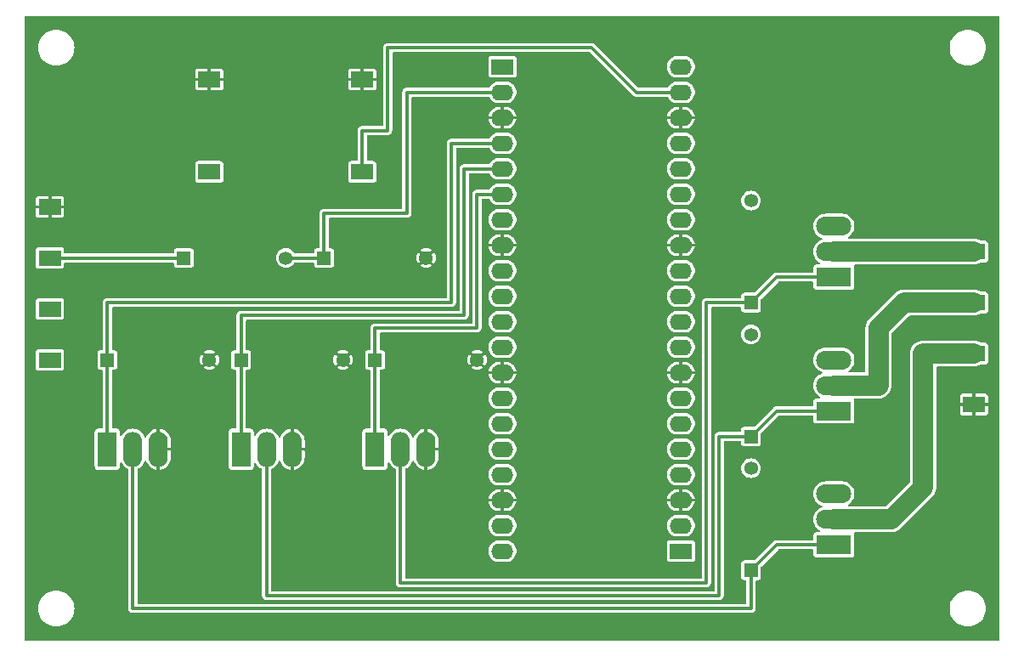
<source format=gbr>
G04 --- HEADER BEGIN --- *
G04 #@! TF.GenerationSoftware,LibrePCB,LibrePCB,1.1.0*
G04 #@! TF.CreationDate,2024-10-06T22:41:27*
G04 #@! TF.ProjectId,phase1,27a80e89-1002-442c-b00c-c9f2b2e6cdd7,v1*
G04 #@! TF.Part,Single*
G04 #@! TF.SameCoordinates*
G04 #@! TF.FileFunction,Copper,L1,Top*
G04 #@! TF.FilePolarity,Positive*
%FSLAX66Y66*%
%MOMM*%
G01*
G75*
G04 --- HEADER END --- *
G04 --- APERTURE LIST BEGIN --- *
G04 #@! TA.AperFunction,ComponentPad*
%ADD10R,2.19X1.587*%
%ADD11C,1.36*%
%ADD12R,1.36X1.36*%
%ADD13O,2.19X1.587*%
%ADD14O,3.5X1.9*%
%ADD15R,3.5X1.9*%
%ADD16O,1.9X3.5*%
%ADD17R,1.9X3.5*%
G04 #@! TA.AperFunction,Conductor*
%ADD18C,0.3*%
%ADD19C,2.0*%
%ADD20C,0.01*%
G04 #@! TD*
G04 --- APERTURE LIST END --- *
G04 --- BOARD BEGIN --- *
D10*
G04 #@! TO.N,GND*
G04 #@! TO.C,GND*
G04 #@! TO.P,GND,1,1*
X3175000Y43815000D03*
D11*
G04 #@! TO.C,R8*
G04 #@! TO.P,R8,2,2*
X19050000Y28575000D03*
D12*
G04 #@! TO.N,N9*
G04 #@! TO.P,R8,1,1*
X8890000Y28575000D03*
D10*
G04 #@! TO.N,N8*
G04 #@! TO.C,R/GRN*
G04 #@! TO.P,R/GRN,1,1*
X95250000Y39370000D03*
G04 #@! TO.N,N3*
G04 #@! TO.C,LIN_12V*
G04 #@! TO.P,LIN_12V,1,1*
X3175000Y38735000D03*
D13*
G04 #@! TO.N,N/C*
G04 #@! TO.C,PICO_1-20*
G04 #@! TO.P,PICO_1-20,17,17*
X48260000Y17145000D03*
G04 #@! TO.N,N9*
G04 #@! TO.P,PICO_1-20,4,4*
X48260000Y50165000D03*
G04 #@! TO.N,N/C*
G04 #@! TO.P,PICO_1-20,19,19*
X48260000Y12065000D03*
G04 #@! TO.P,PICO_1-20,20,20*
X48260000Y9525000D03*
G04 #@! TO.P,PICO_1-20,16,16*
X48260000Y19685000D03*
G04 #@! TO.P,PICO_1-20,15,15*
X48260000Y22225000D03*
G04 #@! TO.P,PICO_1-20,14,14*
X48260000Y24765000D03*
G04 #@! TO.P,PICO_1-20,10,10*
X48260000Y34925000D03*
D10*
G04 #@! TO.P,PICO_1-20,1,1*
X48260000Y57785000D03*
D13*
G04 #@! TO.P,PICO_1-20,12,12*
X48260000Y29845000D03*
G04 #@! TO.P,PICO_1-20,7,7*
X48260000Y42545000D03*
G04 #@! TO.N,GND*
G04 #@! TO.P,PICO_1-20,8,8*
X48260000Y40005000D03*
G04 #@! TO.P,PICO_1-20,13,13*
X48260000Y27305000D03*
G04 #@! TO.P,PICO_1-20,18,18*
X48260000Y14605000D03*
G04 #@! TO.N,N10*
G04 #@! TO.P,PICO_1-20,6,6*
X48260000Y45085000D03*
G04 #@! TO.N,GND*
G04 #@! TO.P,PICO_1-20,3,3*
X48260000Y52705000D03*
G04 #@! TO.N,LIN_3V3*
G04 #@! TO.P,PICO_1-20,2,2*
X48260000Y55245000D03*
G04 #@! TO.N,N/C*
G04 #@! TO.P,PICO_1-20,9,9*
X48260000Y37465000D03*
G04 #@! TO.P,PICO_1-20,11,11*
X48260000Y32385000D03*
G04 #@! TO.N,N7*
G04 #@! TO.P,PICO_1-20,5,5*
X48260000Y47625000D03*
D11*
G04 #@! TO.N,12V*
G04 #@! TO.C,R3*
G04 #@! TO.P,R3,2,2*
X73025000Y44450000D03*
D12*
G04 #@! TO.N,N2*
G04 #@! TO.P,R3,1,1*
X73025000Y34290000D03*
D11*
G04 #@! TO.N,12V*
G04 #@! TO.C,R5*
G04 #@! TO.P,R5,2,2*
X73025000Y17780000D03*
D12*
G04 #@! TO.N,N5*
G04 #@! TO.P,R5,1,1*
X73025000Y7620000D03*
D11*
G04 #@! TO.N,LIN_3V3*
G04 #@! TO.C,R1*
G04 #@! TO.P,R1,2,2*
X26670000Y38735000D03*
D12*
G04 #@! TO.N,N3*
G04 #@! TO.P,R1,1,1*
X16510000Y38735000D03*
D14*
G04 #@! TO.N,12V*
G04 #@! TO.C,Q4*
G04 #@! TO.P,Q4,3,S*
X81280000Y41910000D03*
G04 #@! TO.N,N8*
G04 #@! TO.P,Q4,2,D*
X81280000Y39370000D03*
D15*
G04 #@! TO.N,N2*
G04 #@! TO.P,Q4,1,G*
X81280000Y36830000D03*
D16*
G04 #@! TO.N,GND*
G04 #@! TO.C,Q1*
G04 #@! TO.P,Q1,3,S*
X40640000Y19685000D03*
G04 #@! TO.N,N2*
G04 #@! TO.P,Q1,2,D*
X38100000Y19685000D03*
D17*
G04 #@! TO.N,N10*
G04 #@! TO.P,Q1,1,G*
X35560000Y19685000D03*
D10*
G04 #@! TO.N,GND*
G04 #@! TO.C,G/WHT*
G04 #@! TO.P,G/WHT,1,1*
X95250000Y24130000D03*
D14*
G04 #@! TO.N,12V*
G04 #@! TO.C,Q6*
G04 #@! TO.P,Q6,3,S*
X81280000Y15240000D03*
G04 #@! TO.N,N1*
G04 #@! TO.P,Q6,2,D*
X81280000Y12700000D03*
D15*
G04 #@! TO.N,N5*
G04 #@! TO.P,Q6,1,G*
X81280000Y10160000D03*
D11*
G04 #@! TO.N,GND*
G04 #@! TO.C,R6*
G04 #@! TO.P,R6,2,2*
X45720000Y28575000D03*
D12*
G04 #@! TO.N,N10*
G04 #@! TO.P,R6,1,1*
X35560000Y28575000D03*
D11*
G04 #@! TO.N,GND*
G04 #@! TO.C,R2*
G04 #@! TO.P,R2,2,2*
X40640000Y38735000D03*
D12*
G04 #@! TO.N,LIN_3V3*
G04 #@! TO.P,R2,1,1*
X30480000Y38735000D03*
D10*
G04 #@! TO.N,12V*
G04 #@! TO.C,In+*
G04 #@! TO.P,In+,1,1*
X19050000Y47307500D03*
G04 #@! TO.N,N1*
G04 #@! TO.C,T/BRN*
G04 #@! TO.P,T/BRN,1,1*
X95250000Y29210000D03*
D16*
G04 #@! TO.N,GND*
G04 #@! TO.C,Q3*
G04 #@! TO.P,Q3,3,S*
X13970000Y19685000D03*
G04 #@! TO.N,N5*
G04 #@! TO.P,Q3,2,D*
X11430000Y19685000D03*
D17*
G04 #@! TO.N,N9*
G04 #@! TO.P,Q3,1,G*
X8890000Y19685000D03*
D11*
G04 #@! TO.N,12V*
G04 #@! TO.C,R4*
G04 #@! TO.P,R4,2,2*
X73025000Y31115000D03*
D12*
G04 #@! TO.N,N4*
G04 #@! TO.P,R4,1,1*
X73025000Y20955000D03*
D10*
G04 #@! TO.N,N6*
G04 #@! TO.C,L/YLW*
G04 #@! TO.P,L/YLW,1,1*
X95250000Y34290000D03*
G04 #@! TO.N,GND*
G04 #@! TO.C,Out-*
G04 #@! TO.P,Out-,1,1*
X34290000Y56515000D03*
G04 #@! TO.N,12V*
G04 #@! TO.C,12V*
G04 #@! TO.P,12V,1,1*
X3175000Y33655000D03*
G04 #@! TO.N,N/C*
G04 #@! TO.C,DNC*
G04 #@! TO.P,DNC,1,1*
X3175000Y28575000D03*
D13*
G04 #@! TO.C,PICO_21-40*
G04 #@! TO.P,PICO_21-40,17,17*
X66040000Y50165000D03*
G04 #@! TO.P,PICO_21-40,4,4*
X66040000Y17145000D03*
G04 #@! TO.N,3V3*
G04 #@! TO.P,PICO_21-40,19,19*
X66040000Y55245000D03*
G04 #@! TO.N,N/C*
G04 #@! TO.P,PICO_21-40,20,20*
X66040000Y57785000D03*
G04 #@! TO.P,PICO_21-40,16,16*
X66040000Y47625000D03*
G04 #@! TO.P,PICO_21-40,15,15*
X66040000Y45085000D03*
G04 #@! TO.P,PICO_21-40,14,14*
X66040000Y42545000D03*
G04 #@! TO.P,PICO_21-40,10,10*
X66040000Y32385000D03*
D10*
G04 #@! TO.P,PICO_21-40,1,1*
X66040000Y9525000D03*
D13*
G04 #@! TO.P,PICO_21-40,12,12*
X66040000Y37465000D03*
G04 #@! TO.P,PICO_21-40,7,7*
X66040000Y24765000D03*
G04 #@! TO.N,GND*
G04 #@! TO.P,PICO_21-40,8,8*
X66040000Y27305000D03*
G04 #@! TO.P,PICO_21-40,13,13*
X66040000Y40005000D03*
G04 #@! TO.P,PICO_21-40,18,18*
X66040000Y52705000D03*
G04 #@! TO.N,N/C*
G04 #@! TO.P,PICO_21-40,6,6*
X66040000Y22225000D03*
G04 #@! TO.N,GND*
G04 #@! TO.P,PICO_21-40,3,3*
X66040000Y14605000D03*
G04 #@! TO.N,N/C*
G04 #@! TO.P,PICO_21-40,2,2*
X66040000Y12065000D03*
G04 #@! TO.P,PICO_21-40,9,9*
X66040000Y29845000D03*
G04 #@! TO.P,PICO_21-40,11,11*
X66040000Y34925000D03*
G04 #@! TO.P,PICO_21-40,5,5*
X66040000Y19685000D03*
D16*
G04 #@! TO.N,GND*
G04 #@! TO.C,Q2*
G04 #@! TO.P,Q2,3,S*
X27305000Y19685000D03*
G04 #@! TO.N,N4*
G04 #@! TO.P,Q2,2,D*
X24765000Y19685000D03*
D17*
G04 #@! TO.N,N7*
G04 #@! TO.P,Q2,1,G*
X22225000Y19685000D03*
D11*
G04 #@! TO.N,GND*
G04 #@! TO.C,R7*
G04 #@! TO.P,R7,2,2*
X32385000Y28575000D03*
D12*
G04 #@! TO.N,N7*
G04 #@! TO.P,R7,1,1*
X22225000Y28575000D03*
D10*
G04 #@! TO.N,3V3*
G04 #@! TO.C,Out+*
G04 #@! TO.P,Out+,1,1*
X34290000Y47307500D03*
G04 #@! TO.N,GND*
G04 #@! TO.C,In-*
G04 #@! TO.P,In-,1,1*
X19050000Y56515000D03*
D14*
G04 #@! TO.N,12V*
G04 #@! TO.C,Q5*
G04 #@! TO.P,Q5,3,S*
X81280000Y28575000D03*
G04 #@! TO.N,N6*
G04 #@! TO.P,Q5,2,D*
X81280000Y26035000D03*
D15*
G04 #@! TO.N,N4*
G04 #@! TO.P,Q5,1,G*
X81280000Y23495000D03*
D18*
G04 #@! TD.C*
G04 #@! TD.P*
G04 #@! TO.N,N5*
X73025000Y7620000D02*
X75565000Y10160000D01*
X75565000Y10160000D02*
X81280000Y10160000D01*
X11430000Y19685000D02*
X11430000Y3810000D01*
X73025000Y3810000D02*
X73025000Y7620000D01*
X11430000Y3810000D02*
X73025000Y3810000D01*
D19*
G04 #@! TO.N,N1*
X86995000Y12700000D02*
X81280000Y12700000D01*
X86995000Y12700000D02*
X90170000Y15875000D01*
X95250000Y29210000D02*
X90170000Y29210000D01*
X90170000Y15875000D02*
X90170000Y29210000D01*
D18*
G04 #@! TO.N,N4*
X75565000Y23495000D02*
X81280000Y23495000D01*
X73025000Y20955000D02*
X75565000Y23495000D01*
X24765000Y5080000D02*
X69850000Y5080000D01*
X24765000Y19685000D02*
X24765000Y5715000D01*
X24765000Y5080000D02*
X24765000Y5715000D01*
X73025000Y20955000D02*
X69850000Y20955000D01*
X69850000Y5080000D02*
X69850000Y20955000D01*
G04 #@! TO.N,N2*
X38100000Y19685000D02*
X38100000Y6350000D01*
X73025000Y34290000D02*
X68580000Y34290000D01*
X38100000Y6350000D02*
X68580000Y6350000D01*
X68580000Y6350000D02*
X68580000Y34290000D01*
X73025000Y34290000D02*
X75565000Y36830000D01*
X75565000Y36830000D02*
X81280000Y36830000D01*
G04 #@! TO.N,N9*
X8890000Y34290000D02*
X8890000Y34290000D01*
X8890000Y28575000D02*
X8890000Y34290000D01*
X8890000Y26035000D02*
X8890000Y28575000D01*
X8890000Y19685000D02*
X8890000Y26035000D01*
X43180000Y50165000D02*
X43180000Y34290000D01*
X8890000Y34290000D02*
X43180000Y34290000D01*
X48260000Y50165000D02*
X43180000Y50165000D01*
G04 #@! TO.N,N10*
X35560000Y28575000D02*
X35560000Y31750000D01*
X35560000Y31750000D02*
X45720000Y31750000D01*
X35560000Y19685000D02*
X35560000Y26035000D01*
X45720000Y45085000D02*
X45720000Y31750000D01*
X48260000Y45085000D02*
X45720000Y45085000D01*
X35560000Y26035000D02*
X35560000Y28575000D01*
G04 #@! TO.N,LIN_3V3*
X48260000Y55245000D02*
X38735000Y55245000D01*
X30480000Y43180000D02*
X38735000Y43180000D01*
X38735000Y55245000D02*
X38735000Y43180000D01*
X30480000Y38735000D02*
X26670000Y38735000D01*
X30480000Y43180000D02*
X30480000Y38735000D01*
D19*
G04 #@! TO.N,N6*
X95250000Y34290000D02*
X88265000Y34290000D01*
X81280000Y26035000D02*
X85725000Y26035000D01*
X85725000Y26035000D02*
X85725000Y31750000D01*
X85725000Y31750000D02*
X88265000Y34290000D01*
G04 #@! TO.N,N8*
X81280000Y39370000D02*
X95250000Y39370000D01*
D18*
G04 #@! TO.N,3V3*
X61595000Y55245000D02*
X66040000Y55245000D01*
X57150000Y59690000D02*
X61595000Y55245000D01*
X34290000Y51435000D02*
X36830000Y51435000D01*
X36830000Y59690000D02*
X57150000Y59690000D01*
X34290000Y47307500D02*
X34290000Y51435000D01*
X36830000Y51435000D02*
X36830000Y59690000D01*
G04 #@! TO.N,N3*
X3175000Y38735000D02*
X9525000Y38735000D01*
X9525000Y38735000D02*
X16510000Y38735000D01*
G04 #@! TO.N,N7*
X22225000Y26035000D02*
X22225000Y28575000D01*
X44450000Y47625000D02*
X44450000Y33020000D01*
X48260000Y47625000D02*
X44450000Y47625000D01*
X22225000Y28575000D02*
X22225000Y33020000D01*
X22225000Y19685000D02*
X22225000Y26035000D01*
X44450000Y33020000D02*
X22225000Y33020000D01*
D20*
G04 #@! TA.AperFunction,Conductor*
G04 #@! TO.N,GND*
G36*
X635000Y734999D02*
X654500Y675672D01*
X734999Y635000D01*
X3806435Y635000D01*
X3806435Y2010255D01*
X3557399Y2028066D01*
X3550344Y2029080D01*
X3306364Y2082155D01*
X3299538Y2084160D01*
X3065596Y2171415D01*
X3059123Y2174371D01*
X2839977Y2294035D01*
X2833988Y2297884D01*
X2634110Y2447510D01*
X2628727Y2452175D01*
X2452175Y2628727D01*
X2447510Y2634110D01*
X2297884Y2833988D01*
X2294035Y2839977D01*
X2174371Y3059123D01*
X2171415Y3065596D01*
X2084160Y3299538D01*
X2082155Y3306364D01*
X2029080Y3550344D01*
X2028066Y3557399D01*
X2010255Y3806435D01*
X2010255Y3813565D01*
X2028066Y4062601D01*
X2029080Y4069656D01*
X2082155Y4313636D01*
X2083931Y4319682D01*
X2083931Y27481500D01*
X2076118Y27482115D01*
X1995069Y27494952D01*
X1980282Y27499756D01*
X1910674Y27535223D01*
X1898101Y27544358D01*
X1842858Y27599601D01*
X1833723Y27612174D01*
X1798256Y27681782D01*
X1793452Y27696569D01*
X1780615Y27777618D01*
X1780000Y27785431D01*
X1780000Y29364569D01*
X1780615Y29372382D01*
X1793452Y29453431D01*
X1798256Y29468218D01*
X1833723Y29537826D01*
X1842858Y29550399D01*
X1898101Y29605642D01*
X1910674Y29614777D01*
X1980282Y29650244D01*
X1995069Y29655048D01*
X2076118Y29667885D01*
X2083931Y29668500D01*
X2083931Y32561500D01*
X2076118Y32562115D01*
X1995069Y32574952D01*
X1980282Y32579756D01*
X1910674Y32615223D01*
X1898101Y32624358D01*
X1842858Y32679601D01*
X1833723Y32692174D01*
X1798256Y32761782D01*
X1793452Y32776569D01*
X1780615Y32857618D01*
X1780000Y32865431D01*
X1780000Y34444569D01*
X1780615Y34452382D01*
X1793452Y34533431D01*
X1798256Y34548218D01*
X1833723Y34617826D01*
X1842858Y34630399D01*
X1898101Y34685642D01*
X1910674Y34694777D01*
X1980282Y34730244D01*
X1995069Y34735048D01*
X2076118Y34747885D01*
X2083931Y34748500D01*
X2083931Y37641500D01*
X2076118Y37642115D01*
X1995069Y37654952D01*
X1980282Y37659756D01*
X1910674Y37695223D01*
X1898101Y37704358D01*
X1842858Y37759601D01*
X1833723Y37772174D01*
X1798256Y37841782D01*
X1793452Y37856569D01*
X1780615Y37937618D01*
X1780000Y37945431D01*
X1780000Y39524569D01*
X1780615Y39532382D01*
X1793452Y39613431D01*
X1798256Y39628218D01*
X1833723Y39697826D01*
X1842858Y39710399D01*
X1898101Y39765642D01*
X1910674Y39774777D01*
X1980282Y39810244D01*
X1995069Y39815048D01*
X2076118Y39827885D01*
X2083931Y39828500D01*
X2083931Y42721500D01*
X2076118Y42722115D01*
X1995069Y42734952D01*
X1980282Y42739756D01*
X1910674Y42775223D01*
X1898101Y42784358D01*
X1842858Y42839601D01*
X1833723Y42852174D01*
X1798256Y42921782D01*
X1793452Y42936569D01*
X1780615Y43017618D01*
X1780000Y43025431D01*
X1780000Y43648982D01*
X1781566Y43653747D01*
X1796013Y43661046D01*
X1796013Y43965005D01*
X1791248Y43966571D01*
X1780000Y43988833D01*
X1780000Y44604569D01*
X1780615Y44612382D01*
X1793452Y44693431D01*
X1798256Y44708218D01*
X1833723Y44777826D01*
X1842858Y44790399D01*
X1898101Y44845642D01*
X1910674Y44854777D01*
X1980282Y44890244D01*
X1995069Y44895048D01*
X2076118Y44907885D01*
X2083931Y44908500D01*
X3008982Y44908500D01*
X3013747Y44906934D01*
X3024995Y44884672D01*
X3024995Y44608500D01*
X2080000Y44608500D01*
X2080000Y43965005D01*
X1796013Y43965005D01*
X1796013Y43661046D01*
X1803828Y43664995D01*
X2080000Y43664995D01*
X2080000Y43021500D01*
X3024995Y43021500D01*
X3024995Y42737513D01*
X3023429Y42732748D01*
X3001167Y42721500D01*
X2083931Y42721500D01*
X2083931Y39828500D01*
X3341018Y39828500D01*
X3341018Y42721500D01*
X3336253Y42723066D01*
X3325005Y42745328D01*
X3325005Y43021500D01*
X4270000Y43021500D01*
X4270000Y43664995D01*
X4270000Y43965005D01*
X4270000Y44608500D01*
X3325005Y44608500D01*
X3325005Y44892487D01*
X3326571Y44897252D01*
X3348833Y44908500D01*
X3806435Y44908500D01*
X3806435Y57890255D01*
X3557399Y57908066D01*
X3550344Y57909080D01*
X3306364Y57962155D01*
X3299538Y57964160D01*
X3065596Y58051415D01*
X3059123Y58054371D01*
X2839977Y58174035D01*
X2833988Y58177884D01*
X2634110Y58327510D01*
X2628727Y58332175D01*
X2452175Y58508727D01*
X2447510Y58514110D01*
X2297884Y58713988D01*
X2294035Y58719977D01*
X2174371Y58939123D01*
X2171415Y58945596D01*
X2084160Y59179538D01*
X2082155Y59186364D01*
X2029080Y59430344D01*
X2028066Y59437399D01*
X2010255Y59686435D01*
X2010255Y59693565D01*
X2028066Y59942601D01*
X2029080Y59949656D01*
X2082155Y60193636D01*
X2084160Y60200462D01*
X2171415Y60434404D01*
X2174371Y60440877D01*
X2294035Y60660023D01*
X2297884Y60666012D01*
X2447510Y60865890D01*
X2452175Y60871273D01*
X2628727Y61047825D01*
X2634110Y61052490D01*
X2833988Y61202116D01*
X2839977Y61205965D01*
X3059123Y61325629D01*
X3065596Y61328585D01*
X3299538Y61415840D01*
X3306364Y61417845D01*
X3550344Y61470920D01*
X3557399Y61471934D01*
X3806435Y61489745D01*
X3813565Y61489745D01*
X4062601Y61471934D01*
X4069656Y61470920D01*
X4313636Y61417845D01*
X4320462Y61415840D01*
X4554404Y61328585D01*
X4560877Y61325629D01*
X4780023Y61205965D01*
X4786012Y61202116D01*
X4985890Y61052490D01*
X4991273Y61047825D01*
X5167825Y60871273D01*
X5172490Y60865890D01*
X5322116Y60666012D01*
X5325965Y60660023D01*
X5445629Y60440877D01*
X5448585Y60434404D01*
X5535840Y60200462D01*
X5537845Y60193636D01*
X5590920Y59949656D01*
X5591934Y59942601D01*
X5609745Y59693565D01*
X5609745Y59686435D01*
X5591934Y59437399D01*
X5590920Y59430344D01*
X5537845Y59186364D01*
X5535840Y59179538D01*
X5448585Y58945596D01*
X5445629Y58939123D01*
X5325965Y58719977D01*
X5322116Y58713988D01*
X5172490Y58514110D01*
X5167825Y58508727D01*
X4991273Y58332175D01*
X4985890Y58327510D01*
X4786012Y58177884D01*
X4780023Y58174035D01*
X4560877Y58054371D01*
X4554404Y58051415D01*
X4320462Y57964160D01*
X4313636Y57962155D01*
X4069656Y57909080D01*
X4062601Y57908066D01*
X3813565Y57890255D01*
X3806435Y57890255D01*
X3806435Y44908500D01*
X4266069Y44908500D01*
X4273882Y44907885D01*
X4354931Y44895048D01*
X4369718Y44890244D01*
X4439326Y44854777D01*
X4451899Y44845642D01*
X4507142Y44790399D01*
X4516277Y44777826D01*
X4551744Y44708218D01*
X4556548Y44693431D01*
X4569385Y44612382D01*
X4570000Y44604569D01*
X4570000Y43981018D01*
X4568434Y43976253D01*
X4546172Y43965005D01*
X4270000Y43965005D01*
X4270000Y43664995D01*
X4553987Y43664995D01*
X4558752Y43663429D01*
X4570000Y43641167D01*
X4570000Y43025431D01*
X4569385Y43017618D01*
X4556548Y42936569D01*
X4551744Y42921782D01*
X4516277Y42852174D01*
X4507142Y42839601D01*
X4451899Y42784358D01*
X4439326Y42775223D01*
X4369718Y42739756D01*
X4354931Y42734952D01*
X4273882Y42722115D01*
X4266069Y42721500D01*
X3341018Y42721500D01*
X3341018Y39828500D01*
X4266069Y39828500D01*
X4273882Y39827885D01*
X4354931Y39815048D01*
X4369718Y39810244D01*
X4439326Y39774777D01*
X4451899Y39765642D01*
X4507142Y39710399D01*
X4516277Y39697826D01*
X4551744Y39628218D01*
X4556548Y39613431D01*
X4569385Y39532382D01*
X4570000Y39524569D01*
X4570000Y39284999D01*
X4589500Y39225672D01*
X4669999Y39185000D01*
X15430001Y39185000D01*
X15489328Y39204500D01*
X15530000Y39284999D01*
X15530000Y39411069D01*
X15530615Y39418882D01*
X15543452Y39499931D01*
X15548256Y39514718D01*
X15583723Y39584326D01*
X15592858Y39596899D01*
X15648101Y39652142D01*
X15660674Y39661277D01*
X15730282Y39696744D01*
X15745069Y39701548D01*
X15826118Y39714385D01*
X15833931Y39715000D01*
X17186069Y39715000D01*
X17193882Y39714385D01*
X17274931Y39701548D01*
X17289718Y39696744D01*
X17359326Y39661277D01*
X17371899Y39652142D01*
X17427142Y39596899D01*
X17436277Y39584326D01*
X17471744Y39514718D01*
X17476548Y39499931D01*
X17489385Y39418882D01*
X17490000Y39411069D01*
X17490000Y38058931D01*
X17489385Y38051118D01*
X17476548Y37970069D01*
X17471744Y37955282D01*
X17436277Y37885674D01*
X17427142Y37873101D01*
X17371899Y37817858D01*
X17359326Y37808723D01*
X17289718Y37773256D01*
X17274931Y37768452D01*
X17193882Y37755615D01*
X17186069Y37755000D01*
X15833931Y37755000D01*
X15826118Y37755615D01*
X15745069Y37768452D01*
X15730282Y37773256D01*
X15660674Y37808723D01*
X15648101Y37817858D01*
X15592858Y37873101D01*
X15583723Y37885674D01*
X15548256Y37955282D01*
X15543452Y37970069D01*
X15530615Y38051118D01*
X15530000Y38058931D01*
X15530000Y38185001D01*
X15510500Y38244328D01*
X15430001Y38285000D01*
X4669999Y38285000D01*
X4610672Y38265500D01*
X4570000Y38185001D01*
X4570000Y37945431D01*
X4569385Y37937618D01*
X4556548Y37856569D01*
X4551744Y37841782D01*
X4516277Y37772174D01*
X4507142Y37759601D01*
X4451899Y37704358D01*
X4439326Y37695223D01*
X4369718Y37659756D01*
X4354931Y37654952D01*
X4273882Y37642115D01*
X4266069Y37641500D01*
X2083931Y37641500D01*
X2083931Y34748500D01*
X4266069Y34748500D01*
X4273882Y34747885D01*
X4354931Y34735048D01*
X4369718Y34730244D01*
X4439326Y34694777D01*
X4451899Y34685642D01*
X4507142Y34630399D01*
X4516277Y34617826D01*
X4551744Y34548218D01*
X4556548Y34533431D01*
X4569385Y34452382D01*
X4570000Y34444569D01*
X4570000Y32865431D01*
X4569385Y32857618D01*
X4556548Y32776569D01*
X4551744Y32761782D01*
X4516277Y32692174D01*
X4507142Y32679601D01*
X4451899Y32624358D01*
X4439326Y32615223D01*
X4369718Y32579756D01*
X4354931Y32574952D01*
X4273882Y32562115D01*
X4266069Y32561500D01*
X2083931Y32561500D01*
X2083931Y29668500D01*
X4266069Y29668500D01*
X4273882Y29667885D01*
X4354931Y29655048D01*
X4369718Y29650244D01*
X4439326Y29614777D01*
X4451899Y29605642D01*
X4507142Y29550399D01*
X4516277Y29537826D01*
X4551744Y29468218D01*
X4556548Y29453431D01*
X4569385Y29372382D01*
X4570000Y29364569D01*
X4570000Y27785431D01*
X4569385Y27777618D01*
X4556548Y27696569D01*
X4551744Y27681782D01*
X4516277Y27612174D01*
X4507142Y27599601D01*
X4451899Y27544358D01*
X4439326Y27535223D01*
X4369718Y27499756D01*
X4354931Y27494952D01*
X4273882Y27482115D01*
X4266069Y27481500D01*
X2083931Y27481500D01*
X2083931Y4319682D01*
X2084160Y4320462D01*
X2171415Y4554404D01*
X2174371Y4560877D01*
X2294035Y4780023D01*
X2297884Y4786012D01*
X2447510Y4985890D01*
X2452175Y4991273D01*
X2628727Y5167825D01*
X2634110Y5172490D01*
X2833988Y5322116D01*
X2839977Y5325965D01*
X3059123Y5445629D01*
X3065596Y5448585D01*
X3299538Y5535840D01*
X3306364Y5537845D01*
X3550344Y5590920D01*
X3557399Y5591934D01*
X3806435Y5609745D01*
X3813565Y5609745D01*
X4062601Y5591934D01*
X4069656Y5590920D01*
X4313636Y5537845D01*
X4320462Y5535840D01*
X4554404Y5448585D01*
X4560877Y5445629D01*
X4780023Y5325965D01*
X4786012Y5322116D01*
X4985890Y5172490D01*
X4991273Y5167825D01*
X5167825Y4991273D01*
X5172490Y4985890D01*
X5322116Y4786012D01*
X5325965Y4780023D01*
X5445629Y4560877D01*
X5448585Y4554404D01*
X5535840Y4320462D01*
X5537845Y4313636D01*
X5590920Y4069656D01*
X5591934Y4062601D01*
X5609745Y3813565D01*
X5609745Y3806435D01*
X5591934Y3557399D01*
X5590920Y3550344D01*
X5537845Y3306364D01*
X5535840Y3299538D01*
X5448585Y3065596D01*
X5445629Y3059123D01*
X5325965Y2839977D01*
X5322116Y2833988D01*
X5172490Y2634110D01*
X5167825Y2628727D01*
X4991273Y2452175D01*
X4985890Y2447510D01*
X4786012Y2297884D01*
X4780023Y2294035D01*
X4560877Y2174371D01*
X4554404Y2171415D01*
X4320462Y2084160D01*
X4313636Y2082155D01*
X4069656Y2029080D01*
X4062601Y2028066D01*
X3813565Y2010255D01*
X3806435Y2010255D01*
X3806435Y635000D01*
X11433570Y635000D01*
X11433570Y3360000D01*
X11426465Y3360508D01*
X11405225Y3363562D01*
X11390994Y3364580D01*
X11373110Y3364580D01*
X11359093Y3366595D01*
X11341937Y3371633D01*
X11327995Y3374666D01*
X11310302Y3377210D01*
X11296710Y3381201D01*
X11280444Y3388629D01*
X11267077Y3393615D01*
X11249926Y3398651D01*
X11237046Y3404533D01*
X11222006Y3414199D01*
X11209481Y3421038D01*
X11193218Y3428465D01*
X11181307Y3436120D01*
X11167794Y3447829D01*
X11156369Y3456381D01*
X11141329Y3466046D01*
X11130633Y3475315D01*
X11118922Y3488830D01*
X11108830Y3498922D01*
X11095315Y3510633D01*
X11086046Y3521329D01*
X11076381Y3536369D01*
X11067829Y3547794D01*
X11056120Y3561307D01*
X11048465Y3573218D01*
X11041038Y3589481D01*
X11034199Y3602006D01*
X11024533Y3617046D01*
X11018651Y3629926D01*
X11013615Y3647077D01*
X11008629Y3660444D01*
X11001201Y3676710D01*
X10997210Y3690302D01*
X10994666Y3707995D01*
X10991633Y3721937D01*
X10986595Y3739093D01*
X10984580Y3753110D01*
X10984580Y3770994D01*
X10983562Y3785225D01*
X10980508Y3806465D01*
X10980000Y3813570D01*
X10980000Y17657158D01*
X10960500Y17716485D01*
X10922262Y17747788D01*
X10808955Y17800624D01*
X10801428Y17804969D01*
X10630088Y17924942D01*
X10623429Y17930530D01*
X10475530Y18078429D01*
X10469942Y18085088D01*
X10349969Y18256428D01*
X10345626Y18263951D01*
X10330629Y18296112D01*
X10287883Y18341639D01*
X10226462Y18352929D01*
X10170321Y18325577D01*
X10140000Y18253850D01*
X10140000Y17938931D01*
X10139385Y17931118D01*
X10126548Y17850069D01*
X10121744Y17835282D01*
X10086277Y17765674D01*
X10077142Y17753101D01*
X10021899Y17697858D01*
X10009326Y17688723D01*
X9939718Y17653256D01*
X9924931Y17648452D01*
X9843882Y17635615D01*
X9836069Y17635000D01*
X7943931Y17635000D01*
X7936118Y17635615D01*
X7855069Y17648452D01*
X7840282Y17653256D01*
X7770674Y17688723D01*
X7758101Y17697858D01*
X7702858Y17753101D01*
X7693723Y17765674D01*
X7658256Y17835282D01*
X7653452Y17850069D01*
X7640615Y17931118D01*
X7640000Y17938931D01*
X7640000Y21431069D01*
X7640615Y21438882D01*
X7653452Y21519931D01*
X7658256Y21534718D01*
X7693723Y21604326D01*
X7702858Y21616899D01*
X7758101Y21672142D01*
X7770674Y21681277D01*
X7840282Y21716744D01*
X7855069Y21721548D01*
X7936118Y21734385D01*
X7943931Y21735000D01*
X8340001Y21735000D01*
X8399328Y21754500D01*
X8440000Y21834999D01*
X8440000Y27495001D01*
X8420500Y27554328D01*
X8340001Y27595000D01*
X8213931Y27595000D01*
X8206118Y27595615D01*
X8125069Y27608452D01*
X8110282Y27613256D01*
X8040674Y27648723D01*
X8028101Y27657858D01*
X7972858Y27713101D01*
X7963723Y27725674D01*
X7928256Y27795282D01*
X7923452Y27810069D01*
X7910615Y27891118D01*
X7910000Y27898931D01*
X7910000Y29251069D01*
X7910615Y29258882D01*
X7923452Y29339931D01*
X7928256Y29354718D01*
X7963723Y29424326D01*
X7972858Y29436899D01*
X8028101Y29492142D01*
X8040674Y29501277D01*
X8110282Y29536744D01*
X8125069Y29541548D01*
X8206118Y29554385D01*
X8213931Y29555000D01*
X8340001Y29555000D01*
X8399328Y29574500D01*
X8440000Y29654999D01*
X8440000Y34286430D01*
X8440508Y34293535D01*
X8443562Y34314775D01*
X8444580Y34329006D01*
X8444580Y34346890D01*
X8446595Y34360907D01*
X8451633Y34378063D01*
X8454666Y34392005D01*
X8457210Y34409698D01*
X8461201Y34423290D01*
X8468629Y34439556D01*
X8473615Y34452923D01*
X8478651Y34470074D01*
X8484533Y34482954D01*
X8494199Y34497994D01*
X8501038Y34510519D01*
X8508465Y34526782D01*
X8516120Y34538693D01*
X8527829Y34552206D01*
X8536381Y34563631D01*
X8546046Y34578671D01*
X8555315Y34589367D01*
X8568830Y34601078D01*
X8578922Y34611170D01*
X8590633Y34624685D01*
X8601329Y34633954D01*
X8616369Y34643619D01*
X8627794Y34652171D01*
X8641307Y34663880D01*
X8653218Y34671535D01*
X8669481Y34678962D01*
X8682006Y34685801D01*
X8697046Y34695467D01*
X8709926Y34701349D01*
X8727077Y34706385D01*
X8740444Y34711371D01*
X8756710Y34718799D01*
X8770302Y34722790D01*
X8787995Y34725334D01*
X8801937Y34728367D01*
X8819093Y34733405D01*
X8833110Y34735420D01*
X8850994Y34735420D01*
X8865225Y34736438D01*
X8886465Y34739492D01*
X8893570Y34740000D01*
X17958931Y34740000D01*
X17958931Y46214000D01*
X17951118Y46214615D01*
X17870069Y46227452D01*
X17855282Y46232256D01*
X17785674Y46267723D01*
X17773101Y46276858D01*
X17717858Y46332101D01*
X17708723Y46344674D01*
X17673256Y46414282D01*
X17668452Y46429069D01*
X17655615Y46510118D01*
X17655000Y46517931D01*
X17655000Y48097069D01*
X17655615Y48104882D01*
X17668452Y48185931D01*
X17673256Y48200718D01*
X17708723Y48270326D01*
X17717858Y48282899D01*
X17773101Y48338142D01*
X17785674Y48347277D01*
X17855282Y48382744D01*
X17870069Y48387548D01*
X17951118Y48400385D01*
X17958931Y48401000D01*
X17958931Y55421500D01*
X17951118Y55422115D01*
X17870069Y55434952D01*
X17855282Y55439756D01*
X17785674Y55475223D01*
X17773101Y55484358D01*
X17717858Y55539601D01*
X17708723Y55552174D01*
X17673256Y55621782D01*
X17668452Y55636569D01*
X17655615Y55717618D01*
X17655000Y55725431D01*
X17655000Y56348982D01*
X17656566Y56353747D01*
X17671013Y56361046D01*
X17671013Y56665005D01*
X17666248Y56666571D01*
X17655000Y56688833D01*
X17655000Y57304569D01*
X17655615Y57312382D01*
X17668452Y57393431D01*
X17673256Y57408218D01*
X17708723Y57477826D01*
X17717858Y57490399D01*
X17773101Y57545642D01*
X17785674Y57554777D01*
X17855282Y57590244D01*
X17870069Y57595048D01*
X17951118Y57607885D01*
X17958931Y57608500D01*
X18883982Y57608500D01*
X18888747Y57606934D01*
X18899995Y57584672D01*
X18899995Y57308500D01*
X17955000Y57308500D01*
X17955000Y56665005D01*
X17671013Y56665005D01*
X17671013Y56361046D01*
X17678828Y56364995D01*
X17955000Y56364995D01*
X17955000Y55721500D01*
X18899995Y55721500D01*
X18899995Y55437513D01*
X18898429Y55432748D01*
X18876167Y55421500D01*
X17958931Y55421500D01*
X17958931Y48401000D01*
X19216018Y48401000D01*
X19216018Y55421500D01*
X19211253Y55423066D01*
X19200005Y55445328D01*
X19200005Y55721500D01*
X20145000Y55721500D01*
X20145000Y56364995D01*
X20145000Y56665005D01*
X20145000Y57308500D01*
X19200005Y57308500D01*
X19200005Y57592487D01*
X19201571Y57597252D01*
X19223833Y57608500D01*
X20141069Y57608500D01*
X20148882Y57607885D01*
X20229931Y57595048D01*
X20244718Y57590244D01*
X20314326Y57554777D01*
X20326899Y57545642D01*
X20382142Y57490399D01*
X20391277Y57477826D01*
X20426744Y57408218D01*
X20431548Y57393431D01*
X20444385Y57312382D01*
X20445000Y57304569D01*
X20445000Y56681018D01*
X20443434Y56676253D01*
X20421172Y56665005D01*
X20145000Y56665005D01*
X20145000Y56364995D01*
X20428987Y56364995D01*
X20433752Y56363429D01*
X20445000Y56341167D01*
X20445000Y55725431D01*
X20444385Y55717618D01*
X20431548Y55636569D01*
X20426744Y55621782D01*
X20391277Y55552174D01*
X20382142Y55539601D01*
X20326899Y55484358D01*
X20314326Y55475223D01*
X20244718Y55439756D01*
X20229931Y55434952D01*
X20148882Y55422115D01*
X20141069Y55421500D01*
X19216018Y55421500D01*
X19216018Y48401000D01*
X20141069Y48401000D01*
X20148882Y48400385D01*
X20229931Y48387548D01*
X20244718Y48382744D01*
X20314326Y48347277D01*
X20326899Y48338142D01*
X20382142Y48282899D01*
X20391277Y48270326D01*
X20426744Y48200718D01*
X20431548Y48185931D01*
X20444385Y48104882D01*
X20445000Y48097069D01*
X20445000Y46517931D01*
X20444385Y46510118D01*
X20431548Y46429069D01*
X20426744Y46414282D01*
X20391277Y46344674D01*
X20382142Y46332101D01*
X20326899Y46276858D01*
X20314326Y46267723D01*
X20244718Y46232256D01*
X20229931Y46227452D01*
X20148882Y46214615D01*
X20141069Y46214000D01*
X17958931Y46214000D01*
X17958931Y34740000D01*
X29803931Y34740000D01*
X29803931Y37755000D01*
X29796118Y37755615D01*
X29715069Y37768452D01*
X29700282Y37773256D01*
X29630674Y37808723D01*
X29618101Y37817858D01*
X29562858Y37873101D01*
X29553723Y37885674D01*
X29518256Y37955282D01*
X29513452Y37970069D01*
X29500615Y38051118D01*
X29500000Y38058931D01*
X29500000Y38185001D01*
X29480500Y38244328D01*
X29400001Y38285000D01*
X27595267Y38285000D01*
X27535940Y38265500D01*
X27507076Y38232141D01*
X27487157Y38194875D01*
X27481720Y38186739D01*
X27366086Y38045838D01*
X27359162Y38038914D01*
X27218260Y37923280D01*
X27210124Y37917843D01*
X27049368Y37831917D01*
X27040323Y37828170D01*
X26865889Y37775256D01*
X26856304Y37773349D01*
X26674884Y37755481D01*
X26665116Y37755481D01*
X26483696Y37773349D01*
X26474111Y37775256D01*
X26299677Y37828170D01*
X26290632Y37831917D01*
X26129876Y37917843D01*
X26121740Y37923280D01*
X25980838Y38038914D01*
X25973914Y38045838D01*
X25858280Y38186740D01*
X25852843Y38194876D01*
X25766917Y38355632D01*
X25763170Y38364677D01*
X25710256Y38539111D01*
X25708349Y38548696D01*
X25690481Y38730116D01*
X25690481Y38739884D01*
X25708349Y38921304D01*
X25710256Y38930889D01*
X25763170Y39105323D01*
X25766917Y39114368D01*
X25852843Y39275124D01*
X25858280Y39283260D01*
X25973914Y39424162D01*
X25980838Y39431086D01*
X26121740Y39546720D01*
X26129876Y39552157D01*
X26290632Y39638083D01*
X26299677Y39641830D01*
X26474111Y39694744D01*
X26483696Y39696651D01*
X26665116Y39714519D01*
X26674884Y39714519D01*
X26856304Y39696651D01*
X26865889Y39694744D01*
X27040323Y39641830D01*
X27049368Y39638083D01*
X27210124Y39552157D01*
X27218260Y39546720D01*
X27359162Y39431086D01*
X27366086Y39424162D01*
X27481720Y39283261D01*
X27487157Y39275125D01*
X27507076Y39237859D01*
X27552240Y39194730D01*
X27595267Y39185000D01*
X29400001Y39185000D01*
X29459328Y39204500D01*
X29500000Y39284999D01*
X29500000Y39411069D01*
X29500615Y39418882D01*
X29513452Y39499931D01*
X29518256Y39514718D01*
X29553723Y39584326D01*
X29562858Y39596899D01*
X29618101Y39652142D01*
X29630674Y39661277D01*
X29700282Y39696744D01*
X29715069Y39701548D01*
X29796118Y39714385D01*
X29803931Y39715000D01*
X29930001Y39715000D01*
X29989328Y39734500D01*
X30030000Y39814999D01*
X30030000Y43176430D01*
X30030508Y43183535D01*
X30033562Y43204775D01*
X30034580Y43219006D01*
X30034580Y43236890D01*
X30036595Y43250907D01*
X30041633Y43268063D01*
X30044666Y43282005D01*
X30047210Y43299698D01*
X30051201Y43313290D01*
X30058629Y43329556D01*
X30063615Y43342923D01*
X30068651Y43360074D01*
X30074533Y43372954D01*
X30084199Y43387994D01*
X30091038Y43400519D01*
X30098465Y43416782D01*
X30106120Y43428693D01*
X30117829Y43442206D01*
X30126381Y43453631D01*
X30136046Y43468671D01*
X30145315Y43479367D01*
X30158830Y43491078D01*
X30168922Y43501170D01*
X30180633Y43514685D01*
X30191329Y43523954D01*
X30206369Y43533619D01*
X30217794Y43542171D01*
X30231307Y43553880D01*
X30243218Y43561535D01*
X30259481Y43568962D01*
X30272006Y43575801D01*
X30287046Y43585467D01*
X30299926Y43591349D01*
X30317077Y43596385D01*
X30330444Y43601371D01*
X30346710Y43608799D01*
X30360302Y43612790D01*
X30377995Y43615334D01*
X30391937Y43618367D01*
X30409093Y43623405D01*
X30423110Y43625420D01*
X30440994Y43625420D01*
X30455225Y43626438D01*
X30476465Y43629492D01*
X30483570Y43630000D01*
X33198931Y43630000D01*
X33198931Y46214000D01*
X33191118Y46214615D01*
X33110069Y46227452D01*
X33095282Y46232256D01*
X33025674Y46267723D01*
X33013101Y46276858D01*
X32957858Y46332101D01*
X32948723Y46344674D01*
X32913256Y46414282D01*
X32908452Y46429069D01*
X32895615Y46510118D01*
X32895000Y46517931D01*
X32895000Y48097069D01*
X32895615Y48104882D01*
X32908452Y48185931D01*
X32913256Y48200718D01*
X32948723Y48270326D01*
X32957858Y48282899D01*
X33013101Y48338142D01*
X33025674Y48347277D01*
X33095282Y48382744D01*
X33110069Y48387548D01*
X33191118Y48400385D01*
X33198931Y48401000D01*
X33198931Y55421500D01*
X33191118Y55422115D01*
X33110069Y55434952D01*
X33095282Y55439756D01*
X33025674Y55475223D01*
X33013101Y55484358D01*
X32957858Y55539601D01*
X32948723Y55552174D01*
X32913256Y55621782D01*
X32908452Y55636569D01*
X32895615Y55717618D01*
X32895000Y55725431D01*
X32895000Y56348982D01*
X32896566Y56353747D01*
X32911013Y56361046D01*
X32911013Y56665005D01*
X32906248Y56666571D01*
X32895000Y56688833D01*
X32895000Y57304569D01*
X32895615Y57312382D01*
X32908452Y57393431D01*
X32913256Y57408218D01*
X32948723Y57477826D01*
X32957858Y57490399D01*
X33013101Y57545642D01*
X33025674Y57554777D01*
X33095282Y57590244D01*
X33110069Y57595048D01*
X33191118Y57607885D01*
X33198931Y57608500D01*
X34123982Y57608500D01*
X34128747Y57606934D01*
X34139995Y57584672D01*
X34139995Y57308500D01*
X33195000Y57308500D01*
X33195000Y56665005D01*
X32911013Y56665005D01*
X32911013Y56361046D01*
X32918828Y56364995D01*
X33195000Y56364995D01*
X33195000Y55721500D01*
X34139995Y55721500D01*
X34139995Y55437513D01*
X34138429Y55432748D01*
X34116167Y55421500D01*
X33198931Y55421500D01*
X33198931Y48401000D01*
X33740001Y48401000D01*
X33799328Y48420500D01*
X33840000Y48500999D01*
X33840000Y51431430D01*
X33840508Y51438535D01*
X33843562Y51459775D01*
X33844580Y51474006D01*
X33844580Y51491890D01*
X33846595Y51505907D01*
X33851633Y51523063D01*
X33854666Y51537005D01*
X33857210Y51554698D01*
X33861201Y51568290D01*
X33868629Y51584556D01*
X33873615Y51597923D01*
X33878651Y51615074D01*
X33884533Y51627954D01*
X33894199Y51642994D01*
X33901038Y51655519D01*
X33908465Y51671782D01*
X33916120Y51683693D01*
X33927829Y51697206D01*
X33936381Y51708631D01*
X33946046Y51723671D01*
X33955315Y51734367D01*
X33968830Y51746078D01*
X33978922Y51756170D01*
X33990633Y51769685D01*
X34001329Y51778954D01*
X34016369Y51788619D01*
X34027794Y51797171D01*
X34041307Y51808880D01*
X34053218Y51816535D01*
X34069481Y51823962D01*
X34082006Y51830801D01*
X34097046Y51840467D01*
X34109926Y51846349D01*
X34127077Y51851385D01*
X34140444Y51856371D01*
X34156710Y51863799D01*
X34170302Y51867790D01*
X34187995Y51870334D01*
X34201937Y51873367D01*
X34219093Y51878405D01*
X34233110Y51880420D01*
X34250994Y51880420D01*
X34265225Y51881438D01*
X34286465Y51884492D01*
X34293570Y51885000D01*
X34456018Y51885000D01*
X34456018Y55421500D01*
X34451253Y55423066D01*
X34440005Y55445328D01*
X34440005Y55721500D01*
X35385000Y55721500D01*
X35385000Y56364995D01*
X35385000Y56665005D01*
X35385000Y57308500D01*
X34440005Y57308500D01*
X34440005Y57592487D01*
X34441571Y57597252D01*
X34463833Y57608500D01*
X35381069Y57608500D01*
X35388882Y57607885D01*
X35469931Y57595048D01*
X35484718Y57590244D01*
X35554326Y57554777D01*
X35566899Y57545642D01*
X35622142Y57490399D01*
X35631277Y57477826D01*
X35666744Y57408218D01*
X35671548Y57393431D01*
X35684385Y57312382D01*
X35685000Y57304569D01*
X35685000Y56681018D01*
X35683434Y56676253D01*
X35661172Y56665005D01*
X35385000Y56665005D01*
X35385000Y56364995D01*
X35668987Y56364995D01*
X35673752Y56363429D01*
X35685000Y56341167D01*
X35685000Y55725431D01*
X35684385Y55717618D01*
X35671548Y55636569D01*
X35666744Y55621782D01*
X35631277Y55552174D01*
X35622142Y55539601D01*
X35566899Y55484358D01*
X35554326Y55475223D01*
X35484718Y55439756D01*
X35469931Y55434952D01*
X35388882Y55422115D01*
X35381069Y55421500D01*
X34456018Y55421500D01*
X34456018Y51885000D01*
X36280001Y51885000D01*
X36339328Y51904500D01*
X36380000Y51984999D01*
X36380000Y59686430D01*
X36380508Y59693535D01*
X36383562Y59714775D01*
X36384580Y59729006D01*
X36384580Y59746890D01*
X36386595Y59760907D01*
X36391633Y59778063D01*
X36394666Y59792005D01*
X36397210Y59809698D01*
X36401201Y59823290D01*
X36408629Y59839556D01*
X36413615Y59852923D01*
X36418651Y59870074D01*
X36424533Y59882954D01*
X36434199Y59897994D01*
X36441038Y59910519D01*
X36448465Y59926782D01*
X36456120Y59938693D01*
X36467829Y59952206D01*
X36476381Y59963631D01*
X36486046Y59978671D01*
X36495315Y59989367D01*
X36508830Y60001078D01*
X36518922Y60011170D01*
X36530633Y60024685D01*
X36541329Y60033954D01*
X36556369Y60043619D01*
X36567794Y60052171D01*
X36581307Y60063880D01*
X36593218Y60071535D01*
X36609481Y60078962D01*
X36622006Y60085801D01*
X36637046Y60095467D01*
X36649926Y60101349D01*
X36667077Y60106385D01*
X36680444Y60111371D01*
X36696710Y60118799D01*
X36710302Y60122790D01*
X36727995Y60125334D01*
X36741937Y60128367D01*
X36759093Y60133405D01*
X36773110Y60135420D01*
X36790994Y60135420D01*
X36805225Y60136438D01*
X36826465Y60139492D01*
X36833570Y60140000D01*
X57146430Y60140000D01*
X57153534Y60139492D01*
X57194093Y60133660D01*
X57201192Y60132897D01*
X57238519Y60130227D01*
X57257448Y60126110D01*
X57264673Y60124266D01*
X57283284Y60118802D01*
X57317293Y60103271D01*
X57323886Y60100540D01*
X57358963Y60087457D01*
X57375946Y60078182D01*
X57382339Y60074390D01*
X57398694Y60063879D01*
X57426947Y60039397D01*
X57432505Y60034918D01*
X57465346Y60010333D01*
X57470723Y60005674D01*
X61752108Y55724289D01*
X61822818Y55695000D01*
X64680773Y55695000D01*
X64740100Y55714500D01*
X64765794Y55742356D01*
X64863436Y55900053D01*
X64868982Y55907397D01*
X64998695Y56049684D01*
X65005508Y56055896D01*
X65159157Y56171926D01*
X65166987Y56176774D01*
X65339337Y56262594D01*
X65347931Y56265924D01*
X65533126Y56318616D01*
X65542175Y56320308D01*
X65736195Y56338286D01*
X65740811Y56338500D01*
X65740811Y56691500D01*
X65736195Y56691714D01*
X65542175Y56709692D01*
X65533126Y56711384D01*
X65347931Y56764076D01*
X65339337Y56767406D01*
X65166987Y56853226D01*
X65159157Y56858074D01*
X65005508Y56974104D01*
X64998695Y56980316D01*
X64868982Y57122603D01*
X64863436Y57129947D01*
X64762069Y57293661D01*
X64757971Y57301891D01*
X64688417Y57481433D01*
X64685893Y57490301D01*
X64650514Y57679561D01*
X64649665Y57688726D01*
X64649665Y57881274D01*
X64650514Y57890439D01*
X64685893Y58079699D01*
X64688417Y58088567D01*
X64757971Y58268109D01*
X64762069Y58276339D01*
X64863436Y58440053D01*
X64868982Y58447397D01*
X64998695Y58589684D01*
X65005508Y58595896D01*
X65159157Y58711926D01*
X65166987Y58716774D01*
X65339337Y58802594D01*
X65347931Y58805924D01*
X65533126Y58858616D01*
X65542175Y58860308D01*
X65736195Y58878286D01*
X65740811Y58878500D01*
X66339189Y58878500D01*
X66343805Y58878286D01*
X66537825Y58860308D01*
X66546874Y58858616D01*
X66732069Y58805924D01*
X66740663Y58802594D01*
X66913013Y58716774D01*
X66920843Y58711926D01*
X67074492Y58595896D01*
X67081305Y58589684D01*
X67211018Y58447397D01*
X67216564Y58440053D01*
X67317931Y58276339D01*
X67322029Y58268109D01*
X67391583Y58088567D01*
X67394107Y58079699D01*
X67429486Y57890439D01*
X67430335Y57881274D01*
X67430335Y57688726D01*
X67429486Y57679561D01*
X67394107Y57490301D01*
X67391583Y57481433D01*
X67322029Y57301891D01*
X67317931Y57293661D01*
X67216564Y57129947D01*
X67211018Y57122603D01*
X67081305Y56980316D01*
X67074492Y56974104D01*
X66920843Y56858074D01*
X66913013Y56853226D01*
X66740663Y56767406D01*
X66732069Y56764076D01*
X66546874Y56711384D01*
X66537825Y56709692D01*
X66343805Y56691714D01*
X66339189Y56691500D01*
X65740811Y56691500D01*
X65740811Y56338500D01*
X66339189Y56338500D01*
X66343805Y56338286D01*
X66537825Y56320308D01*
X66546874Y56318616D01*
X66732069Y56265924D01*
X66740663Y56262594D01*
X66913013Y56176774D01*
X66920843Y56171926D01*
X67074492Y56055896D01*
X67081305Y56049684D01*
X67211018Y55907397D01*
X67216564Y55900053D01*
X67317931Y55736339D01*
X67322029Y55728109D01*
X67391583Y55548567D01*
X67394107Y55539699D01*
X67429486Y55350439D01*
X67430335Y55341274D01*
X67430335Y55148726D01*
X67429486Y55139561D01*
X67394107Y54950301D01*
X67391583Y54941433D01*
X67322029Y54761891D01*
X67317931Y54753661D01*
X67216564Y54589947D01*
X67211018Y54582603D01*
X67081305Y54440316D01*
X67074492Y54434104D01*
X66920843Y54318074D01*
X66913013Y54313226D01*
X66740663Y54227406D01*
X66732069Y54224076D01*
X66546874Y54171384D01*
X66537825Y54169692D01*
X66343805Y54151714D01*
X66339189Y54151500D01*
X65740811Y54151500D01*
X65736195Y54151714D01*
X65542175Y54169692D01*
X65533126Y54171384D01*
X65347931Y54224076D01*
X65339337Y54227406D01*
X65166987Y54313226D01*
X65159157Y54318074D01*
X65005508Y54434104D01*
X64998695Y54440316D01*
X64868982Y54582603D01*
X64863436Y54589947D01*
X64765794Y54747644D01*
X64717983Y54787819D01*
X64680773Y54795000D01*
X61598570Y54795000D01*
X61591466Y54795508D01*
X61550871Y54801345D01*
X61543772Y54802108D01*
X61506483Y54804775D01*
X61487500Y54808904D01*
X61480291Y54810744D01*
X61461714Y54816199D01*
X61427664Y54831749D01*
X61421069Y54834481D01*
X61386038Y54847547D01*
X61368998Y54856851D01*
X61362634Y54860628D01*
X61346304Y54871122D01*
X61318038Y54895614D01*
X61312481Y54900092D01*
X61279669Y54924655D01*
X61274271Y54929332D01*
X56992892Y59210711D01*
X56922182Y59240000D01*
X37379999Y59240000D01*
X37320672Y59220500D01*
X37280000Y59140001D01*
X37280000Y51438570D01*
X37279492Y51431465D01*
X37276438Y51410225D01*
X37275420Y51395994D01*
X37275420Y51378110D01*
X37273405Y51364093D01*
X37268367Y51346937D01*
X37265334Y51332995D01*
X37262790Y51315302D01*
X37258799Y51301710D01*
X37251371Y51285444D01*
X37246385Y51272077D01*
X37241349Y51254926D01*
X37235467Y51242046D01*
X37225801Y51227006D01*
X37218962Y51214481D01*
X37211535Y51198218D01*
X37203880Y51186307D01*
X37192171Y51172794D01*
X37183619Y51161369D01*
X37173954Y51146329D01*
X37164685Y51135633D01*
X37151170Y51123922D01*
X37141078Y51113830D01*
X37129367Y51100315D01*
X37118671Y51091046D01*
X37103631Y51081381D01*
X37092206Y51072829D01*
X37078693Y51061120D01*
X37066782Y51053465D01*
X37050519Y51046038D01*
X37037994Y51039199D01*
X37022954Y51029533D01*
X37010074Y51023651D01*
X36992923Y51018615D01*
X36979556Y51013629D01*
X36963290Y51006201D01*
X36949698Y51002210D01*
X36932005Y50999666D01*
X36918063Y50996633D01*
X36900907Y50991595D01*
X36886890Y50989580D01*
X36869006Y50989580D01*
X36854775Y50988562D01*
X36833535Y50985508D01*
X36826430Y50985000D01*
X34839999Y50985000D01*
X34780672Y50965500D01*
X34740000Y50885001D01*
X34740000Y48500999D01*
X34759500Y48441672D01*
X34839999Y48401000D01*
X35381069Y48401000D01*
X35388882Y48400385D01*
X35469931Y48387548D01*
X35484718Y48382744D01*
X35554326Y48347277D01*
X35566899Y48338142D01*
X35622142Y48282899D01*
X35631277Y48270326D01*
X35666744Y48200718D01*
X35671548Y48185931D01*
X35684385Y48104882D01*
X35685000Y48097069D01*
X35685000Y46517931D01*
X35684385Y46510118D01*
X35671548Y46429069D01*
X35666744Y46414282D01*
X35631277Y46344674D01*
X35622142Y46332101D01*
X35566899Y46276858D01*
X35554326Y46267723D01*
X35484718Y46232256D01*
X35469931Y46227452D01*
X35388882Y46214615D01*
X35381069Y46214000D01*
X33198931Y46214000D01*
X33198931Y43630000D01*
X38185001Y43630000D01*
X38244328Y43649500D01*
X38285000Y43729999D01*
X38285000Y55241430D01*
X38285508Y55248535D01*
X38288562Y55269775D01*
X38289580Y55284006D01*
X38289580Y55301890D01*
X38291595Y55315907D01*
X38296633Y55333063D01*
X38299666Y55347005D01*
X38302210Y55364698D01*
X38306201Y55378290D01*
X38313629Y55394556D01*
X38318615Y55407923D01*
X38323651Y55425074D01*
X38329533Y55437954D01*
X38339199Y55452994D01*
X38346038Y55465519D01*
X38353465Y55481782D01*
X38361120Y55493693D01*
X38372829Y55507206D01*
X38381381Y55518631D01*
X38391046Y55533671D01*
X38400315Y55544367D01*
X38413830Y55556078D01*
X38423922Y55566170D01*
X38435633Y55579685D01*
X38446329Y55588954D01*
X38461369Y55598619D01*
X38472794Y55607171D01*
X38486307Y55618880D01*
X38498218Y55626535D01*
X38514481Y55633962D01*
X38527006Y55640801D01*
X38542046Y55650467D01*
X38554926Y55656349D01*
X38572077Y55661385D01*
X38585444Y55666371D01*
X38601710Y55673799D01*
X38615302Y55677790D01*
X38632995Y55680334D01*
X38646937Y55683367D01*
X38664093Y55688405D01*
X38678110Y55690420D01*
X38695994Y55690420D01*
X38710225Y55691438D01*
X38731465Y55694492D01*
X38738570Y55695000D01*
X46900773Y55695000D01*
X46960100Y55714500D01*
X46985794Y55742356D01*
X47083436Y55900053D01*
X47088982Y55907397D01*
X47168931Y55995096D01*
X47168931Y56691500D01*
X47161118Y56692115D01*
X47080069Y56704952D01*
X47065282Y56709756D01*
X46995674Y56745223D01*
X46983101Y56754358D01*
X46927858Y56809601D01*
X46918723Y56822174D01*
X46883256Y56891782D01*
X46878452Y56906569D01*
X46865615Y56987618D01*
X46865000Y56995431D01*
X46865000Y58574569D01*
X46865615Y58582382D01*
X46878452Y58663431D01*
X46883256Y58678218D01*
X46918723Y58747826D01*
X46927858Y58760399D01*
X46983101Y58815642D01*
X46995674Y58824777D01*
X47065282Y58860244D01*
X47080069Y58865048D01*
X47161118Y58877885D01*
X47168931Y58878500D01*
X49351069Y58878500D01*
X49358882Y58877885D01*
X49439931Y58865048D01*
X49454718Y58860244D01*
X49524326Y58824777D01*
X49536899Y58815642D01*
X49592142Y58760399D01*
X49601277Y58747826D01*
X49636744Y58678218D01*
X49641548Y58663431D01*
X49654385Y58582382D01*
X49655000Y58574569D01*
X49655000Y56995431D01*
X49654385Y56987618D01*
X49641548Y56906569D01*
X49636744Y56891782D01*
X49601277Y56822174D01*
X49592142Y56809601D01*
X49536899Y56754358D01*
X49524326Y56745223D01*
X49454718Y56709756D01*
X49439931Y56704952D01*
X49358882Y56692115D01*
X49351069Y56691500D01*
X47168931Y56691500D01*
X47168931Y55995096D01*
X47218695Y56049684D01*
X47225508Y56055896D01*
X47379157Y56171926D01*
X47386987Y56176774D01*
X47559337Y56262594D01*
X47567931Y56265924D01*
X47753126Y56318616D01*
X47762175Y56320308D01*
X47956195Y56338286D01*
X47960811Y56338500D01*
X48559189Y56338500D01*
X48563805Y56338286D01*
X48757825Y56320308D01*
X48766874Y56318616D01*
X48952069Y56265924D01*
X48960663Y56262594D01*
X49133013Y56176774D01*
X49140843Y56171926D01*
X49294492Y56055896D01*
X49301305Y56049684D01*
X49431018Y55907397D01*
X49436564Y55900053D01*
X49537931Y55736339D01*
X49542029Y55728109D01*
X49611583Y55548567D01*
X49614107Y55539699D01*
X49649486Y55350439D01*
X49650335Y55341274D01*
X49650335Y55148726D01*
X49649486Y55139561D01*
X49614107Y54950301D01*
X49611583Y54941433D01*
X49542029Y54761891D01*
X49537931Y54753661D01*
X49436564Y54589947D01*
X49431018Y54582603D01*
X49301305Y54440316D01*
X49294492Y54434104D01*
X49140843Y54318074D01*
X49133013Y54313226D01*
X48960663Y54227406D01*
X48952069Y54224076D01*
X48766874Y54171384D01*
X48757825Y54169692D01*
X48563805Y54151714D01*
X48559189Y54151500D01*
X47960811Y54151500D01*
X47956195Y54151714D01*
X47762175Y54169692D01*
X47753126Y54171384D01*
X47567931Y54224076D01*
X47559337Y54227406D01*
X47386987Y54313226D01*
X47379157Y54318074D01*
X47225508Y54434104D01*
X47218695Y54440316D01*
X47088982Y54582603D01*
X47083436Y54589947D01*
X46985794Y54747644D01*
X46937983Y54787819D01*
X46900773Y54795000D01*
X39284999Y54795000D01*
X39225672Y54775500D01*
X39185000Y54695001D01*
X39185000Y43183570D01*
X39184492Y43176465D01*
X39181438Y43155225D01*
X39180420Y43140994D01*
X39180420Y43123110D01*
X39178405Y43109093D01*
X39173367Y43091937D01*
X39170334Y43077995D01*
X39167790Y43060302D01*
X39163799Y43046710D01*
X39156371Y43030444D01*
X39151385Y43017077D01*
X39146349Y42999926D01*
X39140467Y42987046D01*
X39130801Y42972006D01*
X39123962Y42959481D01*
X39116535Y42943218D01*
X39108880Y42931307D01*
X39097171Y42917794D01*
X39088619Y42906369D01*
X39078954Y42891329D01*
X39069685Y42880633D01*
X39056170Y42868922D01*
X39046078Y42858830D01*
X39034367Y42845315D01*
X39023671Y42836046D01*
X39008631Y42826381D01*
X38997206Y42817829D01*
X38983693Y42806120D01*
X38971782Y42798465D01*
X38955519Y42791038D01*
X38942994Y42784199D01*
X38927954Y42774533D01*
X38915074Y42768651D01*
X38897923Y42763615D01*
X38884556Y42758629D01*
X38868290Y42751201D01*
X38854698Y42747210D01*
X38837005Y42744666D01*
X38823063Y42741633D01*
X38805907Y42736595D01*
X38791890Y42734580D01*
X38774006Y42734580D01*
X38759775Y42733562D01*
X38738535Y42730508D01*
X38731430Y42730000D01*
X31029999Y42730000D01*
X30970672Y42710500D01*
X30930000Y42630001D01*
X30930000Y39814999D01*
X30949500Y39755672D01*
X31029999Y39715000D01*
X31156069Y39715000D01*
X31163882Y39714385D01*
X31244931Y39701548D01*
X31259718Y39696744D01*
X31329326Y39661277D01*
X31341899Y39652142D01*
X31397142Y39596899D01*
X31406277Y39584326D01*
X31441744Y39514718D01*
X31446548Y39499931D01*
X31459385Y39418882D01*
X31460000Y39411069D01*
X31460000Y38058931D01*
X31459385Y38051118D01*
X31446548Y37970069D01*
X31441744Y37955282D01*
X31406277Y37885674D01*
X31397142Y37873101D01*
X31341899Y37817858D01*
X31329326Y37808723D01*
X31259718Y37773256D01*
X31244931Y37768452D01*
X31163882Y37755615D01*
X31156069Y37755000D01*
X29803931Y37755000D01*
X29803931Y34740000D01*
X39850624Y34740000D01*
X39850624Y38163756D01*
X39847526Y38164279D01*
X39845068Y38166284D01*
X39828277Y38186743D01*
X39822843Y38194875D01*
X39736917Y38355632D01*
X39733170Y38364677D01*
X39680256Y38539111D01*
X39678349Y38548696D01*
X39660481Y38730116D01*
X39660481Y38739884D01*
X39678349Y38921304D01*
X39680256Y38930889D01*
X39733170Y39105323D01*
X39736917Y39114368D01*
X39822843Y39275125D01*
X39828277Y39283257D01*
X39841255Y39299070D01*
X39852708Y39306347D01*
X39855843Y39306130D01*
X39858485Y39304376D01*
X40068093Y39094768D01*
X40037890Y39051012D01*
X39979760Y38897735D01*
X39960000Y38735000D01*
X39979760Y38572265D01*
X40037890Y38418988D01*
X40068093Y38375232D01*
X39862736Y38169875D01*
X39850624Y38163756D01*
X39850624Y34740000D01*
X40635116Y34740000D01*
X40635116Y37755481D01*
X40453696Y37773349D01*
X40444111Y37775256D01*
X40269677Y37828170D01*
X40260632Y37831917D01*
X40099875Y37917843D01*
X40091743Y37923277D01*
X40075930Y37936255D01*
X40068653Y37947708D01*
X40068870Y37950843D01*
X40070624Y37953485D01*
X40279157Y38162018D01*
X40279157Y39307982D01*
X40074875Y39512264D01*
X40068756Y39524376D01*
X40069279Y39527474D01*
X40071284Y39529932D01*
X40091743Y39546723D01*
X40099875Y39552157D01*
X40260632Y39638083D01*
X40269677Y39641830D01*
X40444111Y39694744D01*
X40453696Y39696651D01*
X40635116Y39714519D01*
X40644884Y39714519D01*
X40826304Y39696651D01*
X40835889Y39694744D01*
X41010323Y39641830D01*
X41019368Y39638083D01*
X41180125Y39552157D01*
X41188257Y39546723D01*
X41204070Y39533745D01*
X41211347Y39522292D01*
X41211130Y39519157D01*
X41209376Y39516515D01*
X41000843Y39307982D01*
X40881131Y39370811D01*
X40721965Y39410042D01*
X40558035Y39410042D01*
X40398869Y39370811D01*
X40279157Y39307982D01*
X40279157Y38162018D01*
X40398869Y38099189D01*
X40558035Y38059958D01*
X40721965Y38059958D01*
X40881131Y38099189D01*
X41000843Y38162018D01*
X41205125Y37957736D01*
X41211244Y37945624D01*
X41210721Y37942526D01*
X41208716Y37940068D01*
X41188257Y37923277D01*
X41180125Y37917843D01*
X41019368Y37831917D01*
X41010323Y37828170D01*
X40835889Y37775256D01*
X40826304Y37773349D01*
X40644884Y37755481D01*
X40635116Y37755481D01*
X40635116Y34740000D01*
X41427292Y34740000D01*
X41427292Y38163653D01*
X41424157Y38163870D01*
X41421515Y38165624D01*
X41211907Y38375232D01*
X41242110Y38418988D01*
X41300240Y38572265D01*
X41320000Y38735000D01*
X41300240Y38897735D01*
X41242110Y39051012D01*
X41211907Y39094768D01*
X41417264Y39300125D01*
X41429376Y39306244D01*
X41432474Y39305721D01*
X41434932Y39303716D01*
X41451723Y39283257D01*
X41457157Y39275125D01*
X41543083Y39114368D01*
X41546830Y39105323D01*
X41599744Y38930889D01*
X41601651Y38921304D01*
X41619519Y38739884D01*
X41619519Y38730116D01*
X41601651Y38548696D01*
X41599744Y38539111D01*
X41546830Y38364677D01*
X41543083Y38355632D01*
X41457157Y38194875D01*
X41451723Y38186743D01*
X41438745Y38170930D01*
X41427292Y38163653D01*
X41427292Y34740000D01*
X42630001Y34740000D01*
X42689328Y34759500D01*
X42730000Y34839999D01*
X42730000Y50161430D01*
X42730508Y50168535D01*
X42733562Y50189775D01*
X42734580Y50204006D01*
X42734580Y50221890D01*
X42736595Y50235907D01*
X42741633Y50253063D01*
X42744666Y50267005D01*
X42747210Y50284698D01*
X42751201Y50298290D01*
X42758629Y50314556D01*
X42763615Y50327923D01*
X42768651Y50345074D01*
X42774533Y50357954D01*
X42784199Y50372994D01*
X42791038Y50385519D01*
X42798465Y50401782D01*
X42806120Y50413693D01*
X42817829Y50427206D01*
X42826381Y50438631D01*
X42836046Y50453671D01*
X42845315Y50464367D01*
X42858830Y50476078D01*
X42868922Y50486170D01*
X42880633Y50499685D01*
X42891329Y50508954D01*
X42906369Y50518619D01*
X42917794Y50527171D01*
X42931307Y50538880D01*
X42943218Y50546535D01*
X42959481Y50553962D01*
X42972006Y50560801D01*
X42987046Y50570467D01*
X42999926Y50576349D01*
X43017077Y50581385D01*
X43030444Y50586371D01*
X43046710Y50593799D01*
X43060302Y50597790D01*
X43077995Y50600334D01*
X43091937Y50603367D01*
X43109093Y50608405D01*
X43123110Y50610420D01*
X43140994Y50610420D01*
X43155225Y50611438D01*
X43176465Y50614492D01*
X43183570Y50615000D01*
X46900773Y50615000D01*
X46960100Y50634500D01*
X46985794Y50662356D01*
X47083436Y50820053D01*
X47088982Y50827397D01*
X47218695Y50969684D01*
X47225508Y50975896D01*
X47379157Y51091926D01*
X47386987Y51096774D01*
X47559337Y51182594D01*
X47567931Y51185924D01*
X47753126Y51238616D01*
X47762175Y51240308D01*
X47956195Y51258286D01*
X47960811Y51258500D01*
X47960811Y51611500D01*
X47956195Y51611714D01*
X47762175Y51629692D01*
X47753126Y51631384D01*
X47567931Y51684076D01*
X47559337Y51687406D01*
X47386987Y51773226D01*
X47379157Y51778074D01*
X47225508Y51894104D01*
X47218695Y51900316D01*
X47088982Y52042603D01*
X47083436Y52049947D01*
X46982069Y52213661D01*
X46977971Y52221891D01*
X46908417Y52401433D01*
X46905893Y52410301D01*
X46881787Y52539255D01*
X46883583Y52552704D01*
X46884148Y52553289D01*
X46891040Y52554995D01*
X46894858Y52554995D01*
X46894858Y52855005D01*
X46881968Y52859242D01*
X46881497Y52859905D01*
X46881086Y52866994D01*
X46905893Y52999699D01*
X46908417Y53008567D01*
X46977971Y53188109D01*
X46982069Y53196339D01*
X47083436Y53360053D01*
X47088982Y53367397D01*
X47218695Y53509684D01*
X47225508Y53515896D01*
X47379157Y53631926D01*
X47386987Y53636774D01*
X47559337Y53722594D01*
X47567931Y53725924D01*
X47753126Y53778616D01*
X47762175Y53780308D01*
X47956195Y53798286D01*
X47960811Y53798500D01*
X48093982Y53798500D01*
X48098747Y53796934D01*
X48109995Y53774672D01*
X48109995Y53498500D01*
X47958500Y53498500D01*
X47781930Y53478605D01*
X47614213Y53419919D01*
X47463761Y53325383D01*
X47338117Y53199739D01*
X47243581Y53049287D01*
X47184895Y52881570D01*
X47181902Y52855005D01*
X46894858Y52855005D01*
X46894858Y52554995D01*
X47181902Y52554995D01*
X47184895Y52528430D01*
X47243581Y52360713D01*
X47338117Y52210261D01*
X47463761Y52084617D01*
X47614213Y51990081D01*
X47781930Y51931395D01*
X47958500Y51911500D01*
X48109995Y51911500D01*
X48109995Y51627513D01*
X48108429Y51622748D01*
X48086167Y51611500D01*
X47960811Y51611500D01*
X47960811Y51258500D01*
X48426018Y51258500D01*
X48426018Y51611500D01*
X48421253Y51613066D01*
X48410005Y51635328D01*
X48410005Y51911500D01*
X48561500Y51911500D01*
X48738070Y51931395D01*
X48905787Y51990081D01*
X49056239Y52084617D01*
X49181883Y52210261D01*
X49276419Y52360713D01*
X49335105Y52528430D01*
X49338098Y52554995D01*
X49338098Y52855005D01*
X49335105Y52881570D01*
X49276419Y53049287D01*
X49181883Y53199739D01*
X49056239Y53325383D01*
X48905787Y53419919D01*
X48738070Y53478605D01*
X48561500Y53498500D01*
X48410005Y53498500D01*
X48410005Y53782487D01*
X48411571Y53787252D01*
X48433833Y53798500D01*
X48559189Y53798500D01*
X48563805Y53798286D01*
X48757825Y53780308D01*
X48766874Y53778616D01*
X48952069Y53725924D01*
X48960663Y53722594D01*
X49133013Y53636774D01*
X49140843Y53631926D01*
X49294492Y53515896D01*
X49301305Y53509684D01*
X49431018Y53367397D01*
X49436564Y53360053D01*
X49537931Y53196339D01*
X49542029Y53188109D01*
X49611583Y53008567D01*
X49614107Y52999699D01*
X49638213Y52870745D01*
X49636417Y52857296D01*
X49635852Y52856711D01*
X49628960Y52855005D01*
X49338098Y52855005D01*
X49338098Y52554995D01*
X49625142Y52554995D01*
X49638032Y52550758D01*
X49638503Y52550095D01*
X49638914Y52543006D01*
X49614107Y52410301D01*
X49611583Y52401433D01*
X49542029Y52221891D01*
X49537931Y52213661D01*
X49436564Y52049947D01*
X49431018Y52042603D01*
X49301305Y51900316D01*
X49294492Y51894104D01*
X49140843Y51778074D01*
X49133013Y51773226D01*
X48960663Y51687406D01*
X48952069Y51684076D01*
X48766874Y51631384D01*
X48757825Y51629692D01*
X48563805Y51611714D01*
X48559189Y51611500D01*
X48426018Y51611500D01*
X48426018Y51258500D01*
X48559189Y51258500D01*
X48563805Y51258286D01*
X48757825Y51240308D01*
X48766874Y51238616D01*
X48952069Y51185924D01*
X48960663Y51182594D01*
X49133013Y51096774D01*
X49140843Y51091926D01*
X49294492Y50975896D01*
X49301305Y50969684D01*
X49431018Y50827397D01*
X49436564Y50820053D01*
X49537931Y50656339D01*
X49542029Y50648109D01*
X49611583Y50468567D01*
X49614107Y50459699D01*
X49649486Y50270439D01*
X49650335Y50261274D01*
X49650335Y50068726D01*
X49649486Y50059561D01*
X49614107Y49870301D01*
X49611583Y49861433D01*
X49542029Y49681891D01*
X49537931Y49673661D01*
X49436564Y49509947D01*
X49431018Y49502603D01*
X49301305Y49360316D01*
X49294492Y49354104D01*
X49140843Y49238074D01*
X49133013Y49233226D01*
X48960663Y49147406D01*
X48952069Y49144076D01*
X48766874Y49091384D01*
X48757825Y49089692D01*
X48563805Y49071714D01*
X48559189Y49071500D01*
X47960811Y49071500D01*
X47956195Y49071714D01*
X47762175Y49089692D01*
X47753126Y49091384D01*
X47567931Y49144076D01*
X47559337Y49147406D01*
X47386987Y49233226D01*
X47379157Y49238074D01*
X47225508Y49354104D01*
X47218695Y49360316D01*
X47088982Y49502603D01*
X47083436Y49509947D01*
X46985794Y49667644D01*
X46937983Y49707819D01*
X46900773Y49715000D01*
X43729999Y49715000D01*
X43670672Y49695500D01*
X43630000Y49615001D01*
X43630000Y34293570D01*
X43629492Y34286465D01*
X43626438Y34265225D01*
X43625420Y34250994D01*
X43625420Y34233110D01*
X43623405Y34219093D01*
X43618367Y34201937D01*
X43615334Y34187995D01*
X43612790Y34170302D01*
X43608799Y34156710D01*
X43601371Y34140444D01*
X43596385Y34127077D01*
X43591349Y34109926D01*
X43585467Y34097046D01*
X43575801Y34082006D01*
X43568962Y34069481D01*
X43561535Y34053218D01*
X43553880Y34041307D01*
X43542171Y34027794D01*
X43533619Y34016369D01*
X43523954Y34001329D01*
X43514685Y33990633D01*
X43501170Y33978922D01*
X43491078Y33968830D01*
X43479367Y33955315D01*
X43468671Y33946046D01*
X43453631Y33936381D01*
X43442206Y33927829D01*
X43428693Y33916120D01*
X43416782Y33908465D01*
X43400519Y33901038D01*
X43387994Y33894199D01*
X43372954Y33884533D01*
X43360074Y33878651D01*
X43342923Y33873615D01*
X43329556Y33868629D01*
X43313290Y33861201D01*
X43299698Y33857210D01*
X43282005Y33854666D01*
X43268063Y33851633D01*
X43250907Y33846595D01*
X43236890Y33844580D01*
X43219006Y33844580D01*
X43204775Y33843562D01*
X43183535Y33840508D01*
X43176430Y33840000D01*
X9439999Y33840000D01*
X9380672Y33820500D01*
X9340000Y33740001D01*
X9340000Y29654999D01*
X9359500Y29595672D01*
X9439999Y29555000D01*
X9566069Y29555000D01*
X9573882Y29554385D01*
X9654931Y29541548D01*
X9669718Y29536744D01*
X9739326Y29501277D01*
X9751899Y29492142D01*
X9807142Y29436899D01*
X9816277Y29424326D01*
X9851744Y29354718D01*
X9856548Y29339931D01*
X9869385Y29258882D01*
X9870000Y29251069D01*
X9870000Y27898931D01*
X9869385Y27891118D01*
X9856548Y27810069D01*
X9851744Y27795282D01*
X9816277Y27725674D01*
X9807142Y27713101D01*
X9751899Y27657858D01*
X9739326Y27648723D01*
X9669718Y27613256D01*
X9654931Y27608452D01*
X9573882Y27595615D01*
X9566069Y27595000D01*
X9439999Y27595000D01*
X9380672Y27575500D01*
X9340000Y27495001D01*
X9340000Y21834999D01*
X9359500Y21775672D01*
X9439999Y21735000D01*
X9836069Y21735000D01*
X9843882Y21734385D01*
X9924931Y21721548D01*
X9939718Y21716744D01*
X10009326Y21681277D01*
X10021899Y21672142D01*
X10077142Y21616899D01*
X10086277Y21604326D01*
X10121744Y21534718D01*
X10126548Y21519931D01*
X10139385Y21438882D01*
X10140000Y21431069D01*
X10140000Y21116150D01*
X10159500Y21056823D01*
X10210395Y21020634D01*
X10272836Y21021696D01*
X10330629Y21073888D01*
X10345626Y21106049D01*
X10349969Y21113572D01*
X10469942Y21284912D01*
X10475530Y21291571D01*
X10623429Y21439470D01*
X10630088Y21445058D01*
X10801428Y21565031D01*
X10808955Y21569376D01*
X10998524Y21657774D01*
X11006683Y21660744D01*
X11208723Y21714880D01*
X11217295Y21716391D01*
X11425645Y21734619D01*
X11434355Y21734619D01*
X11642705Y21716391D01*
X11651277Y21714880D01*
X11853317Y21660744D01*
X11861476Y21657774D01*
X12051045Y21569376D01*
X12058572Y21565031D01*
X12229912Y21445058D01*
X12236571Y21439470D01*
X12384470Y21291571D01*
X12390058Y21284912D01*
X12510031Y21113572D01*
X12514376Y21106045D01*
X12602772Y20916479D01*
X12606033Y20907521D01*
X12644650Y20858442D01*
X12704854Y20841845D01*
X12763164Y20864201D01*
X12793967Y20907521D01*
X12797228Y20916479D01*
X12885624Y21106045D01*
X12889969Y21113572D01*
X13009942Y21284912D01*
X13015530Y21291571D01*
X13163429Y21439470D01*
X13170088Y21445058D01*
X13341428Y21565031D01*
X13348955Y21569376D01*
X13538524Y21657774D01*
X13546683Y21660744D01*
X13748725Y21714880D01*
X13757287Y21716390D01*
X13804043Y21720480D01*
X13817254Y21717383D01*
X13819481Y21714767D01*
X13819995Y21712150D01*
X13819995Y21420226D01*
X13784664Y21416746D01*
X13606451Y21362686D01*
X13442208Y21274896D01*
X13298249Y21156751D01*
X13180104Y21012792D01*
X13092314Y20848549D01*
X13038254Y20670336D01*
X13020000Y20485000D01*
X13020000Y18885000D01*
X13038254Y18699664D01*
X13092314Y18521451D01*
X13180104Y18357208D01*
X13298249Y18213249D01*
X13442208Y18095104D01*
X13606451Y18007314D01*
X13784664Y17953254D01*
X13819995Y17949774D01*
X13819995Y17664137D01*
X13815758Y17651247D01*
X13812957Y17649256D01*
X13810305Y17648972D01*
X13757287Y17653610D01*
X13748725Y17655120D01*
X13546683Y17709256D01*
X13538524Y17712226D01*
X13348955Y17800624D01*
X13341428Y17804969D01*
X13170088Y17924942D01*
X13163429Y17930530D01*
X13015530Y18078429D01*
X13009942Y18085088D01*
X12889969Y18256428D01*
X12885624Y18263955D01*
X12797228Y18453521D01*
X12793967Y18462479D01*
X12755350Y18511558D01*
X12695146Y18528155D01*
X12636836Y18505799D01*
X12606033Y18462479D01*
X12602772Y18453521D01*
X12514376Y18263955D01*
X12510031Y18256428D01*
X12390058Y18085088D01*
X12384470Y18078429D01*
X12236571Y17930530D01*
X12229912Y17924942D01*
X12058572Y17804969D01*
X12051045Y17800624D01*
X11937738Y17747788D01*
X11892210Y17705042D01*
X11880000Y17657158D01*
X11880000Y4359999D01*
X11899500Y4300672D01*
X11979999Y4260000D01*
X14135957Y4260000D01*
X14135957Y17649520D01*
X14122746Y17652617D01*
X14120519Y17655233D01*
X14120005Y17657850D01*
X14120005Y17949774D01*
X14155336Y17953254D01*
X14333549Y18007314D01*
X14497792Y18095104D01*
X14641751Y18213249D01*
X14759896Y18357208D01*
X14847686Y18521451D01*
X14901746Y18699664D01*
X14920000Y18885000D01*
X14920000Y19534995D01*
X14920000Y19835005D01*
X14920000Y20485000D01*
X14901746Y20670336D01*
X14847686Y20848549D01*
X14759896Y21012792D01*
X14641751Y21156751D01*
X14497792Y21274896D01*
X14333549Y21362686D01*
X14155336Y21416746D01*
X14120005Y21420226D01*
X14120005Y21705863D01*
X14124242Y21718753D01*
X14127043Y21720744D01*
X14129695Y21721028D01*
X14182713Y21716390D01*
X14191275Y21714880D01*
X14393317Y21660744D01*
X14401476Y21657774D01*
X14591045Y21569376D01*
X14598572Y21565031D01*
X14769912Y21445058D01*
X14776571Y21439470D01*
X14924470Y21291571D01*
X14930058Y21284912D01*
X15050031Y21113572D01*
X15054376Y21106045D01*
X15142774Y20916476D01*
X15145744Y20908317D01*
X15199880Y20706277D01*
X15201391Y20697705D01*
X15219808Y20487192D01*
X15220000Y20482805D01*
X15220000Y19851018D01*
X15218434Y19846253D01*
X15196172Y19835005D01*
X14920000Y19835005D01*
X14920000Y19534995D01*
X15203987Y19534995D01*
X15208752Y19533429D01*
X15220000Y19511167D01*
X15220000Y18887195D01*
X15219808Y18882808D01*
X15201391Y18672295D01*
X15199880Y18663723D01*
X15145744Y18461683D01*
X15142774Y18453524D01*
X15054376Y18263955D01*
X15050031Y18256428D01*
X14930058Y18085088D01*
X14924470Y18078429D01*
X14776571Y17930530D01*
X14769912Y17924942D01*
X14598572Y17804969D01*
X14591045Y17800624D01*
X14401476Y17712226D01*
X14393317Y17709256D01*
X14191275Y17655120D01*
X14182713Y17653610D01*
X14135957Y17649520D01*
X14135957Y4260000D01*
X18260624Y4260000D01*
X18260624Y28003756D01*
X18257526Y28004279D01*
X18255068Y28006284D01*
X18238277Y28026743D01*
X18232843Y28034875D01*
X18146917Y28195632D01*
X18143170Y28204677D01*
X18090256Y28379111D01*
X18088349Y28388696D01*
X18070481Y28570116D01*
X18070481Y28579884D01*
X18088349Y28761304D01*
X18090256Y28770889D01*
X18143170Y28945323D01*
X18146917Y28954368D01*
X18232843Y29115125D01*
X18238277Y29123257D01*
X18251255Y29139070D01*
X18262708Y29146347D01*
X18265843Y29146130D01*
X18268485Y29144376D01*
X18478093Y28934768D01*
X18447890Y28891012D01*
X18389760Y28737735D01*
X18370000Y28575000D01*
X18389760Y28412265D01*
X18447890Y28258988D01*
X18478093Y28215232D01*
X18272736Y28009875D01*
X18260624Y28003756D01*
X18260624Y4260000D01*
X19045116Y4260000D01*
X19045116Y27595481D01*
X18863696Y27613349D01*
X18854111Y27615256D01*
X18679677Y27668170D01*
X18670632Y27671917D01*
X18509875Y27757843D01*
X18501743Y27763277D01*
X18485930Y27776255D01*
X18478653Y27787708D01*
X18478870Y27790843D01*
X18480624Y27793485D01*
X18689157Y28002018D01*
X18689157Y29147982D01*
X18484875Y29352264D01*
X18478756Y29364376D01*
X18479279Y29367474D01*
X18481284Y29369932D01*
X18501743Y29386723D01*
X18509875Y29392157D01*
X18670632Y29478083D01*
X18679677Y29481830D01*
X18854111Y29534744D01*
X18863696Y29536651D01*
X19045116Y29554519D01*
X19054884Y29554519D01*
X19236304Y29536651D01*
X19245889Y29534744D01*
X19420323Y29481830D01*
X19429368Y29478083D01*
X19590125Y29392157D01*
X19598257Y29386723D01*
X19614070Y29373745D01*
X19621347Y29362292D01*
X19621130Y29359157D01*
X19619376Y29356515D01*
X19410843Y29147982D01*
X19291131Y29210811D01*
X19131965Y29250042D01*
X18968035Y29250042D01*
X18808869Y29210811D01*
X18689157Y29147982D01*
X18689157Y28002018D01*
X18808869Y27939189D01*
X18968035Y27899958D01*
X19131965Y27899958D01*
X19291131Y27939189D01*
X19410843Y28002018D01*
X19615125Y27797736D01*
X19621244Y27785624D01*
X19620721Y27782526D01*
X19618716Y27780068D01*
X19598257Y27763277D01*
X19590125Y27757843D01*
X19429368Y27671917D01*
X19420323Y27668170D01*
X19245889Y27615256D01*
X19236304Y27613349D01*
X19054884Y27595481D01*
X19045116Y27595481D01*
X19045116Y4260000D01*
X19837292Y4260000D01*
X19837292Y28003653D01*
X19834157Y28003870D01*
X19831515Y28005624D01*
X19621907Y28215232D01*
X19652110Y28258988D01*
X19710240Y28412265D01*
X19730000Y28575000D01*
X19710240Y28737735D01*
X19652110Y28891012D01*
X19621907Y28934768D01*
X19827264Y29140125D01*
X19839376Y29146244D01*
X19842474Y29145721D01*
X19844932Y29143716D01*
X19861723Y29123257D01*
X19867157Y29115125D01*
X19953083Y28954368D01*
X19956830Y28945323D01*
X20009744Y28770889D01*
X20011651Y28761304D01*
X20029519Y28579884D01*
X20029519Y28570116D01*
X20011651Y28388696D01*
X20009744Y28379111D01*
X19956830Y28204677D01*
X19953083Y28195632D01*
X19867157Y28034875D01*
X19861723Y28026743D01*
X19848745Y28010930D01*
X19837292Y28003653D01*
X19837292Y4260000D01*
X24768570Y4260000D01*
X24768570Y4630000D01*
X24761465Y4630508D01*
X24740225Y4633562D01*
X24725994Y4634580D01*
X24708110Y4634580D01*
X24694093Y4636595D01*
X24676937Y4641633D01*
X24662995Y4644666D01*
X24645302Y4647210D01*
X24631710Y4651201D01*
X24615444Y4658629D01*
X24602077Y4663615D01*
X24584926Y4668651D01*
X24572046Y4674533D01*
X24557006Y4684199D01*
X24544481Y4691038D01*
X24528218Y4698465D01*
X24516307Y4706120D01*
X24502794Y4717829D01*
X24491369Y4726381D01*
X24476329Y4736046D01*
X24465633Y4745315D01*
X24453922Y4758830D01*
X24443830Y4768922D01*
X24430315Y4780633D01*
X24421046Y4791329D01*
X24411381Y4806369D01*
X24402829Y4817794D01*
X24391120Y4831307D01*
X24383465Y4843218D01*
X24376038Y4859481D01*
X24369199Y4872006D01*
X24359533Y4887046D01*
X24353651Y4899926D01*
X24348615Y4917077D01*
X24343629Y4930444D01*
X24336201Y4946710D01*
X24332210Y4960302D01*
X24329666Y4977995D01*
X24326633Y4991937D01*
X24321595Y5009093D01*
X24319580Y5023110D01*
X24319580Y5040994D01*
X24318562Y5055225D01*
X24315508Y5076465D01*
X24315000Y5083570D01*
X24315000Y17657158D01*
X24295500Y17716485D01*
X24257262Y17747788D01*
X24143955Y17800624D01*
X24136428Y17804969D01*
X23965088Y17924942D01*
X23958429Y17930530D01*
X23810530Y18078429D01*
X23804942Y18085088D01*
X23684969Y18256428D01*
X23680626Y18263951D01*
X23665629Y18296112D01*
X23622883Y18341639D01*
X23561462Y18352929D01*
X23505321Y18325577D01*
X23475000Y18253850D01*
X23475000Y17938931D01*
X23474385Y17931118D01*
X23461548Y17850069D01*
X23456744Y17835282D01*
X23421277Y17765674D01*
X23412142Y17753101D01*
X23356899Y17697858D01*
X23344326Y17688723D01*
X23274718Y17653256D01*
X23259931Y17648452D01*
X23178882Y17635615D01*
X23171069Y17635000D01*
X21278931Y17635000D01*
X21271118Y17635615D01*
X21190069Y17648452D01*
X21175282Y17653256D01*
X21105674Y17688723D01*
X21093101Y17697858D01*
X21037858Y17753101D01*
X21028723Y17765674D01*
X20993256Y17835282D01*
X20988452Y17850069D01*
X20975615Y17931118D01*
X20975000Y17938931D01*
X20975000Y21431069D01*
X20975615Y21438882D01*
X20988452Y21519931D01*
X20993256Y21534718D01*
X21028723Y21604326D01*
X21037858Y21616899D01*
X21093101Y21672142D01*
X21105674Y21681277D01*
X21175282Y21716744D01*
X21190069Y21721548D01*
X21271118Y21734385D01*
X21278931Y21735000D01*
X21675001Y21735000D01*
X21734328Y21754500D01*
X21775000Y21834999D01*
X21775000Y27495001D01*
X21755500Y27554328D01*
X21675001Y27595000D01*
X21548931Y27595000D01*
X21541118Y27595615D01*
X21460069Y27608452D01*
X21445282Y27613256D01*
X21375674Y27648723D01*
X21363101Y27657858D01*
X21307858Y27713101D01*
X21298723Y27725674D01*
X21263256Y27795282D01*
X21258452Y27810069D01*
X21245615Y27891118D01*
X21245000Y27898931D01*
X21245000Y29251069D01*
X21245615Y29258882D01*
X21258452Y29339931D01*
X21263256Y29354718D01*
X21298723Y29424326D01*
X21307858Y29436899D01*
X21363101Y29492142D01*
X21375674Y29501277D01*
X21445282Y29536744D01*
X21460069Y29541548D01*
X21541118Y29554385D01*
X21548931Y29555000D01*
X21675001Y29555000D01*
X21734328Y29574500D01*
X21775000Y29654999D01*
X21775000Y33016430D01*
X21775508Y33023535D01*
X21778562Y33044775D01*
X21779580Y33059006D01*
X21779580Y33076890D01*
X21781595Y33090907D01*
X21786633Y33108063D01*
X21789666Y33122005D01*
X21792210Y33139698D01*
X21796201Y33153290D01*
X21803629Y33169556D01*
X21808615Y33182923D01*
X21813651Y33200074D01*
X21819533Y33212954D01*
X21829199Y33227994D01*
X21836038Y33240519D01*
X21843465Y33256782D01*
X21851120Y33268693D01*
X21862829Y33282206D01*
X21871381Y33293631D01*
X21881046Y33308671D01*
X21890315Y33319367D01*
X21903830Y33331078D01*
X21913922Y33341170D01*
X21925633Y33354685D01*
X21936329Y33363954D01*
X21951369Y33373619D01*
X21962794Y33382171D01*
X21976307Y33393880D01*
X21988218Y33401535D01*
X22004481Y33408962D01*
X22017006Y33415801D01*
X22032046Y33425467D01*
X22044926Y33431349D01*
X22062077Y33436385D01*
X22075444Y33441371D01*
X22091710Y33448799D01*
X22105302Y33452790D01*
X22122995Y33455334D01*
X22136937Y33458367D01*
X22154093Y33463405D01*
X22168110Y33465420D01*
X22185994Y33465420D01*
X22200225Y33466438D01*
X22221465Y33469492D01*
X22228570Y33470000D01*
X43900001Y33470000D01*
X43959328Y33489500D01*
X44000000Y33569999D01*
X44000000Y47621430D01*
X44000508Y47628535D01*
X44003562Y47649775D01*
X44004580Y47664006D01*
X44004580Y47681890D01*
X44006595Y47695907D01*
X44011633Y47713063D01*
X44014666Y47727005D01*
X44017210Y47744698D01*
X44021201Y47758290D01*
X44028629Y47774556D01*
X44033615Y47787923D01*
X44038651Y47805074D01*
X44044533Y47817954D01*
X44054199Y47832994D01*
X44061038Y47845519D01*
X44068465Y47861782D01*
X44076120Y47873693D01*
X44087829Y47887206D01*
X44096381Y47898631D01*
X44106046Y47913671D01*
X44115315Y47924367D01*
X44128830Y47936078D01*
X44138922Y47946170D01*
X44150633Y47959685D01*
X44161329Y47968954D01*
X44176369Y47978619D01*
X44187794Y47987171D01*
X44201307Y47998880D01*
X44213218Y48006535D01*
X44229481Y48013962D01*
X44242006Y48020801D01*
X44257046Y48030467D01*
X44269926Y48036349D01*
X44287077Y48041385D01*
X44300444Y48046371D01*
X44316710Y48053799D01*
X44330302Y48057790D01*
X44347995Y48060334D01*
X44361937Y48063367D01*
X44379093Y48068405D01*
X44393110Y48070420D01*
X44410994Y48070420D01*
X44425225Y48071438D01*
X44446465Y48074492D01*
X44453570Y48075000D01*
X46900773Y48075000D01*
X46960100Y48094500D01*
X46985794Y48122356D01*
X47083436Y48280053D01*
X47088982Y48287397D01*
X47218695Y48429684D01*
X47225508Y48435896D01*
X47379157Y48551926D01*
X47386987Y48556774D01*
X47559337Y48642594D01*
X47567931Y48645924D01*
X47753126Y48698616D01*
X47762175Y48700308D01*
X47956195Y48718286D01*
X47960811Y48718500D01*
X48559189Y48718500D01*
X48563805Y48718286D01*
X48757825Y48700308D01*
X48766874Y48698616D01*
X48952069Y48645924D01*
X48960663Y48642594D01*
X49133013Y48556774D01*
X49140843Y48551926D01*
X49294492Y48435896D01*
X49301305Y48429684D01*
X49431018Y48287397D01*
X49436564Y48280053D01*
X49537931Y48116339D01*
X49542029Y48108109D01*
X49611583Y47928567D01*
X49614107Y47919699D01*
X49649486Y47730439D01*
X49650335Y47721274D01*
X49650335Y47528726D01*
X49649486Y47519561D01*
X49614107Y47330301D01*
X49611583Y47321433D01*
X49542029Y47141891D01*
X49537931Y47133661D01*
X49436564Y46969947D01*
X49431018Y46962603D01*
X49301305Y46820316D01*
X49294492Y46814104D01*
X49140843Y46698074D01*
X49133013Y46693226D01*
X48960663Y46607406D01*
X48952069Y46604076D01*
X48766874Y46551384D01*
X48757825Y46549692D01*
X48563805Y46531714D01*
X48559189Y46531500D01*
X47960811Y46531500D01*
X47956195Y46531714D01*
X47762175Y46549692D01*
X47753126Y46551384D01*
X47567931Y46604076D01*
X47559337Y46607406D01*
X47386987Y46693226D01*
X47379157Y46698074D01*
X47225508Y46814104D01*
X47218695Y46820316D01*
X47088982Y46962603D01*
X47083436Y46969947D01*
X46985794Y47127644D01*
X46937983Y47167819D01*
X46900773Y47175000D01*
X44999999Y47175000D01*
X44940672Y47155500D01*
X44900000Y47075001D01*
X44900000Y33023570D01*
X44899492Y33016465D01*
X44896438Y32995225D01*
X44895420Y32980994D01*
X44895420Y32963110D01*
X44893405Y32949093D01*
X44888367Y32931937D01*
X44885334Y32917995D01*
X44882790Y32900302D01*
X44878799Y32886710D01*
X44871371Y32870444D01*
X44866385Y32857077D01*
X44861349Y32839926D01*
X44855467Y32827046D01*
X44845801Y32812006D01*
X44838962Y32799481D01*
X44831535Y32783218D01*
X44823880Y32771307D01*
X44812171Y32757794D01*
X44803619Y32746369D01*
X44793954Y32731329D01*
X44784685Y32720633D01*
X44771170Y32708922D01*
X44761078Y32698830D01*
X44749367Y32685315D01*
X44738671Y32676046D01*
X44723631Y32666381D01*
X44712206Y32657829D01*
X44698693Y32646120D01*
X44686782Y32638465D01*
X44670519Y32631038D01*
X44657994Y32624199D01*
X44642954Y32614533D01*
X44630074Y32608651D01*
X44612923Y32603615D01*
X44599556Y32598629D01*
X44583290Y32591201D01*
X44569698Y32587210D01*
X44552005Y32584666D01*
X44538063Y32581633D01*
X44520907Y32576595D01*
X44506890Y32574580D01*
X44489006Y32574580D01*
X44474775Y32573562D01*
X44453535Y32570508D01*
X44446430Y32570000D01*
X22774999Y32570000D01*
X22715672Y32550500D01*
X22675000Y32470001D01*
X22675000Y29654999D01*
X22694500Y29595672D01*
X22774999Y29555000D01*
X22901069Y29555000D01*
X22908882Y29554385D01*
X22989931Y29541548D01*
X23004718Y29536744D01*
X23074326Y29501277D01*
X23086899Y29492142D01*
X23142142Y29436899D01*
X23151277Y29424326D01*
X23186744Y29354718D01*
X23191548Y29339931D01*
X23204385Y29258882D01*
X23205000Y29251069D01*
X23205000Y27898931D01*
X23204385Y27891118D01*
X23191548Y27810069D01*
X23186744Y27795282D01*
X23151277Y27725674D01*
X23142142Y27713101D01*
X23086899Y27657858D01*
X23074326Y27648723D01*
X23004718Y27613256D01*
X22989931Y27608452D01*
X22908882Y27595615D01*
X22901069Y27595000D01*
X22774999Y27595000D01*
X22715672Y27575500D01*
X22675000Y27495001D01*
X22675000Y21834999D01*
X22694500Y21775672D01*
X22774999Y21735000D01*
X23171069Y21735000D01*
X23178882Y21734385D01*
X23259931Y21721548D01*
X23274718Y21716744D01*
X23344326Y21681277D01*
X23356899Y21672142D01*
X23412142Y21616899D01*
X23421277Y21604326D01*
X23456744Y21534718D01*
X23461548Y21519931D01*
X23474385Y21438882D01*
X23475000Y21431069D01*
X23475000Y21116150D01*
X23494500Y21056823D01*
X23545395Y21020634D01*
X23607836Y21021696D01*
X23665629Y21073888D01*
X23680626Y21106049D01*
X23684969Y21113572D01*
X23804942Y21284912D01*
X23810530Y21291571D01*
X23958429Y21439470D01*
X23965088Y21445058D01*
X24136428Y21565031D01*
X24143955Y21569376D01*
X24333524Y21657774D01*
X24341683Y21660744D01*
X24543723Y21714880D01*
X24552295Y21716391D01*
X24760645Y21734619D01*
X24769355Y21734619D01*
X24977705Y21716391D01*
X24986277Y21714880D01*
X25188317Y21660744D01*
X25196476Y21657774D01*
X25386045Y21569376D01*
X25393572Y21565031D01*
X25564912Y21445058D01*
X25571571Y21439470D01*
X25719470Y21291571D01*
X25725058Y21284912D01*
X25845031Y21113572D01*
X25849376Y21106045D01*
X25937772Y20916479D01*
X25941033Y20907521D01*
X25979650Y20858442D01*
X26039854Y20841845D01*
X26098164Y20864201D01*
X26128967Y20907521D01*
X26132228Y20916479D01*
X26220624Y21106045D01*
X26224969Y21113572D01*
X26344942Y21284912D01*
X26350530Y21291571D01*
X26498429Y21439470D01*
X26505088Y21445058D01*
X26676428Y21565031D01*
X26683955Y21569376D01*
X26873524Y21657774D01*
X26881683Y21660744D01*
X27083725Y21714880D01*
X27092287Y21716390D01*
X27139043Y21720480D01*
X27152254Y21717383D01*
X27154481Y21714767D01*
X27154995Y21712150D01*
X27154995Y21420226D01*
X27119664Y21416746D01*
X26941451Y21362686D01*
X26777208Y21274896D01*
X26633249Y21156751D01*
X26515104Y21012792D01*
X26427314Y20848549D01*
X26373254Y20670336D01*
X26355000Y20485000D01*
X26355000Y18885000D01*
X26373254Y18699664D01*
X26427314Y18521451D01*
X26515104Y18357208D01*
X26633249Y18213249D01*
X26777208Y18095104D01*
X26941451Y18007314D01*
X27119664Y17953254D01*
X27154995Y17949774D01*
X27154995Y17664137D01*
X27150758Y17651247D01*
X27147957Y17649256D01*
X27145305Y17648972D01*
X27092287Y17653610D01*
X27083725Y17655120D01*
X26881683Y17709256D01*
X26873524Y17712226D01*
X26683955Y17800624D01*
X26676428Y17804969D01*
X26505088Y17924942D01*
X26498429Y17930530D01*
X26350530Y18078429D01*
X26344942Y18085088D01*
X26224969Y18256428D01*
X26220624Y18263955D01*
X26132228Y18453521D01*
X26128967Y18462479D01*
X26090350Y18511558D01*
X26030146Y18528155D01*
X25971836Y18505799D01*
X25941033Y18462479D01*
X25937772Y18453521D01*
X25849376Y18263955D01*
X25845031Y18256428D01*
X25725058Y18085088D01*
X25719470Y18078429D01*
X25571571Y17930530D01*
X25564912Y17924942D01*
X25393572Y17804969D01*
X25386045Y17800624D01*
X25272738Y17747788D01*
X25227210Y17705042D01*
X25215000Y17657158D01*
X25215000Y5629999D01*
X25234500Y5570672D01*
X25314999Y5530000D01*
X27470957Y5530000D01*
X27470957Y17649520D01*
X27457746Y17652617D01*
X27455519Y17655233D01*
X27455005Y17657850D01*
X27455005Y17949774D01*
X27490336Y17953254D01*
X27668549Y18007314D01*
X27832792Y18095104D01*
X27976751Y18213249D01*
X28094896Y18357208D01*
X28182686Y18521451D01*
X28236746Y18699664D01*
X28255000Y18885000D01*
X28255000Y19534995D01*
X28255000Y19835005D01*
X28255000Y20485000D01*
X28236746Y20670336D01*
X28182686Y20848549D01*
X28094896Y21012792D01*
X27976751Y21156751D01*
X27832792Y21274896D01*
X27668549Y21362686D01*
X27490336Y21416746D01*
X27455005Y21420226D01*
X27455005Y21705863D01*
X27459242Y21718753D01*
X27462043Y21720744D01*
X27464695Y21721028D01*
X27517713Y21716390D01*
X27526275Y21714880D01*
X27728317Y21660744D01*
X27736476Y21657774D01*
X27926045Y21569376D01*
X27933572Y21565031D01*
X28104912Y21445058D01*
X28111571Y21439470D01*
X28259470Y21291571D01*
X28265058Y21284912D01*
X28385031Y21113572D01*
X28389376Y21106045D01*
X28477774Y20916476D01*
X28480744Y20908317D01*
X28534880Y20706277D01*
X28536391Y20697705D01*
X28554808Y20487192D01*
X28555000Y20482805D01*
X28555000Y19851018D01*
X28553434Y19846253D01*
X28531172Y19835005D01*
X28255000Y19835005D01*
X28255000Y19534995D01*
X28538987Y19534995D01*
X28543752Y19533429D01*
X28555000Y19511167D01*
X28555000Y18887195D01*
X28554808Y18882808D01*
X28536391Y18672295D01*
X28534880Y18663723D01*
X28480744Y18461683D01*
X28477774Y18453524D01*
X28389376Y18263955D01*
X28385031Y18256428D01*
X28265058Y18085088D01*
X28259470Y18078429D01*
X28111571Y17930530D01*
X28104912Y17924942D01*
X27933572Y17804969D01*
X27926045Y17800624D01*
X27736476Y17712226D01*
X27728317Y17709256D01*
X27526275Y17655120D01*
X27517713Y17653610D01*
X27470957Y17649520D01*
X27470957Y5530000D01*
X31595624Y5530000D01*
X31595624Y28003756D01*
X31592526Y28004279D01*
X31590068Y28006284D01*
X31573277Y28026743D01*
X31567843Y28034875D01*
X31481917Y28195632D01*
X31478170Y28204677D01*
X31425256Y28379111D01*
X31423349Y28388696D01*
X31405481Y28570116D01*
X31405481Y28579884D01*
X31423349Y28761304D01*
X31425256Y28770889D01*
X31478170Y28945323D01*
X31481917Y28954368D01*
X31567843Y29115125D01*
X31573277Y29123257D01*
X31586255Y29139070D01*
X31597708Y29146347D01*
X31600843Y29146130D01*
X31603485Y29144376D01*
X31813093Y28934768D01*
X31782890Y28891012D01*
X31724760Y28737735D01*
X31705000Y28575000D01*
X31724760Y28412265D01*
X31782890Y28258988D01*
X31813093Y28215232D01*
X31607736Y28009875D01*
X31595624Y28003756D01*
X31595624Y5530000D01*
X32380116Y5530000D01*
X32380116Y27595481D01*
X32198696Y27613349D01*
X32189111Y27615256D01*
X32014677Y27668170D01*
X32005632Y27671917D01*
X31844875Y27757843D01*
X31836743Y27763277D01*
X31820930Y27776255D01*
X31813653Y27787708D01*
X31813870Y27790843D01*
X31815624Y27793485D01*
X32024157Y28002018D01*
X32024157Y29147982D01*
X31819875Y29352264D01*
X31813756Y29364376D01*
X31814279Y29367474D01*
X31816284Y29369932D01*
X31836743Y29386723D01*
X31844875Y29392157D01*
X32005632Y29478083D01*
X32014677Y29481830D01*
X32189111Y29534744D01*
X32198696Y29536651D01*
X32380116Y29554519D01*
X32389884Y29554519D01*
X32571304Y29536651D01*
X32580889Y29534744D01*
X32755323Y29481830D01*
X32764368Y29478083D01*
X32925125Y29392157D01*
X32933257Y29386723D01*
X32949070Y29373745D01*
X32956347Y29362292D01*
X32956130Y29359157D01*
X32954376Y29356515D01*
X32745843Y29147982D01*
X32626131Y29210811D01*
X32466965Y29250042D01*
X32303035Y29250042D01*
X32143869Y29210811D01*
X32024157Y29147982D01*
X32024157Y28002018D01*
X32143869Y27939189D01*
X32303035Y27899958D01*
X32466965Y27899958D01*
X32626131Y27939189D01*
X32745843Y28002018D01*
X32950125Y27797736D01*
X32956244Y27785624D01*
X32955721Y27782526D01*
X32953716Y27780068D01*
X32933257Y27763277D01*
X32925125Y27757843D01*
X32764368Y27671917D01*
X32755323Y27668170D01*
X32580889Y27615256D01*
X32571304Y27613349D01*
X32389884Y27595481D01*
X32380116Y27595481D01*
X32380116Y5530000D01*
X33172292Y5530000D01*
X33172292Y28003653D01*
X33169157Y28003870D01*
X33166515Y28005624D01*
X32956907Y28215232D01*
X32987110Y28258988D01*
X33045240Y28412265D01*
X33065000Y28575000D01*
X33045240Y28737735D01*
X32987110Y28891012D01*
X32956907Y28934768D01*
X33162264Y29140125D01*
X33174376Y29146244D01*
X33177474Y29145721D01*
X33179932Y29143716D01*
X33196723Y29123257D01*
X33202157Y29115125D01*
X33288083Y28954368D01*
X33291830Y28945323D01*
X33344744Y28770889D01*
X33346651Y28761304D01*
X33364519Y28579884D01*
X33364519Y28570116D01*
X33346651Y28388696D01*
X33344744Y28379111D01*
X33291830Y28204677D01*
X33288083Y28195632D01*
X33202157Y28034875D01*
X33196723Y28026743D01*
X33183745Y28010930D01*
X33172292Y28003653D01*
X33172292Y5530000D01*
X38103570Y5530000D01*
X38103570Y5900000D01*
X38096465Y5900508D01*
X38075225Y5903562D01*
X38060994Y5904580D01*
X38043110Y5904580D01*
X38029093Y5906595D01*
X38011937Y5911633D01*
X37997995Y5914666D01*
X37980302Y5917210D01*
X37966710Y5921201D01*
X37950444Y5928629D01*
X37937077Y5933615D01*
X37919926Y5938651D01*
X37907046Y5944533D01*
X37892006Y5954199D01*
X37879481Y5961038D01*
X37863218Y5968465D01*
X37851307Y5976120D01*
X37837794Y5987829D01*
X37826369Y5996381D01*
X37811329Y6006046D01*
X37800633Y6015315D01*
X37788922Y6028830D01*
X37778830Y6038922D01*
X37765315Y6050633D01*
X37756046Y6061329D01*
X37746381Y6076369D01*
X37737829Y6087794D01*
X37726120Y6101307D01*
X37718465Y6113218D01*
X37711038Y6129481D01*
X37704199Y6142006D01*
X37694533Y6157046D01*
X37688651Y6169926D01*
X37683615Y6187077D01*
X37678629Y6200444D01*
X37671201Y6216710D01*
X37667210Y6230302D01*
X37664666Y6247995D01*
X37661633Y6261937D01*
X37656595Y6279093D01*
X37654580Y6293110D01*
X37654580Y6310994D01*
X37653562Y6325225D01*
X37650508Y6346465D01*
X37650000Y6353570D01*
X37650000Y17657158D01*
X37630500Y17716485D01*
X37592262Y17747788D01*
X37478955Y17800624D01*
X37471428Y17804969D01*
X37300088Y17924942D01*
X37293429Y17930530D01*
X37145530Y18078429D01*
X37139942Y18085088D01*
X37019969Y18256428D01*
X37015626Y18263951D01*
X37000629Y18296112D01*
X36957883Y18341639D01*
X36896462Y18352929D01*
X36840321Y18325577D01*
X36810000Y18253850D01*
X36810000Y17938931D01*
X36809385Y17931118D01*
X36796548Y17850069D01*
X36791744Y17835282D01*
X36756277Y17765674D01*
X36747142Y17753101D01*
X36691899Y17697858D01*
X36679326Y17688723D01*
X36609718Y17653256D01*
X36594931Y17648452D01*
X36513882Y17635615D01*
X36506069Y17635000D01*
X34613931Y17635000D01*
X34606118Y17635615D01*
X34525069Y17648452D01*
X34510282Y17653256D01*
X34440674Y17688723D01*
X34428101Y17697858D01*
X34372858Y17753101D01*
X34363723Y17765674D01*
X34328256Y17835282D01*
X34323452Y17850069D01*
X34310615Y17931118D01*
X34310000Y17938931D01*
X34310000Y21431069D01*
X34310615Y21438882D01*
X34323452Y21519931D01*
X34328256Y21534718D01*
X34363723Y21604326D01*
X34372858Y21616899D01*
X34428101Y21672142D01*
X34440674Y21681277D01*
X34510282Y21716744D01*
X34525069Y21721548D01*
X34606118Y21734385D01*
X34613931Y21735000D01*
X35010001Y21735000D01*
X35069328Y21754500D01*
X35110000Y21834999D01*
X35110000Y27495001D01*
X35090500Y27554328D01*
X35010001Y27595000D01*
X34883931Y27595000D01*
X34876118Y27595615D01*
X34795069Y27608452D01*
X34780282Y27613256D01*
X34710674Y27648723D01*
X34698101Y27657858D01*
X34642858Y27713101D01*
X34633723Y27725674D01*
X34598256Y27795282D01*
X34593452Y27810069D01*
X34580615Y27891118D01*
X34580000Y27898931D01*
X34580000Y29251069D01*
X34580615Y29258882D01*
X34593452Y29339931D01*
X34598256Y29354718D01*
X34633723Y29424326D01*
X34642858Y29436899D01*
X34698101Y29492142D01*
X34710674Y29501277D01*
X34780282Y29536744D01*
X34795069Y29541548D01*
X34876118Y29554385D01*
X34883931Y29555000D01*
X35010001Y29555000D01*
X35069328Y29574500D01*
X35110000Y29654999D01*
X35110000Y31746430D01*
X35110508Y31753535D01*
X35113562Y31774775D01*
X35114580Y31789006D01*
X35114580Y31806890D01*
X35116595Y31820907D01*
X35121633Y31838063D01*
X35124666Y31852005D01*
X35127210Y31869698D01*
X35131201Y31883290D01*
X35138629Y31899556D01*
X35143615Y31912923D01*
X35148651Y31930074D01*
X35154533Y31942954D01*
X35164199Y31957994D01*
X35171038Y31970519D01*
X35178465Y31986782D01*
X35186120Y31998693D01*
X35197829Y32012206D01*
X35206381Y32023631D01*
X35216046Y32038671D01*
X35225315Y32049367D01*
X35238830Y32061078D01*
X35248922Y32071170D01*
X35260633Y32084685D01*
X35271329Y32093954D01*
X35286369Y32103619D01*
X35297794Y32112171D01*
X35311307Y32123880D01*
X35323218Y32131535D01*
X35339481Y32138962D01*
X35352006Y32145801D01*
X35367046Y32155467D01*
X35379926Y32161349D01*
X35397077Y32166385D01*
X35410444Y32171371D01*
X35426710Y32178799D01*
X35440302Y32182790D01*
X35457995Y32185334D01*
X35471937Y32188367D01*
X35489093Y32193405D01*
X35503110Y32195420D01*
X35520994Y32195420D01*
X35535225Y32196438D01*
X35556465Y32199492D01*
X35563570Y32200000D01*
X45170001Y32200000D01*
X45229328Y32219500D01*
X45270000Y32299999D01*
X45270000Y45081430D01*
X45270508Y45088535D01*
X45273562Y45109775D01*
X45274580Y45124006D01*
X45274580Y45141890D01*
X45276595Y45155907D01*
X45281633Y45173063D01*
X45284666Y45187005D01*
X45287210Y45204698D01*
X45291201Y45218290D01*
X45298629Y45234556D01*
X45303615Y45247923D01*
X45308651Y45265074D01*
X45314533Y45277954D01*
X45324199Y45292994D01*
X45331038Y45305519D01*
X45338465Y45321782D01*
X45346120Y45333693D01*
X45357829Y45347206D01*
X45366381Y45358631D01*
X45376046Y45373671D01*
X45385315Y45384367D01*
X45398830Y45396078D01*
X45408922Y45406170D01*
X45420633Y45419685D01*
X45431329Y45428954D01*
X45446369Y45438619D01*
X45457794Y45447171D01*
X45471307Y45458880D01*
X45483218Y45466535D01*
X45499481Y45473962D01*
X45512006Y45480801D01*
X45527046Y45490467D01*
X45539926Y45496349D01*
X45557077Y45501385D01*
X45570444Y45506371D01*
X45586710Y45513799D01*
X45600302Y45517790D01*
X45617995Y45520334D01*
X45631937Y45523367D01*
X45649093Y45528405D01*
X45663110Y45530420D01*
X45680994Y45530420D01*
X45695225Y45531438D01*
X45716465Y45534492D01*
X45723570Y45535000D01*
X46900773Y45535000D01*
X46960100Y45554500D01*
X46985794Y45582356D01*
X47083436Y45740053D01*
X47088982Y45747397D01*
X47218695Y45889684D01*
X47225508Y45895896D01*
X47379157Y46011926D01*
X47386987Y46016774D01*
X47559337Y46102594D01*
X47567931Y46105924D01*
X47753126Y46158616D01*
X47762175Y46160308D01*
X47956195Y46178286D01*
X47960811Y46178500D01*
X48559189Y46178500D01*
X48563805Y46178286D01*
X48757825Y46160308D01*
X48766874Y46158616D01*
X48952069Y46105924D01*
X48960663Y46102594D01*
X49133013Y46016774D01*
X49140843Y46011926D01*
X49294492Y45895896D01*
X49301305Y45889684D01*
X49431018Y45747397D01*
X49436564Y45740053D01*
X49537931Y45576339D01*
X49542029Y45568109D01*
X49611583Y45388567D01*
X49614107Y45379699D01*
X49649486Y45190439D01*
X49650335Y45181274D01*
X49650335Y44988726D01*
X49649486Y44979561D01*
X49614107Y44790301D01*
X49611583Y44781433D01*
X49542029Y44601891D01*
X49537931Y44593661D01*
X49436564Y44429947D01*
X49431018Y44422603D01*
X49301305Y44280316D01*
X49294492Y44274104D01*
X49140843Y44158074D01*
X49133013Y44153226D01*
X48960663Y44067406D01*
X48952069Y44064076D01*
X48766874Y44011384D01*
X48757825Y44009692D01*
X48563805Y43991714D01*
X48559189Y43991500D01*
X47960811Y43991500D01*
X47956195Y43991714D01*
X47762175Y44009692D01*
X47753126Y44011384D01*
X47567931Y44064076D01*
X47559337Y44067406D01*
X47386987Y44153226D01*
X47379157Y44158074D01*
X47225508Y44274104D01*
X47218695Y44280316D01*
X47088982Y44422603D01*
X47083436Y44429947D01*
X46985794Y44587644D01*
X46937983Y44627819D01*
X46900773Y44635000D01*
X46269999Y44635000D01*
X46210672Y44615500D01*
X46170000Y44535001D01*
X46170000Y31753570D01*
X46169492Y31746465D01*
X46166438Y31725225D01*
X46165420Y31710994D01*
X46165420Y31693110D01*
X46163405Y31679093D01*
X46158367Y31661937D01*
X46155334Y31647995D01*
X46152790Y31630302D01*
X46148799Y31616710D01*
X46141371Y31600444D01*
X46136385Y31587077D01*
X46131349Y31569926D01*
X46125467Y31557046D01*
X46115801Y31542006D01*
X46108962Y31529481D01*
X46101535Y31513218D01*
X46093880Y31501307D01*
X46082171Y31487794D01*
X46073619Y31476369D01*
X46063954Y31461329D01*
X46054685Y31450633D01*
X46041170Y31438922D01*
X46031078Y31428830D01*
X46019367Y31415315D01*
X46008671Y31406046D01*
X45993631Y31396381D01*
X45982206Y31387829D01*
X45968693Y31376120D01*
X45956782Y31368465D01*
X45940519Y31361038D01*
X45927994Y31354199D01*
X45912954Y31344533D01*
X45900074Y31338651D01*
X45882923Y31333615D01*
X45869556Y31328629D01*
X45853290Y31321201D01*
X45839698Y31317210D01*
X45822005Y31314666D01*
X45808063Y31311633D01*
X45790907Y31306595D01*
X45776890Y31304580D01*
X45759006Y31304580D01*
X45744775Y31303562D01*
X45723535Y31300508D01*
X45716430Y31300000D01*
X36109999Y31300000D01*
X36050672Y31280500D01*
X36010000Y31200001D01*
X36010000Y29654999D01*
X36029500Y29595672D01*
X36109999Y29555000D01*
X36236069Y29555000D01*
X36243882Y29554385D01*
X36324931Y29541548D01*
X36339718Y29536744D01*
X36409326Y29501277D01*
X36421899Y29492142D01*
X36477142Y29436899D01*
X36486277Y29424326D01*
X36521744Y29354718D01*
X36526548Y29339931D01*
X36539385Y29258882D01*
X36540000Y29251069D01*
X36540000Y27898931D01*
X36539385Y27891118D01*
X36526548Y27810069D01*
X36521744Y27795282D01*
X36486277Y27725674D01*
X36477142Y27713101D01*
X36421899Y27657858D01*
X36409326Y27648723D01*
X36339718Y27613256D01*
X36324931Y27608452D01*
X36243882Y27595615D01*
X36236069Y27595000D01*
X36109999Y27595000D01*
X36050672Y27575500D01*
X36010000Y27495001D01*
X36010000Y21834999D01*
X36029500Y21775672D01*
X36109999Y21735000D01*
X36506069Y21735000D01*
X36513882Y21734385D01*
X36594931Y21721548D01*
X36609718Y21716744D01*
X36679326Y21681277D01*
X36691899Y21672142D01*
X36747142Y21616899D01*
X36756277Y21604326D01*
X36791744Y21534718D01*
X36796548Y21519931D01*
X36809385Y21438882D01*
X36810000Y21431069D01*
X36810000Y21116150D01*
X36829500Y21056823D01*
X36880395Y21020634D01*
X36942836Y21021696D01*
X37000629Y21073888D01*
X37015626Y21106049D01*
X37019969Y21113572D01*
X37139942Y21284912D01*
X37145530Y21291571D01*
X37293429Y21439470D01*
X37300088Y21445058D01*
X37471428Y21565031D01*
X37478955Y21569376D01*
X37668524Y21657774D01*
X37676683Y21660744D01*
X37878723Y21714880D01*
X37887295Y21716391D01*
X38095645Y21734619D01*
X38104355Y21734619D01*
X38312705Y21716391D01*
X38321277Y21714880D01*
X38523317Y21660744D01*
X38531476Y21657774D01*
X38721045Y21569376D01*
X38728572Y21565031D01*
X38899912Y21445058D01*
X38906571Y21439470D01*
X39054470Y21291571D01*
X39060058Y21284912D01*
X39180031Y21113572D01*
X39184376Y21106045D01*
X39272772Y20916479D01*
X39276033Y20907521D01*
X39314650Y20858442D01*
X39374854Y20841845D01*
X39433164Y20864201D01*
X39463967Y20907521D01*
X39467228Y20916479D01*
X39555624Y21106045D01*
X39559969Y21113572D01*
X39679942Y21284912D01*
X39685530Y21291571D01*
X39833429Y21439470D01*
X39840088Y21445058D01*
X40011428Y21565031D01*
X40018955Y21569376D01*
X40208524Y21657774D01*
X40216683Y21660744D01*
X40418725Y21714880D01*
X40427287Y21716390D01*
X40474043Y21720480D01*
X40487254Y21717383D01*
X40489481Y21714767D01*
X40489995Y21712150D01*
X40489995Y21420226D01*
X40454664Y21416746D01*
X40276451Y21362686D01*
X40112208Y21274896D01*
X39968249Y21156751D01*
X39850104Y21012792D01*
X39762314Y20848549D01*
X39708254Y20670336D01*
X39690000Y20485000D01*
X39690000Y18885000D01*
X39708254Y18699664D01*
X39762314Y18521451D01*
X39850104Y18357208D01*
X39968249Y18213249D01*
X40112208Y18095104D01*
X40276451Y18007314D01*
X40454664Y17953254D01*
X40489995Y17949774D01*
X40489995Y17664137D01*
X40485758Y17651247D01*
X40482957Y17649256D01*
X40480305Y17648972D01*
X40427287Y17653610D01*
X40418725Y17655120D01*
X40216683Y17709256D01*
X40208524Y17712226D01*
X40018955Y17800624D01*
X40011428Y17804969D01*
X39840088Y17924942D01*
X39833429Y17930530D01*
X39685530Y18078429D01*
X39679942Y18085088D01*
X39559969Y18256428D01*
X39555624Y18263955D01*
X39467228Y18453521D01*
X39463967Y18462479D01*
X39425350Y18511558D01*
X39365146Y18528155D01*
X39306836Y18505799D01*
X39276033Y18462479D01*
X39272772Y18453521D01*
X39184376Y18263955D01*
X39180031Y18256428D01*
X39060058Y18085088D01*
X39054470Y18078429D01*
X38906571Y17930530D01*
X38899912Y17924942D01*
X38728572Y17804969D01*
X38721045Y17800624D01*
X38607738Y17747788D01*
X38562210Y17705042D01*
X38550000Y17657158D01*
X38550000Y6899999D01*
X38569500Y6840672D01*
X38649999Y6800000D01*
X40805957Y6800000D01*
X40805957Y17649520D01*
X40792746Y17652617D01*
X40790519Y17655233D01*
X40790005Y17657850D01*
X40790005Y17949774D01*
X40825336Y17953254D01*
X41003549Y18007314D01*
X41167792Y18095104D01*
X41311751Y18213249D01*
X41429896Y18357208D01*
X41517686Y18521451D01*
X41571746Y18699664D01*
X41590000Y18885000D01*
X41590000Y19534995D01*
X41590000Y19835005D01*
X41590000Y20485000D01*
X41571746Y20670336D01*
X41517686Y20848549D01*
X41429896Y21012792D01*
X41311751Y21156751D01*
X41167792Y21274896D01*
X41003549Y21362686D01*
X40825336Y21416746D01*
X40790005Y21420226D01*
X40790005Y21705863D01*
X40794242Y21718753D01*
X40797043Y21720744D01*
X40799695Y21721028D01*
X40852713Y21716390D01*
X40861275Y21714880D01*
X41063317Y21660744D01*
X41071476Y21657774D01*
X41261045Y21569376D01*
X41268572Y21565031D01*
X41439912Y21445058D01*
X41446571Y21439470D01*
X41594470Y21291571D01*
X41600058Y21284912D01*
X41720031Y21113572D01*
X41724376Y21106045D01*
X41812774Y20916476D01*
X41815744Y20908317D01*
X41869880Y20706277D01*
X41871391Y20697705D01*
X41889808Y20487192D01*
X41890000Y20482805D01*
X41890000Y19851018D01*
X41888434Y19846253D01*
X41866172Y19835005D01*
X41590000Y19835005D01*
X41590000Y19534995D01*
X41873987Y19534995D01*
X41878752Y19533429D01*
X41890000Y19511167D01*
X41890000Y18887195D01*
X41889808Y18882808D01*
X41871391Y18672295D01*
X41869880Y18663723D01*
X41815744Y18461683D01*
X41812774Y18453524D01*
X41724376Y18263955D01*
X41720031Y18256428D01*
X41600058Y18085088D01*
X41594470Y18078429D01*
X41446571Y17930530D01*
X41439912Y17924942D01*
X41268572Y17804969D01*
X41261045Y17800624D01*
X41071476Y17712226D01*
X41063317Y17709256D01*
X40861275Y17655120D01*
X40852713Y17653610D01*
X40805957Y17649520D01*
X40805957Y6800000D01*
X44930624Y6800000D01*
X44930624Y28003756D01*
X44927526Y28004279D01*
X44925068Y28006284D01*
X44908277Y28026743D01*
X44902843Y28034875D01*
X44816917Y28195632D01*
X44813170Y28204677D01*
X44760256Y28379111D01*
X44758349Y28388696D01*
X44740481Y28570116D01*
X44740481Y28579884D01*
X44758349Y28761304D01*
X44760256Y28770889D01*
X44813170Y28945323D01*
X44816917Y28954368D01*
X44902843Y29115125D01*
X44908277Y29123257D01*
X44921255Y29139070D01*
X44932708Y29146347D01*
X44935843Y29146130D01*
X44938485Y29144376D01*
X45148093Y28934768D01*
X45117890Y28891012D01*
X45059760Y28737735D01*
X45040000Y28575000D01*
X45059760Y28412265D01*
X45117890Y28258988D01*
X45148093Y28215232D01*
X44942736Y28009875D01*
X44930624Y28003756D01*
X44930624Y6800000D01*
X45715116Y6800000D01*
X45715116Y27595481D01*
X45533696Y27613349D01*
X45524111Y27615256D01*
X45349677Y27668170D01*
X45340632Y27671917D01*
X45179875Y27757843D01*
X45171743Y27763277D01*
X45155930Y27776255D01*
X45148653Y27787708D01*
X45148870Y27790843D01*
X45150624Y27793485D01*
X45359157Y28002018D01*
X45359157Y29147982D01*
X45154875Y29352264D01*
X45148756Y29364376D01*
X45149279Y29367474D01*
X45151284Y29369932D01*
X45171743Y29386723D01*
X45179875Y29392157D01*
X45340632Y29478083D01*
X45349677Y29481830D01*
X45524111Y29534744D01*
X45533696Y29536651D01*
X45715116Y29554519D01*
X45724884Y29554519D01*
X45906304Y29536651D01*
X45915889Y29534744D01*
X46090323Y29481830D01*
X46099368Y29478083D01*
X46260125Y29392157D01*
X46268257Y29386723D01*
X46284070Y29373745D01*
X46291347Y29362292D01*
X46291130Y29359157D01*
X46289376Y29356515D01*
X46080843Y29147982D01*
X45961131Y29210811D01*
X45801965Y29250042D01*
X45638035Y29250042D01*
X45478869Y29210811D01*
X45359157Y29147982D01*
X45359157Y28002018D01*
X45478869Y27939189D01*
X45638035Y27899958D01*
X45801965Y27899958D01*
X45961131Y27939189D01*
X46080843Y28002018D01*
X46285125Y27797736D01*
X46291244Y27785624D01*
X46290721Y27782526D01*
X46288716Y27780068D01*
X46268257Y27763277D01*
X46260125Y27757843D01*
X46099368Y27671917D01*
X46090323Y27668170D01*
X45915889Y27615256D01*
X45906304Y27613349D01*
X45724884Y27595481D01*
X45715116Y27595481D01*
X45715116Y6800000D01*
X46507292Y6800000D01*
X46507292Y28003653D01*
X46504157Y28003870D01*
X46501515Y28005624D01*
X46291907Y28215232D01*
X46322110Y28258988D01*
X46380240Y28412265D01*
X46400000Y28575000D01*
X46380240Y28737735D01*
X46322110Y28891012D01*
X46291907Y28934768D01*
X46497264Y29140125D01*
X46509376Y29146244D01*
X46512474Y29145721D01*
X46514932Y29143716D01*
X46531723Y29123257D01*
X46537157Y29115125D01*
X46623083Y28954368D01*
X46626830Y28945323D01*
X46679744Y28770889D01*
X46681651Y28761304D01*
X46699519Y28579884D01*
X46699519Y28570116D01*
X46681651Y28388696D01*
X46679744Y28379111D01*
X46626830Y28204677D01*
X46623083Y28195632D01*
X46537157Y28034875D01*
X46531723Y28026743D01*
X46518745Y28010930D01*
X46507292Y28003653D01*
X46507292Y6800000D01*
X47960811Y6800000D01*
X47960811Y8431500D01*
X47956195Y8431714D01*
X47762175Y8449692D01*
X47753126Y8451384D01*
X47567931Y8504076D01*
X47559337Y8507406D01*
X47386987Y8593226D01*
X47379157Y8598074D01*
X47225508Y8714104D01*
X47218695Y8720316D01*
X47088982Y8862603D01*
X47083436Y8869947D01*
X46982069Y9033661D01*
X46977971Y9041891D01*
X46908417Y9221433D01*
X46905893Y9230301D01*
X46870514Y9419561D01*
X46869665Y9428726D01*
X46869665Y9621274D01*
X46870514Y9630439D01*
X46905893Y9819699D01*
X46908417Y9828567D01*
X46977971Y10008109D01*
X46982069Y10016339D01*
X47083436Y10180053D01*
X47088982Y10187397D01*
X47218695Y10329684D01*
X47225508Y10335896D01*
X47379157Y10451926D01*
X47386987Y10456774D01*
X47559337Y10542594D01*
X47567931Y10545924D01*
X47753126Y10598616D01*
X47762175Y10600308D01*
X47956195Y10618286D01*
X47960811Y10618500D01*
X47960811Y10971500D01*
X47956195Y10971714D01*
X47762175Y10989692D01*
X47753126Y10991384D01*
X47567931Y11044076D01*
X47559337Y11047406D01*
X47386987Y11133226D01*
X47379157Y11138074D01*
X47225508Y11254104D01*
X47218695Y11260316D01*
X47088982Y11402603D01*
X47083436Y11409947D01*
X46982069Y11573661D01*
X46977971Y11581891D01*
X46908417Y11761433D01*
X46905893Y11770301D01*
X46870514Y11959561D01*
X46869665Y11968726D01*
X46869665Y12161274D01*
X46870514Y12170439D01*
X46905893Y12359699D01*
X46908417Y12368567D01*
X46977971Y12548109D01*
X46982069Y12556339D01*
X47083436Y12720053D01*
X47088982Y12727397D01*
X47218695Y12869684D01*
X47225508Y12875896D01*
X47379157Y12991926D01*
X47386987Y12996774D01*
X47559337Y13082594D01*
X47567931Y13085924D01*
X47753126Y13138616D01*
X47762175Y13140308D01*
X47956195Y13158286D01*
X47960811Y13158500D01*
X47960811Y13511500D01*
X47956195Y13511714D01*
X47762175Y13529692D01*
X47753126Y13531384D01*
X47567931Y13584076D01*
X47559337Y13587406D01*
X47386987Y13673226D01*
X47379157Y13678074D01*
X47225508Y13794104D01*
X47218695Y13800316D01*
X47088982Y13942603D01*
X47083436Y13949947D01*
X46982069Y14113661D01*
X46977971Y14121891D01*
X46908417Y14301433D01*
X46905893Y14310301D01*
X46881787Y14439255D01*
X46883583Y14452704D01*
X46884148Y14453289D01*
X46891040Y14454995D01*
X46894858Y14454995D01*
X46894858Y14755005D01*
X46881968Y14759242D01*
X46881497Y14759905D01*
X46881086Y14766994D01*
X46905893Y14899699D01*
X46908417Y14908567D01*
X46977971Y15088109D01*
X46982069Y15096339D01*
X47083436Y15260053D01*
X47088982Y15267397D01*
X47218695Y15409684D01*
X47225508Y15415896D01*
X47379157Y15531926D01*
X47386987Y15536774D01*
X47559337Y15622594D01*
X47567931Y15625924D01*
X47753126Y15678616D01*
X47762175Y15680308D01*
X47956195Y15698286D01*
X47960811Y15698500D01*
X47960811Y16051500D01*
X47956195Y16051714D01*
X47762175Y16069692D01*
X47753126Y16071384D01*
X47567931Y16124076D01*
X47559337Y16127406D01*
X47386987Y16213226D01*
X47379157Y16218074D01*
X47225508Y16334104D01*
X47218695Y16340316D01*
X47088982Y16482603D01*
X47083436Y16489947D01*
X46982069Y16653661D01*
X46977971Y16661891D01*
X46908417Y16841433D01*
X46905893Y16850301D01*
X46870514Y17039561D01*
X46869665Y17048726D01*
X46869665Y17241274D01*
X46870514Y17250439D01*
X46905893Y17439699D01*
X46908417Y17448567D01*
X46977971Y17628109D01*
X46982069Y17636339D01*
X47083436Y17800053D01*
X47088982Y17807397D01*
X47218695Y17949684D01*
X47225508Y17955896D01*
X47379157Y18071926D01*
X47386987Y18076774D01*
X47559337Y18162594D01*
X47567931Y18165924D01*
X47753126Y18218616D01*
X47762175Y18220308D01*
X47956195Y18238286D01*
X47960811Y18238500D01*
X47960811Y18591500D01*
X47956195Y18591714D01*
X47762175Y18609692D01*
X47753126Y18611384D01*
X47567931Y18664076D01*
X47559337Y18667406D01*
X47386987Y18753226D01*
X47379157Y18758074D01*
X47225508Y18874104D01*
X47218695Y18880316D01*
X47088982Y19022603D01*
X47083436Y19029947D01*
X46982069Y19193661D01*
X46977971Y19201891D01*
X46908417Y19381433D01*
X46905893Y19390301D01*
X46870514Y19579561D01*
X46869665Y19588726D01*
X46869665Y19781274D01*
X46870514Y19790439D01*
X46905893Y19979699D01*
X46908417Y19988567D01*
X46977971Y20168109D01*
X46982069Y20176339D01*
X47083436Y20340053D01*
X47088982Y20347397D01*
X47218695Y20489684D01*
X47225508Y20495896D01*
X47379157Y20611926D01*
X47386987Y20616774D01*
X47559337Y20702594D01*
X47567931Y20705924D01*
X47753126Y20758616D01*
X47762175Y20760308D01*
X47956195Y20778286D01*
X47960811Y20778500D01*
X47960811Y21131500D01*
X47956195Y21131714D01*
X47762175Y21149692D01*
X47753126Y21151384D01*
X47567931Y21204076D01*
X47559337Y21207406D01*
X47386987Y21293226D01*
X47379157Y21298074D01*
X47225508Y21414104D01*
X47218695Y21420316D01*
X47088982Y21562603D01*
X47083436Y21569947D01*
X46982069Y21733661D01*
X46977971Y21741891D01*
X46908417Y21921433D01*
X46905893Y21930301D01*
X46870514Y22119561D01*
X46869665Y22128726D01*
X46869665Y22321274D01*
X46870514Y22330439D01*
X46905893Y22519699D01*
X46908417Y22528567D01*
X46977971Y22708109D01*
X46982069Y22716339D01*
X47083436Y22880053D01*
X47088982Y22887397D01*
X47218695Y23029684D01*
X47225508Y23035896D01*
X47379157Y23151926D01*
X47386987Y23156774D01*
X47559337Y23242594D01*
X47567931Y23245924D01*
X47753126Y23298616D01*
X47762175Y23300308D01*
X47956195Y23318286D01*
X47960811Y23318500D01*
X47960811Y23671500D01*
X47956195Y23671714D01*
X47762175Y23689692D01*
X47753126Y23691384D01*
X47567931Y23744076D01*
X47559337Y23747406D01*
X47386987Y23833226D01*
X47379157Y23838074D01*
X47225508Y23954104D01*
X47218695Y23960316D01*
X47088982Y24102603D01*
X47083436Y24109947D01*
X46982069Y24273661D01*
X46977971Y24281891D01*
X46908417Y24461433D01*
X46905893Y24470301D01*
X46870514Y24659561D01*
X46869665Y24668726D01*
X46869665Y24861274D01*
X46870514Y24870439D01*
X46905893Y25059699D01*
X46908417Y25068567D01*
X46977971Y25248109D01*
X46982069Y25256339D01*
X47083436Y25420053D01*
X47088982Y25427397D01*
X47218695Y25569684D01*
X47225508Y25575896D01*
X47379157Y25691926D01*
X47386987Y25696774D01*
X47559337Y25782594D01*
X47567931Y25785924D01*
X47753126Y25838616D01*
X47762175Y25840308D01*
X47956195Y25858286D01*
X47960811Y25858500D01*
X47960811Y26211500D01*
X47956195Y26211714D01*
X47762175Y26229692D01*
X47753126Y26231384D01*
X47567931Y26284076D01*
X47559337Y26287406D01*
X47386987Y26373226D01*
X47379157Y26378074D01*
X47225508Y26494104D01*
X47218695Y26500316D01*
X47088982Y26642603D01*
X47083436Y26649947D01*
X46982069Y26813661D01*
X46977971Y26821891D01*
X46908417Y27001433D01*
X46905893Y27010301D01*
X46881787Y27139255D01*
X46883583Y27152704D01*
X46884148Y27153289D01*
X46891040Y27154995D01*
X46894858Y27154995D01*
X46894858Y27455005D01*
X46881968Y27459242D01*
X46881497Y27459905D01*
X46881086Y27466994D01*
X46905893Y27599699D01*
X46908417Y27608567D01*
X46977971Y27788109D01*
X46982069Y27796339D01*
X47083436Y27960053D01*
X47088982Y27967397D01*
X47218695Y28109684D01*
X47225508Y28115896D01*
X47379157Y28231926D01*
X47386987Y28236774D01*
X47559337Y28322594D01*
X47567931Y28325924D01*
X47753126Y28378616D01*
X47762175Y28380308D01*
X47956195Y28398286D01*
X47960811Y28398500D01*
X47960811Y28751500D01*
X47956195Y28751714D01*
X47762175Y28769692D01*
X47753126Y28771384D01*
X47567931Y28824076D01*
X47559337Y28827406D01*
X47386987Y28913226D01*
X47379157Y28918074D01*
X47225508Y29034104D01*
X47218695Y29040316D01*
X47088982Y29182603D01*
X47083436Y29189947D01*
X46982069Y29353661D01*
X46977971Y29361891D01*
X46908417Y29541433D01*
X46905893Y29550301D01*
X46870514Y29739561D01*
X46869665Y29748726D01*
X46869665Y29941274D01*
X46870514Y29950439D01*
X46905893Y30139699D01*
X46908417Y30148567D01*
X46977971Y30328109D01*
X46982069Y30336339D01*
X47083436Y30500053D01*
X47088982Y30507397D01*
X47218695Y30649684D01*
X47225508Y30655896D01*
X47379157Y30771926D01*
X47386987Y30776774D01*
X47559337Y30862594D01*
X47567931Y30865924D01*
X47753126Y30918616D01*
X47762175Y30920308D01*
X47956195Y30938286D01*
X47960811Y30938500D01*
X47960811Y31291500D01*
X47956195Y31291714D01*
X47762175Y31309692D01*
X47753126Y31311384D01*
X47567931Y31364076D01*
X47559337Y31367406D01*
X47386987Y31453226D01*
X47379157Y31458074D01*
X47225508Y31574104D01*
X47218695Y31580316D01*
X47088982Y31722603D01*
X47083436Y31729947D01*
X46982069Y31893661D01*
X46977971Y31901891D01*
X46908417Y32081433D01*
X46905893Y32090301D01*
X46870514Y32279561D01*
X46869665Y32288726D01*
X46869665Y32481274D01*
X46870514Y32490439D01*
X46905893Y32679699D01*
X46908417Y32688567D01*
X46977971Y32868109D01*
X46982069Y32876339D01*
X47083436Y33040053D01*
X47088982Y33047397D01*
X47218695Y33189684D01*
X47225508Y33195896D01*
X47379157Y33311926D01*
X47386987Y33316774D01*
X47559337Y33402594D01*
X47567931Y33405924D01*
X47753126Y33458616D01*
X47762175Y33460308D01*
X47956195Y33478286D01*
X47960811Y33478500D01*
X47960811Y33831500D01*
X47956195Y33831714D01*
X47762175Y33849692D01*
X47753126Y33851384D01*
X47567931Y33904076D01*
X47559337Y33907406D01*
X47386987Y33993226D01*
X47379157Y33998074D01*
X47225508Y34114104D01*
X47218695Y34120316D01*
X47088982Y34262603D01*
X47083436Y34269947D01*
X46982069Y34433661D01*
X46977971Y34441891D01*
X46908417Y34621433D01*
X46905893Y34630301D01*
X46870514Y34819561D01*
X46869665Y34828726D01*
X46869665Y35021274D01*
X46870514Y35030439D01*
X46905893Y35219699D01*
X46908417Y35228567D01*
X46977971Y35408109D01*
X46982069Y35416339D01*
X47083436Y35580053D01*
X47088982Y35587397D01*
X47218695Y35729684D01*
X47225508Y35735896D01*
X47379157Y35851926D01*
X47386987Y35856774D01*
X47559337Y35942594D01*
X47567931Y35945924D01*
X47753126Y35998616D01*
X47762175Y36000308D01*
X47956195Y36018286D01*
X47960811Y36018500D01*
X47960811Y36371500D01*
X47956195Y36371714D01*
X47762175Y36389692D01*
X47753126Y36391384D01*
X47567931Y36444076D01*
X47559337Y36447406D01*
X47386987Y36533226D01*
X47379157Y36538074D01*
X47225508Y36654104D01*
X47218695Y36660316D01*
X47088982Y36802603D01*
X47083436Y36809947D01*
X46982069Y36973661D01*
X46977971Y36981891D01*
X46908417Y37161433D01*
X46905893Y37170301D01*
X46870514Y37359561D01*
X46869665Y37368726D01*
X46869665Y37561274D01*
X46870514Y37570439D01*
X46905893Y37759699D01*
X46908417Y37768567D01*
X46977971Y37948109D01*
X46982067Y37956336D01*
X47083436Y38120053D01*
X47088982Y38127397D01*
X47218695Y38269684D01*
X47225508Y38275896D01*
X47379157Y38391926D01*
X47386987Y38396774D01*
X47559337Y38482594D01*
X47567931Y38485924D01*
X47753126Y38538616D01*
X47762175Y38540308D01*
X47956195Y38558286D01*
X47960811Y38558500D01*
X47960811Y38911500D01*
X47956195Y38911714D01*
X47762175Y38929692D01*
X47753126Y38931384D01*
X47567931Y38984076D01*
X47559337Y38987406D01*
X47386987Y39073226D01*
X47379157Y39078074D01*
X47225508Y39194104D01*
X47218695Y39200316D01*
X47088982Y39342603D01*
X47083436Y39349947D01*
X46982069Y39513661D01*
X46977971Y39521891D01*
X46908417Y39701433D01*
X46905893Y39710301D01*
X46881787Y39839255D01*
X46883583Y39852704D01*
X46884148Y39853289D01*
X46891040Y39854995D01*
X46894858Y39854995D01*
X46894858Y40155005D01*
X46881968Y40159242D01*
X46881497Y40159905D01*
X46881086Y40166994D01*
X46905893Y40299699D01*
X46908417Y40308567D01*
X46977971Y40488109D01*
X46982069Y40496339D01*
X47083436Y40660053D01*
X47088982Y40667397D01*
X47218695Y40809684D01*
X47225508Y40815896D01*
X47379157Y40931926D01*
X47386987Y40936774D01*
X47559337Y41022594D01*
X47567931Y41025924D01*
X47753126Y41078616D01*
X47762175Y41080308D01*
X47956195Y41098286D01*
X47960811Y41098500D01*
X47960811Y41451500D01*
X47956195Y41451714D01*
X47762175Y41469692D01*
X47753126Y41471384D01*
X47567931Y41524076D01*
X47559337Y41527406D01*
X47386987Y41613226D01*
X47379157Y41618074D01*
X47225508Y41734104D01*
X47218695Y41740316D01*
X47088982Y41882603D01*
X47083436Y41889947D01*
X46982069Y42053661D01*
X46977971Y42061891D01*
X46908417Y42241433D01*
X46905893Y42250301D01*
X46870514Y42439561D01*
X46869665Y42448726D01*
X46869665Y42641274D01*
X46870514Y42650439D01*
X46905893Y42839699D01*
X46908417Y42848567D01*
X46977971Y43028109D01*
X46982069Y43036339D01*
X47083436Y43200053D01*
X47088982Y43207397D01*
X47218695Y43349684D01*
X47225508Y43355896D01*
X47379157Y43471926D01*
X47386987Y43476774D01*
X47559337Y43562594D01*
X47567931Y43565924D01*
X47753126Y43618616D01*
X47762175Y43620308D01*
X47956195Y43638286D01*
X47960811Y43638500D01*
X48559189Y43638500D01*
X48563805Y43638286D01*
X48757825Y43620308D01*
X48766874Y43618616D01*
X48952069Y43565924D01*
X48960663Y43562594D01*
X49133013Y43476774D01*
X49140843Y43471926D01*
X49294492Y43355896D01*
X49301305Y43349684D01*
X49431018Y43207397D01*
X49436564Y43200053D01*
X49537931Y43036339D01*
X49542029Y43028109D01*
X49611583Y42848567D01*
X49614107Y42839699D01*
X49649486Y42650439D01*
X49650335Y42641274D01*
X49650335Y42448726D01*
X49649486Y42439561D01*
X49614107Y42250301D01*
X49611583Y42241433D01*
X49542029Y42061891D01*
X49537931Y42053661D01*
X49436564Y41889947D01*
X49431018Y41882603D01*
X49301305Y41740316D01*
X49294492Y41734104D01*
X49140843Y41618074D01*
X49133013Y41613226D01*
X48960663Y41527406D01*
X48952069Y41524076D01*
X48766874Y41471384D01*
X48757825Y41469692D01*
X48563805Y41451714D01*
X48559189Y41451500D01*
X47960811Y41451500D01*
X47960811Y41098500D01*
X48093982Y41098500D01*
X48098747Y41096934D01*
X48109995Y41074672D01*
X48109995Y40798500D01*
X47958500Y40798500D01*
X47781930Y40778605D01*
X47614213Y40719919D01*
X47463761Y40625383D01*
X47338117Y40499739D01*
X47243581Y40349287D01*
X47184895Y40181570D01*
X47181902Y40155005D01*
X46894858Y40155005D01*
X46894858Y39854995D01*
X47181902Y39854995D01*
X47184895Y39828430D01*
X47243581Y39660713D01*
X47338117Y39510261D01*
X47463761Y39384617D01*
X47614213Y39290081D01*
X47781930Y39231395D01*
X47958500Y39211500D01*
X48109995Y39211500D01*
X48109995Y38927513D01*
X48108429Y38922748D01*
X48086167Y38911500D01*
X47960811Y38911500D01*
X47960811Y38558500D01*
X48426018Y38558500D01*
X48426018Y38911500D01*
X48421253Y38913066D01*
X48410005Y38935328D01*
X48410005Y39211500D01*
X48561500Y39211500D01*
X48738070Y39231395D01*
X48905787Y39290081D01*
X49056239Y39384617D01*
X49181883Y39510261D01*
X49276419Y39660713D01*
X49335105Y39828430D01*
X49338098Y39854995D01*
X49338098Y40155005D01*
X49335105Y40181570D01*
X49276419Y40349287D01*
X49181883Y40499739D01*
X49056239Y40625383D01*
X48905787Y40719919D01*
X48738070Y40778605D01*
X48561500Y40798500D01*
X48410005Y40798500D01*
X48410005Y41082487D01*
X48411571Y41087252D01*
X48433833Y41098500D01*
X48559189Y41098500D01*
X48563805Y41098286D01*
X48757825Y41080308D01*
X48766874Y41078616D01*
X48952069Y41025924D01*
X48960663Y41022594D01*
X49133013Y40936774D01*
X49140843Y40931926D01*
X49294492Y40815896D01*
X49301305Y40809684D01*
X49431018Y40667397D01*
X49436564Y40660053D01*
X49537931Y40496339D01*
X49542029Y40488109D01*
X49611583Y40308567D01*
X49614107Y40299699D01*
X49638213Y40170745D01*
X49636417Y40157296D01*
X49635852Y40156711D01*
X49628960Y40155005D01*
X49338098Y40155005D01*
X49338098Y39854995D01*
X49625142Y39854995D01*
X49638032Y39850758D01*
X49638503Y39850095D01*
X49638914Y39843006D01*
X49614107Y39710301D01*
X49611583Y39701433D01*
X49542029Y39521891D01*
X49537931Y39513661D01*
X49436564Y39349947D01*
X49431018Y39342603D01*
X49301305Y39200316D01*
X49294492Y39194104D01*
X49140843Y39078074D01*
X49133013Y39073226D01*
X48960663Y38987406D01*
X48952069Y38984076D01*
X48766874Y38931384D01*
X48757825Y38929692D01*
X48563805Y38911714D01*
X48559189Y38911500D01*
X48426018Y38911500D01*
X48426018Y38558500D01*
X48559189Y38558500D01*
X48563805Y38558286D01*
X48757825Y38540308D01*
X48766874Y38538616D01*
X48952069Y38485924D01*
X48960663Y38482594D01*
X49133013Y38396774D01*
X49140843Y38391926D01*
X49294492Y38275896D01*
X49301305Y38269684D01*
X49431018Y38127397D01*
X49436564Y38120053D01*
X49537933Y37956336D01*
X49542029Y37948109D01*
X49611583Y37768567D01*
X49614107Y37759699D01*
X49649486Y37570439D01*
X49650335Y37561274D01*
X49650335Y37368726D01*
X49649486Y37359561D01*
X49614107Y37170301D01*
X49611583Y37161433D01*
X49542029Y36981891D01*
X49537931Y36973661D01*
X49436564Y36809947D01*
X49431018Y36802603D01*
X49301305Y36660316D01*
X49294492Y36654104D01*
X49140843Y36538074D01*
X49133013Y36533226D01*
X48960663Y36447406D01*
X48952069Y36444076D01*
X48766874Y36391384D01*
X48757825Y36389692D01*
X48563805Y36371714D01*
X48559189Y36371500D01*
X47960811Y36371500D01*
X47960811Y36018500D01*
X48559189Y36018500D01*
X48563805Y36018286D01*
X48757825Y36000308D01*
X48766874Y35998616D01*
X48952069Y35945924D01*
X48960663Y35942594D01*
X49133013Y35856774D01*
X49140843Y35851926D01*
X49294492Y35735896D01*
X49301305Y35729684D01*
X49431018Y35587397D01*
X49436564Y35580053D01*
X49537931Y35416339D01*
X49542029Y35408109D01*
X49611583Y35228567D01*
X49614107Y35219699D01*
X49649486Y35030439D01*
X49650335Y35021274D01*
X49650335Y34828726D01*
X49649486Y34819561D01*
X49614107Y34630301D01*
X49611583Y34621433D01*
X49542029Y34441891D01*
X49537931Y34433661D01*
X49436564Y34269947D01*
X49431018Y34262603D01*
X49301305Y34120316D01*
X49294492Y34114104D01*
X49140843Y33998074D01*
X49133013Y33993226D01*
X48960663Y33907406D01*
X48952069Y33904076D01*
X48766874Y33851384D01*
X48757825Y33849692D01*
X48563805Y33831714D01*
X48559189Y33831500D01*
X47960811Y33831500D01*
X47960811Y33478500D01*
X48559189Y33478500D01*
X48563805Y33478286D01*
X48757825Y33460308D01*
X48766874Y33458616D01*
X48952069Y33405924D01*
X48960663Y33402594D01*
X49133013Y33316774D01*
X49140843Y33311926D01*
X49294492Y33195896D01*
X49301305Y33189684D01*
X49431018Y33047397D01*
X49436564Y33040053D01*
X49537931Y32876339D01*
X49542029Y32868109D01*
X49611583Y32688567D01*
X49614107Y32679699D01*
X49649486Y32490439D01*
X49650335Y32481274D01*
X49650335Y32288726D01*
X49649486Y32279561D01*
X49614107Y32090301D01*
X49611583Y32081433D01*
X49542029Y31901891D01*
X49537931Y31893661D01*
X49436564Y31729947D01*
X49431018Y31722603D01*
X49301305Y31580316D01*
X49294492Y31574104D01*
X49140843Y31458074D01*
X49133013Y31453226D01*
X48960663Y31367406D01*
X48952069Y31364076D01*
X48766874Y31311384D01*
X48757825Y31309692D01*
X48563805Y31291714D01*
X48559189Y31291500D01*
X47960811Y31291500D01*
X47960811Y30938500D01*
X48559189Y30938500D01*
X48563805Y30938286D01*
X48757825Y30920308D01*
X48766874Y30918616D01*
X48952069Y30865924D01*
X48960663Y30862594D01*
X49133013Y30776774D01*
X49140843Y30771926D01*
X49294492Y30655896D01*
X49301305Y30649684D01*
X49431018Y30507397D01*
X49436564Y30500053D01*
X49537931Y30336339D01*
X49542029Y30328109D01*
X49611583Y30148567D01*
X49614107Y30139699D01*
X49649486Y29950439D01*
X49650335Y29941274D01*
X49650335Y29748726D01*
X49649486Y29739561D01*
X49614107Y29550301D01*
X49611583Y29541433D01*
X49542029Y29361891D01*
X49537931Y29353661D01*
X49436564Y29189947D01*
X49431018Y29182603D01*
X49301305Y29040316D01*
X49294492Y29034104D01*
X49140843Y28918074D01*
X49133013Y28913226D01*
X48960663Y28827406D01*
X48952069Y28824076D01*
X48766874Y28771384D01*
X48757825Y28769692D01*
X48563805Y28751714D01*
X48559189Y28751500D01*
X47960811Y28751500D01*
X47960811Y28398500D01*
X48093982Y28398500D01*
X48098747Y28396934D01*
X48109995Y28374672D01*
X48109995Y28098500D01*
X47958500Y28098500D01*
X47781930Y28078605D01*
X47614213Y28019919D01*
X47463761Y27925383D01*
X47338117Y27799739D01*
X47243581Y27649287D01*
X47184895Y27481570D01*
X47181902Y27455005D01*
X46894858Y27455005D01*
X46894858Y27154995D01*
X47181902Y27154995D01*
X47184895Y27128430D01*
X47243581Y26960713D01*
X47338117Y26810261D01*
X47463761Y26684617D01*
X47614213Y26590081D01*
X47781930Y26531395D01*
X47958500Y26511500D01*
X48109995Y26511500D01*
X48109995Y26227513D01*
X48108429Y26222748D01*
X48086167Y26211500D01*
X47960811Y26211500D01*
X47960811Y25858500D01*
X48426018Y25858500D01*
X48426018Y26211500D01*
X48421253Y26213066D01*
X48410005Y26235328D01*
X48410005Y26511500D01*
X48561500Y26511500D01*
X48738070Y26531395D01*
X48905787Y26590081D01*
X49056239Y26684617D01*
X49181883Y26810261D01*
X49276419Y26960713D01*
X49335105Y27128430D01*
X49338098Y27154995D01*
X49338098Y27455005D01*
X49335105Y27481570D01*
X49276419Y27649287D01*
X49181883Y27799739D01*
X49056239Y27925383D01*
X48905787Y28019919D01*
X48738070Y28078605D01*
X48561500Y28098500D01*
X48410005Y28098500D01*
X48410005Y28382487D01*
X48411571Y28387252D01*
X48433833Y28398500D01*
X48559189Y28398500D01*
X48563805Y28398286D01*
X48757825Y28380308D01*
X48766874Y28378616D01*
X48952069Y28325924D01*
X48960663Y28322594D01*
X49133013Y28236774D01*
X49140843Y28231926D01*
X49294492Y28115896D01*
X49301305Y28109684D01*
X49431018Y27967397D01*
X49436564Y27960053D01*
X49537931Y27796339D01*
X49542029Y27788109D01*
X49611583Y27608567D01*
X49614107Y27599699D01*
X49638213Y27470745D01*
X49636417Y27457296D01*
X49635852Y27456711D01*
X49628960Y27455005D01*
X49338098Y27455005D01*
X49338098Y27154995D01*
X49625142Y27154995D01*
X49638032Y27150758D01*
X49638503Y27150095D01*
X49638914Y27143006D01*
X49614107Y27010301D01*
X49611583Y27001433D01*
X49542029Y26821891D01*
X49537931Y26813661D01*
X49436564Y26649947D01*
X49431018Y26642603D01*
X49301305Y26500316D01*
X49294492Y26494104D01*
X49140843Y26378074D01*
X49133013Y26373226D01*
X48960663Y26287406D01*
X48952069Y26284076D01*
X48766874Y26231384D01*
X48757825Y26229692D01*
X48563805Y26211714D01*
X48559189Y26211500D01*
X48426018Y26211500D01*
X48426018Y25858500D01*
X48559189Y25858500D01*
X48563805Y25858286D01*
X48757825Y25840308D01*
X48766874Y25838616D01*
X48952069Y25785924D01*
X48960663Y25782594D01*
X49133013Y25696774D01*
X49140843Y25691926D01*
X49294492Y25575896D01*
X49301305Y25569684D01*
X49431018Y25427397D01*
X49436564Y25420053D01*
X49537931Y25256339D01*
X49542029Y25248109D01*
X49611583Y25068567D01*
X49614107Y25059699D01*
X49649486Y24870439D01*
X49650335Y24861274D01*
X49650335Y24668726D01*
X49649486Y24659561D01*
X49614107Y24470301D01*
X49611583Y24461433D01*
X49542029Y24281891D01*
X49537931Y24273661D01*
X49436564Y24109947D01*
X49431018Y24102603D01*
X49301305Y23960316D01*
X49294492Y23954104D01*
X49140843Y23838074D01*
X49133013Y23833226D01*
X48960663Y23747406D01*
X48952069Y23744076D01*
X48766874Y23691384D01*
X48757825Y23689692D01*
X48563805Y23671714D01*
X48559189Y23671500D01*
X47960811Y23671500D01*
X47960811Y23318500D01*
X48559189Y23318500D01*
X48563805Y23318286D01*
X48757825Y23300308D01*
X48766874Y23298616D01*
X48952069Y23245924D01*
X48960663Y23242594D01*
X49133013Y23156774D01*
X49140843Y23151926D01*
X49294492Y23035896D01*
X49301305Y23029684D01*
X49431018Y22887397D01*
X49436564Y22880053D01*
X49537931Y22716339D01*
X49542029Y22708109D01*
X49611583Y22528567D01*
X49614107Y22519699D01*
X49649486Y22330439D01*
X49650335Y22321274D01*
X49650335Y22128726D01*
X49649486Y22119561D01*
X49614107Y21930301D01*
X49611583Y21921433D01*
X49542029Y21741891D01*
X49537931Y21733661D01*
X49436564Y21569947D01*
X49431018Y21562603D01*
X49301305Y21420316D01*
X49294492Y21414104D01*
X49140843Y21298074D01*
X49133013Y21293226D01*
X48960663Y21207406D01*
X48952069Y21204076D01*
X48766874Y21151384D01*
X48757825Y21149692D01*
X48563805Y21131714D01*
X48559189Y21131500D01*
X47960811Y21131500D01*
X47960811Y20778500D01*
X48559189Y20778500D01*
X48563805Y20778286D01*
X48757825Y20760308D01*
X48766874Y20758616D01*
X48952069Y20705924D01*
X48960663Y20702594D01*
X49133013Y20616774D01*
X49140843Y20611926D01*
X49294492Y20495896D01*
X49301305Y20489684D01*
X49431018Y20347397D01*
X49436564Y20340053D01*
X49537931Y20176339D01*
X49542029Y20168109D01*
X49611583Y19988567D01*
X49614107Y19979699D01*
X49649486Y19790439D01*
X49650335Y19781274D01*
X49650335Y19588726D01*
X49649486Y19579561D01*
X49614107Y19390301D01*
X49611583Y19381433D01*
X49542029Y19201891D01*
X49537931Y19193661D01*
X49436564Y19029947D01*
X49431018Y19022603D01*
X49301305Y18880316D01*
X49294492Y18874104D01*
X49140843Y18758074D01*
X49133013Y18753226D01*
X48960663Y18667406D01*
X48952069Y18664076D01*
X48766874Y18611384D01*
X48757825Y18609692D01*
X48563805Y18591714D01*
X48559189Y18591500D01*
X47960811Y18591500D01*
X47960811Y18238500D01*
X48559189Y18238500D01*
X48563805Y18238286D01*
X48757825Y18220308D01*
X48766874Y18218616D01*
X48952069Y18165924D01*
X48960663Y18162594D01*
X49133013Y18076774D01*
X49140843Y18071926D01*
X49294492Y17955896D01*
X49301305Y17949684D01*
X49431018Y17807397D01*
X49436564Y17800053D01*
X49537931Y17636339D01*
X49542029Y17628109D01*
X49611583Y17448567D01*
X49614107Y17439699D01*
X49649486Y17250439D01*
X49650335Y17241274D01*
X49650335Y17048726D01*
X49649486Y17039561D01*
X49614107Y16850301D01*
X49611583Y16841433D01*
X49542029Y16661891D01*
X49537931Y16653661D01*
X49436564Y16489947D01*
X49431018Y16482603D01*
X49301305Y16340316D01*
X49294492Y16334104D01*
X49140843Y16218074D01*
X49133013Y16213226D01*
X48960663Y16127406D01*
X48952069Y16124076D01*
X48766874Y16071384D01*
X48757825Y16069692D01*
X48563805Y16051714D01*
X48559189Y16051500D01*
X47960811Y16051500D01*
X47960811Y15698500D01*
X48093982Y15698500D01*
X48098747Y15696934D01*
X48109995Y15674672D01*
X48109995Y15398500D01*
X47958500Y15398500D01*
X47781930Y15378605D01*
X47614213Y15319919D01*
X47463761Y15225383D01*
X47338117Y15099739D01*
X47243581Y14949287D01*
X47184895Y14781570D01*
X47181902Y14755005D01*
X46894858Y14755005D01*
X46894858Y14454995D01*
X47181902Y14454995D01*
X47184895Y14428430D01*
X47243581Y14260713D01*
X47338117Y14110261D01*
X47463761Y13984617D01*
X47614213Y13890081D01*
X47781930Y13831395D01*
X47958500Y13811500D01*
X48109995Y13811500D01*
X48109995Y13527513D01*
X48108429Y13522748D01*
X48086167Y13511500D01*
X47960811Y13511500D01*
X47960811Y13158500D01*
X48426018Y13158500D01*
X48426018Y13511500D01*
X48421253Y13513066D01*
X48410005Y13535328D01*
X48410005Y13811500D01*
X48561500Y13811500D01*
X48738070Y13831395D01*
X48905787Y13890081D01*
X49056239Y13984617D01*
X49181883Y14110261D01*
X49276419Y14260713D01*
X49335105Y14428430D01*
X49338098Y14454995D01*
X49338098Y14755005D01*
X49335105Y14781570D01*
X49276419Y14949287D01*
X49181883Y15099739D01*
X49056239Y15225383D01*
X48905787Y15319919D01*
X48738070Y15378605D01*
X48561500Y15398500D01*
X48410005Y15398500D01*
X48410005Y15682487D01*
X48411571Y15687252D01*
X48433833Y15698500D01*
X48559189Y15698500D01*
X48563805Y15698286D01*
X48757825Y15680308D01*
X48766874Y15678616D01*
X48952069Y15625924D01*
X48960663Y15622594D01*
X49133013Y15536774D01*
X49140843Y15531926D01*
X49294492Y15415896D01*
X49301305Y15409684D01*
X49431018Y15267397D01*
X49436564Y15260053D01*
X49537931Y15096339D01*
X49542029Y15088109D01*
X49611583Y14908567D01*
X49614107Y14899699D01*
X49638213Y14770745D01*
X49636417Y14757296D01*
X49635852Y14756711D01*
X49628960Y14755005D01*
X49338098Y14755005D01*
X49338098Y14454995D01*
X49625142Y14454995D01*
X49638032Y14450758D01*
X49638503Y14450095D01*
X49638914Y14443006D01*
X49614107Y14310301D01*
X49611583Y14301433D01*
X49542029Y14121891D01*
X49537931Y14113661D01*
X49436564Y13949947D01*
X49431018Y13942603D01*
X49301305Y13800316D01*
X49294492Y13794104D01*
X49140843Y13678074D01*
X49133013Y13673226D01*
X48960663Y13587406D01*
X48952069Y13584076D01*
X48766874Y13531384D01*
X48757825Y13529692D01*
X48563805Y13511714D01*
X48559189Y13511500D01*
X48426018Y13511500D01*
X48426018Y13158500D01*
X48559189Y13158500D01*
X48563805Y13158286D01*
X48757825Y13140308D01*
X48766874Y13138616D01*
X48952069Y13085924D01*
X48960663Y13082594D01*
X49133013Y12996774D01*
X49140843Y12991926D01*
X49294492Y12875896D01*
X49301305Y12869684D01*
X49431018Y12727397D01*
X49436564Y12720053D01*
X49537931Y12556339D01*
X49542029Y12548109D01*
X49611583Y12368567D01*
X49614107Y12359699D01*
X49649486Y12170439D01*
X49650335Y12161274D01*
X49650335Y11968726D01*
X49649486Y11959561D01*
X49614107Y11770301D01*
X49611583Y11761433D01*
X49542029Y11581891D01*
X49537931Y11573661D01*
X49436564Y11409947D01*
X49431018Y11402603D01*
X49301305Y11260316D01*
X49294492Y11254104D01*
X49140843Y11138074D01*
X49133013Y11133226D01*
X48960663Y11047406D01*
X48952069Y11044076D01*
X48766874Y10991384D01*
X48757825Y10989692D01*
X48563805Y10971714D01*
X48559189Y10971500D01*
X47960811Y10971500D01*
X47960811Y10618500D01*
X48559189Y10618500D01*
X48563805Y10618286D01*
X48757825Y10600308D01*
X48766874Y10598616D01*
X48952069Y10545924D01*
X48960663Y10542594D01*
X49133013Y10456774D01*
X49140843Y10451926D01*
X49294492Y10335896D01*
X49301305Y10329684D01*
X49431018Y10187397D01*
X49436564Y10180053D01*
X49537931Y10016339D01*
X49542029Y10008109D01*
X49611583Y9828567D01*
X49614107Y9819699D01*
X49649486Y9630439D01*
X49650335Y9621274D01*
X49650335Y9428726D01*
X49649486Y9419561D01*
X49614107Y9230301D01*
X49611583Y9221433D01*
X49542029Y9041891D01*
X49537931Y9033661D01*
X49436564Y8869947D01*
X49431018Y8862603D01*
X49301305Y8720316D01*
X49294492Y8714104D01*
X49140843Y8598074D01*
X49133013Y8593226D01*
X48960663Y8507406D01*
X48952069Y8504076D01*
X48766874Y8451384D01*
X48757825Y8449692D01*
X48563805Y8431714D01*
X48559189Y8431500D01*
X47960811Y8431500D01*
X47960811Y6800000D01*
X64948931Y6800000D01*
X64948931Y8431500D01*
X64941118Y8432115D01*
X64860069Y8444952D01*
X64845282Y8449756D01*
X64775674Y8485223D01*
X64763101Y8494358D01*
X64707858Y8549601D01*
X64698723Y8562174D01*
X64663256Y8631782D01*
X64658452Y8646569D01*
X64645615Y8727618D01*
X64645000Y8735431D01*
X64645000Y10314569D01*
X64645615Y10322382D01*
X64658452Y10403431D01*
X64663256Y10418218D01*
X64698723Y10487826D01*
X64707858Y10500399D01*
X64763101Y10555642D01*
X64775674Y10564777D01*
X64845282Y10600244D01*
X64860069Y10605048D01*
X64941118Y10617885D01*
X64948931Y10618500D01*
X65740811Y10618500D01*
X65740811Y10971500D01*
X65736195Y10971714D01*
X65542175Y10989692D01*
X65533126Y10991384D01*
X65347931Y11044076D01*
X65339337Y11047406D01*
X65166987Y11133226D01*
X65159157Y11138074D01*
X65005508Y11254104D01*
X64998695Y11260316D01*
X64868982Y11402603D01*
X64863436Y11409947D01*
X64762069Y11573661D01*
X64757971Y11581891D01*
X64688417Y11761433D01*
X64685893Y11770301D01*
X64650514Y11959561D01*
X64649665Y11968726D01*
X64649665Y12161274D01*
X64650514Y12170439D01*
X64685893Y12359699D01*
X64688417Y12368567D01*
X64757971Y12548109D01*
X64762069Y12556339D01*
X64863436Y12720053D01*
X64868982Y12727397D01*
X64998695Y12869684D01*
X65005508Y12875896D01*
X65159157Y12991926D01*
X65166987Y12996774D01*
X65339337Y13082594D01*
X65347931Y13085924D01*
X65533126Y13138616D01*
X65542175Y13140308D01*
X65736195Y13158286D01*
X65740811Y13158500D01*
X65740811Y13511500D01*
X65736195Y13511714D01*
X65542175Y13529692D01*
X65533126Y13531384D01*
X65347931Y13584076D01*
X65339337Y13587406D01*
X65166987Y13673226D01*
X65159157Y13678074D01*
X65005508Y13794104D01*
X64998695Y13800316D01*
X64868982Y13942603D01*
X64863436Y13949947D01*
X64762069Y14113661D01*
X64757971Y14121891D01*
X64688417Y14301433D01*
X64685893Y14310301D01*
X64661787Y14439255D01*
X64663583Y14452704D01*
X64664148Y14453289D01*
X64671040Y14454995D01*
X64674858Y14454995D01*
X64674858Y14755005D01*
X64661968Y14759242D01*
X64661497Y14759905D01*
X64661086Y14766994D01*
X64685893Y14899699D01*
X64688417Y14908567D01*
X64757971Y15088109D01*
X64762069Y15096339D01*
X64863436Y15260053D01*
X64868982Y15267397D01*
X64998695Y15409684D01*
X65005508Y15415896D01*
X65159157Y15531926D01*
X65166987Y15536774D01*
X65339337Y15622594D01*
X65347931Y15625924D01*
X65533126Y15678616D01*
X65542175Y15680308D01*
X65736195Y15698286D01*
X65740811Y15698500D01*
X65740811Y16051500D01*
X65736195Y16051714D01*
X65542175Y16069692D01*
X65533126Y16071384D01*
X65347931Y16124076D01*
X65339337Y16127406D01*
X65166987Y16213226D01*
X65159157Y16218074D01*
X65005508Y16334104D01*
X64998695Y16340316D01*
X64868982Y16482603D01*
X64863436Y16489947D01*
X64762069Y16653661D01*
X64757971Y16661891D01*
X64688417Y16841433D01*
X64685893Y16850301D01*
X64650514Y17039561D01*
X64649665Y17048726D01*
X64649665Y17241274D01*
X64650514Y17250439D01*
X64685893Y17439699D01*
X64688417Y17448567D01*
X64757971Y17628109D01*
X64762069Y17636339D01*
X64863436Y17800053D01*
X64868982Y17807397D01*
X64998695Y17949684D01*
X65005508Y17955896D01*
X65159157Y18071926D01*
X65166987Y18076774D01*
X65339337Y18162594D01*
X65347931Y18165924D01*
X65533126Y18218616D01*
X65542175Y18220308D01*
X65736195Y18238286D01*
X65740811Y18238500D01*
X65740811Y18591500D01*
X65736195Y18591714D01*
X65542175Y18609692D01*
X65533126Y18611384D01*
X65347931Y18664076D01*
X65339337Y18667406D01*
X65166987Y18753226D01*
X65159157Y18758074D01*
X65005508Y18874104D01*
X64998695Y18880316D01*
X64868982Y19022603D01*
X64863436Y19029947D01*
X64762069Y19193661D01*
X64757971Y19201891D01*
X64688417Y19381433D01*
X64685893Y19390301D01*
X64650514Y19579561D01*
X64649665Y19588726D01*
X64649665Y19781274D01*
X64650514Y19790439D01*
X64685893Y19979699D01*
X64688417Y19988567D01*
X64757971Y20168109D01*
X64762069Y20176339D01*
X64863436Y20340053D01*
X64868982Y20347397D01*
X64998695Y20489684D01*
X65005508Y20495896D01*
X65159157Y20611926D01*
X65166987Y20616774D01*
X65339337Y20702594D01*
X65347931Y20705924D01*
X65533126Y20758616D01*
X65542175Y20760308D01*
X65736195Y20778286D01*
X65740811Y20778500D01*
X65740811Y21131500D01*
X65736195Y21131714D01*
X65542175Y21149692D01*
X65533126Y21151384D01*
X65347931Y21204076D01*
X65339337Y21207406D01*
X65166987Y21293226D01*
X65159157Y21298074D01*
X65005508Y21414104D01*
X64998695Y21420316D01*
X64868982Y21562603D01*
X64863436Y21569947D01*
X64762069Y21733661D01*
X64757971Y21741891D01*
X64688417Y21921433D01*
X64685893Y21930301D01*
X64650514Y22119561D01*
X64649665Y22128726D01*
X64649665Y22321274D01*
X64650514Y22330439D01*
X64685893Y22519699D01*
X64688417Y22528567D01*
X64757971Y22708109D01*
X64762069Y22716339D01*
X64863436Y22880053D01*
X64868982Y22887397D01*
X64998695Y23029684D01*
X65005508Y23035896D01*
X65159157Y23151926D01*
X65166987Y23156774D01*
X65339337Y23242594D01*
X65347931Y23245924D01*
X65533126Y23298616D01*
X65542175Y23300308D01*
X65736195Y23318286D01*
X65740811Y23318500D01*
X65740811Y23671500D01*
X65736195Y23671714D01*
X65542175Y23689692D01*
X65533126Y23691384D01*
X65347931Y23744076D01*
X65339337Y23747406D01*
X65166987Y23833226D01*
X65159157Y23838074D01*
X65005508Y23954104D01*
X64998695Y23960316D01*
X64868982Y24102603D01*
X64863436Y24109947D01*
X64762069Y24273661D01*
X64757971Y24281891D01*
X64688417Y24461433D01*
X64685893Y24470301D01*
X64650514Y24659561D01*
X64649665Y24668726D01*
X64649665Y24861274D01*
X64650514Y24870439D01*
X64685893Y25059699D01*
X64688417Y25068567D01*
X64757971Y25248109D01*
X64762069Y25256339D01*
X64863436Y25420053D01*
X64868982Y25427397D01*
X64998695Y25569684D01*
X65005508Y25575896D01*
X65159157Y25691926D01*
X65166987Y25696774D01*
X65339337Y25782594D01*
X65347931Y25785924D01*
X65533126Y25838616D01*
X65542175Y25840308D01*
X65736195Y25858286D01*
X65740811Y25858500D01*
X65740811Y26211500D01*
X65736195Y26211714D01*
X65542175Y26229692D01*
X65533126Y26231384D01*
X65347931Y26284076D01*
X65339337Y26287406D01*
X65166987Y26373226D01*
X65159157Y26378074D01*
X65005508Y26494104D01*
X64998695Y26500316D01*
X64868982Y26642603D01*
X64863436Y26649947D01*
X64762069Y26813661D01*
X64757971Y26821891D01*
X64688417Y27001433D01*
X64685893Y27010301D01*
X64661787Y27139255D01*
X64663583Y27152704D01*
X64664148Y27153289D01*
X64671040Y27154995D01*
X64674858Y27154995D01*
X64674858Y27455005D01*
X64661968Y27459242D01*
X64661497Y27459905D01*
X64661086Y27466994D01*
X64685893Y27599699D01*
X64688417Y27608567D01*
X64757971Y27788109D01*
X64762069Y27796339D01*
X64863436Y27960053D01*
X64868982Y27967397D01*
X64998695Y28109684D01*
X65005508Y28115896D01*
X65159157Y28231926D01*
X65166987Y28236774D01*
X65339337Y28322594D01*
X65347931Y28325924D01*
X65533126Y28378616D01*
X65542175Y28380308D01*
X65736195Y28398286D01*
X65740811Y28398500D01*
X65740811Y28751500D01*
X65736195Y28751714D01*
X65542175Y28769692D01*
X65533126Y28771384D01*
X65347931Y28824076D01*
X65339337Y28827406D01*
X65166987Y28913226D01*
X65159157Y28918074D01*
X65005508Y29034104D01*
X64998695Y29040316D01*
X64868982Y29182603D01*
X64863436Y29189947D01*
X64762069Y29353661D01*
X64757971Y29361891D01*
X64688417Y29541433D01*
X64685893Y29550301D01*
X64650514Y29739561D01*
X64649665Y29748726D01*
X64649665Y29941274D01*
X64650514Y29950439D01*
X64685893Y30139699D01*
X64688417Y30148567D01*
X64757971Y30328109D01*
X64762069Y30336339D01*
X64863436Y30500053D01*
X64868982Y30507397D01*
X64998695Y30649684D01*
X65005508Y30655896D01*
X65159157Y30771926D01*
X65166987Y30776774D01*
X65339337Y30862594D01*
X65347931Y30865924D01*
X65533126Y30918616D01*
X65542175Y30920308D01*
X65736195Y30938286D01*
X65740811Y30938500D01*
X65740811Y31291500D01*
X65736195Y31291714D01*
X65542175Y31309692D01*
X65533126Y31311384D01*
X65347931Y31364076D01*
X65339337Y31367406D01*
X65166987Y31453226D01*
X65159157Y31458074D01*
X65005508Y31574104D01*
X64998695Y31580316D01*
X64868982Y31722603D01*
X64863436Y31729947D01*
X64762069Y31893661D01*
X64757971Y31901891D01*
X64688417Y32081433D01*
X64685893Y32090301D01*
X64650514Y32279561D01*
X64649665Y32288726D01*
X64649665Y32481274D01*
X64650514Y32490439D01*
X64685893Y32679699D01*
X64688417Y32688567D01*
X64757971Y32868109D01*
X64762069Y32876339D01*
X64863436Y33040053D01*
X64868982Y33047397D01*
X64998695Y33189684D01*
X65005508Y33195896D01*
X65159157Y33311926D01*
X65166987Y33316774D01*
X65339337Y33402594D01*
X65347931Y33405924D01*
X65533126Y33458616D01*
X65542175Y33460308D01*
X65736195Y33478286D01*
X65740811Y33478500D01*
X65740811Y33831500D01*
X65736195Y33831714D01*
X65542175Y33849692D01*
X65533126Y33851384D01*
X65347931Y33904076D01*
X65339337Y33907406D01*
X65166987Y33993226D01*
X65159157Y33998074D01*
X65005508Y34114104D01*
X64998695Y34120316D01*
X64868982Y34262603D01*
X64863436Y34269947D01*
X64762069Y34433661D01*
X64757971Y34441891D01*
X64688417Y34621433D01*
X64685893Y34630301D01*
X64650514Y34819561D01*
X64649665Y34828726D01*
X64649665Y35021274D01*
X64650514Y35030439D01*
X64685893Y35219699D01*
X64688417Y35228567D01*
X64757971Y35408109D01*
X64762069Y35416339D01*
X64863436Y35580053D01*
X64868982Y35587397D01*
X64998695Y35729684D01*
X65005508Y35735896D01*
X65159157Y35851926D01*
X65166987Y35856774D01*
X65339337Y35942594D01*
X65347931Y35945924D01*
X65533126Y35998616D01*
X65542175Y36000308D01*
X65736195Y36018286D01*
X65740811Y36018500D01*
X65740811Y36371500D01*
X65736195Y36371714D01*
X65542175Y36389692D01*
X65533126Y36391384D01*
X65347931Y36444076D01*
X65339337Y36447406D01*
X65166987Y36533226D01*
X65159157Y36538074D01*
X65005508Y36654104D01*
X64998695Y36660316D01*
X64868982Y36802603D01*
X64863436Y36809947D01*
X64762069Y36973661D01*
X64757971Y36981891D01*
X64688417Y37161433D01*
X64685893Y37170301D01*
X64650514Y37359561D01*
X64649665Y37368726D01*
X64649665Y37561274D01*
X64650514Y37570439D01*
X64685893Y37759699D01*
X64688417Y37768567D01*
X64757971Y37948109D01*
X64762067Y37956336D01*
X64863436Y38120053D01*
X64868982Y38127397D01*
X64998695Y38269684D01*
X65005508Y38275896D01*
X65159157Y38391926D01*
X65166987Y38396774D01*
X65339337Y38482594D01*
X65347931Y38485924D01*
X65533126Y38538616D01*
X65542175Y38540308D01*
X65736195Y38558286D01*
X65740811Y38558500D01*
X65740811Y38911500D01*
X65736195Y38911714D01*
X65542175Y38929692D01*
X65533126Y38931384D01*
X65347931Y38984076D01*
X65339337Y38987406D01*
X65166987Y39073226D01*
X65159157Y39078074D01*
X65005508Y39194104D01*
X64998695Y39200316D01*
X64868982Y39342603D01*
X64863436Y39349947D01*
X64762069Y39513661D01*
X64757971Y39521891D01*
X64688417Y39701433D01*
X64685893Y39710301D01*
X64661787Y39839255D01*
X64663583Y39852704D01*
X64664148Y39853289D01*
X64671040Y39854995D01*
X64674858Y39854995D01*
X64674858Y40155005D01*
X64661968Y40159242D01*
X64661497Y40159905D01*
X64661086Y40166994D01*
X64685893Y40299699D01*
X64688417Y40308567D01*
X64757971Y40488109D01*
X64762069Y40496339D01*
X64863436Y40660053D01*
X64868982Y40667397D01*
X64998695Y40809684D01*
X65005508Y40815896D01*
X65159157Y40931926D01*
X65166987Y40936774D01*
X65339337Y41022594D01*
X65347931Y41025924D01*
X65533126Y41078616D01*
X65542175Y41080308D01*
X65736195Y41098286D01*
X65740811Y41098500D01*
X65740811Y41451500D01*
X65736195Y41451714D01*
X65542175Y41469692D01*
X65533126Y41471384D01*
X65347931Y41524076D01*
X65339337Y41527406D01*
X65166987Y41613226D01*
X65159157Y41618074D01*
X65005508Y41734104D01*
X64998695Y41740316D01*
X64868982Y41882603D01*
X64863436Y41889947D01*
X64762069Y42053661D01*
X64757971Y42061891D01*
X64688417Y42241433D01*
X64685893Y42250301D01*
X64650514Y42439561D01*
X64649665Y42448726D01*
X64649665Y42641274D01*
X64650514Y42650439D01*
X64685893Y42839699D01*
X64688417Y42848567D01*
X64757971Y43028109D01*
X64762069Y43036339D01*
X64863436Y43200053D01*
X64868982Y43207397D01*
X64998695Y43349684D01*
X65005508Y43355896D01*
X65159157Y43471926D01*
X65166987Y43476774D01*
X65339337Y43562594D01*
X65347931Y43565924D01*
X65533126Y43618616D01*
X65542175Y43620308D01*
X65736195Y43638286D01*
X65740811Y43638500D01*
X65740811Y43991500D01*
X65736195Y43991714D01*
X65542175Y44009692D01*
X65533126Y44011384D01*
X65347931Y44064076D01*
X65339337Y44067406D01*
X65166987Y44153226D01*
X65159157Y44158074D01*
X65005508Y44274104D01*
X64998695Y44280316D01*
X64868982Y44422603D01*
X64863436Y44429947D01*
X64762069Y44593661D01*
X64757971Y44601891D01*
X64688417Y44781433D01*
X64685893Y44790301D01*
X64650514Y44979561D01*
X64649665Y44988726D01*
X64649665Y45181274D01*
X64650514Y45190439D01*
X64685893Y45379699D01*
X64688417Y45388567D01*
X64757971Y45568109D01*
X64762069Y45576339D01*
X64863436Y45740053D01*
X64868982Y45747397D01*
X64998695Y45889684D01*
X65005508Y45895896D01*
X65159157Y46011926D01*
X65166987Y46016774D01*
X65339337Y46102594D01*
X65347931Y46105924D01*
X65533126Y46158616D01*
X65542175Y46160308D01*
X65736195Y46178286D01*
X65740811Y46178500D01*
X65740811Y46531500D01*
X65736195Y46531714D01*
X65542175Y46549692D01*
X65533126Y46551384D01*
X65347931Y46604076D01*
X65339337Y46607406D01*
X65166987Y46693226D01*
X65159157Y46698074D01*
X65005508Y46814104D01*
X64998695Y46820316D01*
X64868982Y46962603D01*
X64863436Y46969947D01*
X64762069Y47133661D01*
X64757971Y47141891D01*
X64688417Y47321433D01*
X64685893Y47330301D01*
X64650514Y47519561D01*
X64649665Y47528726D01*
X64649665Y47721274D01*
X64650514Y47730439D01*
X64685893Y47919699D01*
X64688417Y47928567D01*
X64757971Y48108109D01*
X64762069Y48116339D01*
X64863436Y48280053D01*
X64868982Y48287397D01*
X64998695Y48429684D01*
X65005508Y48435896D01*
X65159157Y48551926D01*
X65166987Y48556774D01*
X65339337Y48642594D01*
X65347931Y48645924D01*
X65533126Y48698616D01*
X65542175Y48700308D01*
X65736195Y48718286D01*
X65740811Y48718500D01*
X65740811Y49071500D01*
X65736195Y49071714D01*
X65542175Y49089692D01*
X65533126Y49091384D01*
X65347931Y49144076D01*
X65339337Y49147406D01*
X65166987Y49233226D01*
X65159157Y49238074D01*
X65005508Y49354104D01*
X64998695Y49360316D01*
X64868982Y49502603D01*
X64863436Y49509947D01*
X64762069Y49673661D01*
X64757971Y49681891D01*
X64688417Y49861433D01*
X64685893Y49870301D01*
X64650514Y50059561D01*
X64649665Y50068726D01*
X64649665Y50261274D01*
X64650514Y50270439D01*
X64685893Y50459699D01*
X64688417Y50468567D01*
X64757971Y50648109D01*
X64762069Y50656339D01*
X64863436Y50820053D01*
X64868982Y50827397D01*
X64998695Y50969684D01*
X65005508Y50975896D01*
X65159157Y51091926D01*
X65166987Y51096774D01*
X65339337Y51182594D01*
X65347931Y51185924D01*
X65533126Y51238616D01*
X65542175Y51240308D01*
X65736195Y51258286D01*
X65740811Y51258500D01*
X65740811Y51611500D01*
X65736195Y51611714D01*
X65542175Y51629692D01*
X65533126Y51631384D01*
X65347931Y51684076D01*
X65339337Y51687406D01*
X65166987Y51773226D01*
X65159157Y51778074D01*
X65005508Y51894104D01*
X64998695Y51900316D01*
X64868982Y52042603D01*
X64863436Y52049947D01*
X64762069Y52213661D01*
X64757971Y52221891D01*
X64688417Y52401433D01*
X64685893Y52410301D01*
X64661787Y52539255D01*
X64663583Y52552704D01*
X64664148Y52553289D01*
X64671040Y52554995D01*
X64674858Y52554995D01*
X64674858Y52855005D01*
X64661968Y52859242D01*
X64661497Y52859905D01*
X64661086Y52866994D01*
X64685893Y52999699D01*
X64688417Y53008567D01*
X64757971Y53188109D01*
X64762069Y53196339D01*
X64863436Y53360053D01*
X64868982Y53367397D01*
X64998695Y53509684D01*
X65005508Y53515896D01*
X65159157Y53631926D01*
X65166987Y53636774D01*
X65339337Y53722594D01*
X65347931Y53725924D01*
X65533126Y53778616D01*
X65542175Y53780308D01*
X65736195Y53798286D01*
X65740811Y53798500D01*
X65873982Y53798500D01*
X65878747Y53796934D01*
X65889995Y53774672D01*
X65889995Y53498500D01*
X65738500Y53498500D01*
X65561930Y53478605D01*
X65394213Y53419919D01*
X65243761Y53325383D01*
X65118117Y53199739D01*
X65023581Y53049287D01*
X64964895Y52881570D01*
X64961902Y52855005D01*
X64674858Y52855005D01*
X64674858Y52554995D01*
X64961902Y52554995D01*
X64964895Y52528430D01*
X65023581Y52360713D01*
X65118117Y52210261D01*
X65243761Y52084617D01*
X65394213Y51990081D01*
X65561930Y51931395D01*
X65738500Y51911500D01*
X65889995Y51911500D01*
X65889995Y51627513D01*
X65888429Y51622748D01*
X65866167Y51611500D01*
X65740811Y51611500D01*
X65740811Y51258500D01*
X66206018Y51258500D01*
X66206018Y51611500D01*
X66201253Y51613066D01*
X66190005Y51635328D01*
X66190005Y51911500D01*
X66341500Y51911500D01*
X66518070Y51931395D01*
X66685787Y51990081D01*
X66836239Y52084617D01*
X66961883Y52210261D01*
X67056419Y52360713D01*
X67115105Y52528430D01*
X67118098Y52554995D01*
X67118098Y52855005D01*
X67115105Y52881570D01*
X67056419Y53049287D01*
X66961883Y53199739D01*
X66836239Y53325383D01*
X66685787Y53419919D01*
X66518070Y53478605D01*
X66341500Y53498500D01*
X66190005Y53498500D01*
X66190005Y53782487D01*
X66191571Y53787252D01*
X66213833Y53798500D01*
X66339189Y53798500D01*
X66343805Y53798286D01*
X66537825Y53780308D01*
X66546874Y53778616D01*
X66732069Y53725924D01*
X66740663Y53722594D01*
X66913013Y53636774D01*
X66920843Y53631926D01*
X67074492Y53515896D01*
X67081305Y53509684D01*
X67211018Y53367397D01*
X67216564Y53360053D01*
X67317931Y53196339D01*
X67322029Y53188109D01*
X67391583Y53008567D01*
X67394107Y52999699D01*
X67418213Y52870745D01*
X67416417Y52857296D01*
X67415852Y52856711D01*
X67408960Y52855005D01*
X67118098Y52855005D01*
X67118098Y52554995D01*
X67405142Y52554995D01*
X67418032Y52550758D01*
X67418503Y52550095D01*
X67418914Y52543006D01*
X67394107Y52410301D01*
X67391583Y52401433D01*
X67322029Y52221891D01*
X67317931Y52213661D01*
X67216564Y52049947D01*
X67211018Y52042603D01*
X67081305Y51900316D01*
X67074492Y51894104D01*
X66920843Y51778074D01*
X66913013Y51773226D01*
X66740663Y51687406D01*
X66732069Y51684076D01*
X66546874Y51631384D01*
X66537825Y51629692D01*
X66343805Y51611714D01*
X66339189Y51611500D01*
X66206018Y51611500D01*
X66206018Y51258500D01*
X66339189Y51258500D01*
X66343805Y51258286D01*
X66537825Y51240308D01*
X66546874Y51238616D01*
X66732069Y51185924D01*
X66740663Y51182594D01*
X66913013Y51096774D01*
X66920843Y51091926D01*
X67074492Y50975896D01*
X67081305Y50969684D01*
X67211018Y50827397D01*
X67216564Y50820053D01*
X67317931Y50656339D01*
X67322029Y50648109D01*
X67391583Y50468567D01*
X67394107Y50459699D01*
X67429486Y50270439D01*
X67430335Y50261274D01*
X67430335Y50068726D01*
X67429486Y50059561D01*
X67394107Y49870301D01*
X67391583Y49861433D01*
X67322029Y49681891D01*
X67317931Y49673661D01*
X67216564Y49509947D01*
X67211018Y49502603D01*
X67081305Y49360316D01*
X67074492Y49354104D01*
X66920843Y49238074D01*
X66913013Y49233226D01*
X66740663Y49147406D01*
X66732069Y49144076D01*
X66546874Y49091384D01*
X66537825Y49089692D01*
X66343805Y49071714D01*
X66339189Y49071500D01*
X65740811Y49071500D01*
X65740811Y48718500D01*
X66339189Y48718500D01*
X66343805Y48718286D01*
X66537825Y48700308D01*
X66546874Y48698616D01*
X66732069Y48645924D01*
X66740663Y48642594D01*
X66913013Y48556774D01*
X66920843Y48551926D01*
X67074492Y48435896D01*
X67081305Y48429684D01*
X67211018Y48287397D01*
X67216564Y48280053D01*
X67317931Y48116339D01*
X67322029Y48108109D01*
X67391583Y47928567D01*
X67394107Y47919699D01*
X67429486Y47730439D01*
X67430335Y47721274D01*
X67430335Y47528726D01*
X67429486Y47519561D01*
X67394107Y47330301D01*
X67391583Y47321433D01*
X67322029Y47141891D01*
X67317931Y47133661D01*
X67216564Y46969947D01*
X67211018Y46962603D01*
X67081305Y46820316D01*
X67074492Y46814104D01*
X66920843Y46698074D01*
X66913013Y46693226D01*
X66740663Y46607406D01*
X66732069Y46604076D01*
X66546874Y46551384D01*
X66537825Y46549692D01*
X66343805Y46531714D01*
X66339189Y46531500D01*
X65740811Y46531500D01*
X65740811Y46178500D01*
X66339189Y46178500D01*
X66343805Y46178286D01*
X66537825Y46160308D01*
X66546874Y46158616D01*
X66732069Y46105924D01*
X66740663Y46102594D01*
X66913013Y46016774D01*
X66920843Y46011926D01*
X67074492Y45895896D01*
X67081305Y45889684D01*
X67211018Y45747397D01*
X67216564Y45740053D01*
X67317931Y45576339D01*
X67322029Y45568109D01*
X67391583Y45388567D01*
X67394107Y45379699D01*
X67429486Y45190439D01*
X67430335Y45181274D01*
X67430335Y44988726D01*
X67429486Y44979561D01*
X67394107Y44790301D01*
X67391583Y44781433D01*
X67322029Y44601891D01*
X67317931Y44593661D01*
X67216564Y44429947D01*
X67211018Y44422603D01*
X67081305Y44280316D01*
X67074492Y44274104D01*
X66920843Y44158074D01*
X66913013Y44153226D01*
X66740663Y44067406D01*
X66732069Y44064076D01*
X66546874Y44011384D01*
X66537825Y44009692D01*
X66343805Y43991714D01*
X66339189Y43991500D01*
X65740811Y43991500D01*
X65740811Y43638500D01*
X66339189Y43638500D01*
X66343805Y43638286D01*
X66537825Y43620308D01*
X66546874Y43618616D01*
X66732069Y43565924D01*
X66740663Y43562594D01*
X66913013Y43476774D01*
X66920843Y43471926D01*
X67074492Y43355896D01*
X67081305Y43349684D01*
X67211018Y43207397D01*
X67216564Y43200053D01*
X67317931Y43036339D01*
X67322029Y43028109D01*
X67391583Y42848567D01*
X67394107Y42839699D01*
X67429486Y42650439D01*
X67430335Y42641274D01*
X67430335Y42448726D01*
X67429486Y42439561D01*
X67394107Y42250301D01*
X67391583Y42241433D01*
X67322029Y42061891D01*
X67317931Y42053661D01*
X67216564Y41889947D01*
X67211018Y41882603D01*
X67081305Y41740316D01*
X67074492Y41734104D01*
X66920843Y41618074D01*
X66913013Y41613226D01*
X66740663Y41527406D01*
X66732069Y41524076D01*
X66546874Y41471384D01*
X66537825Y41469692D01*
X66343805Y41451714D01*
X66339189Y41451500D01*
X65740811Y41451500D01*
X65740811Y41098500D01*
X65873982Y41098500D01*
X65878747Y41096934D01*
X65889995Y41074672D01*
X65889995Y40798500D01*
X65738500Y40798500D01*
X65561930Y40778605D01*
X65394213Y40719919D01*
X65243761Y40625383D01*
X65118117Y40499739D01*
X65023581Y40349287D01*
X64964895Y40181570D01*
X64961902Y40155005D01*
X64674858Y40155005D01*
X64674858Y39854995D01*
X64961902Y39854995D01*
X64964895Y39828430D01*
X65023581Y39660713D01*
X65118117Y39510261D01*
X65243761Y39384617D01*
X65394213Y39290081D01*
X65561930Y39231395D01*
X65738500Y39211500D01*
X65889995Y39211500D01*
X65889995Y38927513D01*
X65888429Y38922748D01*
X65866167Y38911500D01*
X65740811Y38911500D01*
X65740811Y38558500D01*
X66206018Y38558500D01*
X66206018Y38911500D01*
X66201253Y38913066D01*
X66190005Y38935328D01*
X66190005Y39211500D01*
X66341500Y39211500D01*
X66518070Y39231395D01*
X66685787Y39290081D01*
X66836239Y39384617D01*
X66961883Y39510261D01*
X67056419Y39660713D01*
X67115105Y39828430D01*
X67118098Y39854995D01*
X67118098Y40155005D01*
X67115105Y40181570D01*
X67056419Y40349287D01*
X66961883Y40499739D01*
X66836239Y40625383D01*
X66685787Y40719919D01*
X66518070Y40778605D01*
X66341500Y40798500D01*
X66190005Y40798500D01*
X66190005Y41082487D01*
X66191571Y41087252D01*
X66213833Y41098500D01*
X66339189Y41098500D01*
X66343805Y41098286D01*
X66537825Y41080308D01*
X66546874Y41078616D01*
X66732069Y41025924D01*
X66740663Y41022594D01*
X66913013Y40936774D01*
X66920843Y40931926D01*
X67074492Y40815896D01*
X67081305Y40809684D01*
X67211018Y40667397D01*
X67216564Y40660053D01*
X67317931Y40496339D01*
X67322029Y40488109D01*
X67391583Y40308567D01*
X67394107Y40299699D01*
X67418213Y40170745D01*
X67416417Y40157296D01*
X67415852Y40156711D01*
X67408960Y40155005D01*
X67118098Y40155005D01*
X67118098Y39854995D01*
X67405142Y39854995D01*
X67418032Y39850758D01*
X67418503Y39850095D01*
X67418914Y39843006D01*
X67394107Y39710301D01*
X67391583Y39701433D01*
X67322029Y39521891D01*
X67317931Y39513661D01*
X67216564Y39349947D01*
X67211018Y39342603D01*
X67081305Y39200316D01*
X67074492Y39194104D01*
X66920843Y39078074D01*
X66913013Y39073226D01*
X66740663Y38987406D01*
X66732069Y38984076D01*
X66546874Y38931384D01*
X66537825Y38929692D01*
X66343805Y38911714D01*
X66339189Y38911500D01*
X66206018Y38911500D01*
X66206018Y38558500D01*
X66339189Y38558500D01*
X66343805Y38558286D01*
X66537825Y38540308D01*
X66546874Y38538616D01*
X66732069Y38485924D01*
X66740663Y38482594D01*
X66913013Y38396774D01*
X66920843Y38391926D01*
X67074492Y38275896D01*
X67081305Y38269684D01*
X67211018Y38127397D01*
X67216564Y38120053D01*
X67317933Y37956336D01*
X67322029Y37948109D01*
X67391583Y37768567D01*
X67394107Y37759699D01*
X67429486Y37570439D01*
X67430335Y37561274D01*
X67430335Y37368726D01*
X67429486Y37359561D01*
X67394107Y37170301D01*
X67391583Y37161433D01*
X67322029Y36981891D01*
X67317931Y36973661D01*
X67216564Y36809947D01*
X67211018Y36802603D01*
X67081305Y36660316D01*
X67074492Y36654104D01*
X66920843Y36538074D01*
X66913013Y36533226D01*
X66740663Y36447406D01*
X66732069Y36444076D01*
X66546874Y36391384D01*
X66537825Y36389692D01*
X66343805Y36371714D01*
X66339189Y36371500D01*
X65740811Y36371500D01*
X65740811Y36018500D01*
X66339189Y36018500D01*
X66343805Y36018286D01*
X66537825Y36000308D01*
X66546874Y35998616D01*
X66732069Y35945924D01*
X66740663Y35942594D01*
X66913013Y35856774D01*
X66920843Y35851926D01*
X67074492Y35735896D01*
X67081305Y35729684D01*
X67211018Y35587397D01*
X67216564Y35580053D01*
X67317931Y35416339D01*
X67322029Y35408109D01*
X67391583Y35228567D01*
X67394107Y35219699D01*
X67429486Y35030439D01*
X67430335Y35021274D01*
X67430335Y34828726D01*
X67429486Y34819561D01*
X67394107Y34630301D01*
X67391583Y34621433D01*
X67322029Y34441891D01*
X67317931Y34433661D01*
X67216564Y34269947D01*
X67211018Y34262603D01*
X67081305Y34120316D01*
X67074492Y34114104D01*
X66920843Y33998074D01*
X66913013Y33993226D01*
X66740663Y33907406D01*
X66732069Y33904076D01*
X66546874Y33851384D01*
X66537825Y33849692D01*
X66343805Y33831714D01*
X66339189Y33831500D01*
X65740811Y33831500D01*
X65740811Y33478500D01*
X66339189Y33478500D01*
X66343805Y33478286D01*
X66537825Y33460308D01*
X66546874Y33458616D01*
X66732069Y33405924D01*
X66740663Y33402594D01*
X66913013Y33316774D01*
X66920843Y33311926D01*
X67074492Y33195896D01*
X67081305Y33189684D01*
X67211018Y33047397D01*
X67216564Y33040053D01*
X67317931Y32876339D01*
X67322029Y32868109D01*
X67391583Y32688567D01*
X67394107Y32679699D01*
X67429486Y32490439D01*
X67430335Y32481274D01*
X67430335Y32288726D01*
X67429486Y32279561D01*
X67394107Y32090301D01*
X67391583Y32081433D01*
X67322029Y31901891D01*
X67317931Y31893661D01*
X67216564Y31729947D01*
X67211018Y31722603D01*
X67081305Y31580316D01*
X67074492Y31574104D01*
X66920843Y31458074D01*
X66913013Y31453226D01*
X66740663Y31367406D01*
X66732069Y31364076D01*
X66546874Y31311384D01*
X66537825Y31309692D01*
X66343805Y31291714D01*
X66339189Y31291500D01*
X65740811Y31291500D01*
X65740811Y30938500D01*
X66339189Y30938500D01*
X66343805Y30938286D01*
X66537825Y30920308D01*
X66546874Y30918616D01*
X66732069Y30865924D01*
X66740663Y30862594D01*
X66913013Y30776774D01*
X66920843Y30771926D01*
X67074492Y30655896D01*
X67081305Y30649684D01*
X67211018Y30507397D01*
X67216564Y30500053D01*
X67317931Y30336339D01*
X67322029Y30328109D01*
X67391583Y30148567D01*
X67394107Y30139699D01*
X67429486Y29950439D01*
X67430335Y29941274D01*
X67430335Y29748726D01*
X67429486Y29739561D01*
X67394107Y29550301D01*
X67391583Y29541433D01*
X67322029Y29361891D01*
X67317931Y29353661D01*
X67216564Y29189947D01*
X67211018Y29182603D01*
X67081305Y29040316D01*
X67074492Y29034104D01*
X66920843Y28918074D01*
X66913013Y28913226D01*
X66740663Y28827406D01*
X66732069Y28824076D01*
X66546874Y28771384D01*
X66537825Y28769692D01*
X66343805Y28751714D01*
X66339189Y28751500D01*
X65740811Y28751500D01*
X65740811Y28398500D01*
X65873982Y28398500D01*
X65878747Y28396934D01*
X65889995Y28374672D01*
X65889995Y28098500D01*
X65738500Y28098500D01*
X65561930Y28078605D01*
X65394213Y28019919D01*
X65243761Y27925383D01*
X65118117Y27799739D01*
X65023581Y27649287D01*
X64964895Y27481570D01*
X64961902Y27455005D01*
X64674858Y27455005D01*
X64674858Y27154995D01*
X64961902Y27154995D01*
X64964895Y27128430D01*
X65023581Y26960713D01*
X65118117Y26810261D01*
X65243761Y26684617D01*
X65394213Y26590081D01*
X65561930Y26531395D01*
X65738500Y26511500D01*
X65889995Y26511500D01*
X65889995Y26227513D01*
X65888429Y26222748D01*
X65866167Y26211500D01*
X65740811Y26211500D01*
X65740811Y25858500D01*
X66206018Y25858500D01*
X66206018Y26211500D01*
X66201253Y26213066D01*
X66190005Y26235328D01*
X66190005Y26511500D01*
X66341500Y26511500D01*
X66518070Y26531395D01*
X66685787Y26590081D01*
X66836239Y26684617D01*
X66961883Y26810261D01*
X67056419Y26960713D01*
X67115105Y27128430D01*
X67118098Y27154995D01*
X67118098Y27455005D01*
X67115105Y27481570D01*
X67056419Y27649287D01*
X66961883Y27799739D01*
X66836239Y27925383D01*
X66685787Y28019919D01*
X66518070Y28078605D01*
X66341500Y28098500D01*
X66190005Y28098500D01*
X66190005Y28382487D01*
X66191571Y28387252D01*
X66213833Y28398500D01*
X66339189Y28398500D01*
X66343805Y28398286D01*
X66537825Y28380308D01*
X66546874Y28378616D01*
X66732069Y28325924D01*
X66740663Y28322594D01*
X66913013Y28236774D01*
X66920843Y28231926D01*
X67074492Y28115896D01*
X67081305Y28109684D01*
X67211018Y27967397D01*
X67216564Y27960053D01*
X67317931Y27796339D01*
X67322029Y27788109D01*
X67391583Y27608567D01*
X67394107Y27599699D01*
X67418213Y27470745D01*
X67416417Y27457296D01*
X67415852Y27456711D01*
X67408960Y27455005D01*
X67118098Y27455005D01*
X67118098Y27154995D01*
X67405142Y27154995D01*
X67418032Y27150758D01*
X67418503Y27150095D01*
X67418914Y27143006D01*
X67394107Y27010301D01*
X67391583Y27001433D01*
X67322029Y26821891D01*
X67317931Y26813661D01*
X67216564Y26649947D01*
X67211018Y26642603D01*
X67081305Y26500316D01*
X67074492Y26494104D01*
X66920843Y26378074D01*
X66913013Y26373226D01*
X66740663Y26287406D01*
X66732069Y26284076D01*
X66546874Y26231384D01*
X66537825Y26229692D01*
X66343805Y26211714D01*
X66339189Y26211500D01*
X66206018Y26211500D01*
X66206018Y25858500D01*
X66339189Y25858500D01*
X66343805Y25858286D01*
X66537825Y25840308D01*
X66546874Y25838616D01*
X66732069Y25785924D01*
X66740663Y25782594D01*
X66913013Y25696774D01*
X66920843Y25691926D01*
X67074492Y25575896D01*
X67081305Y25569684D01*
X67211018Y25427397D01*
X67216564Y25420053D01*
X67317931Y25256339D01*
X67322029Y25248109D01*
X67391583Y25068567D01*
X67394107Y25059699D01*
X67429486Y24870439D01*
X67430335Y24861274D01*
X67430335Y24668726D01*
X67429486Y24659561D01*
X67394107Y24470301D01*
X67391583Y24461433D01*
X67322029Y24281891D01*
X67317931Y24273661D01*
X67216564Y24109947D01*
X67211018Y24102603D01*
X67081305Y23960316D01*
X67074492Y23954104D01*
X66920843Y23838074D01*
X66913013Y23833226D01*
X66740663Y23747406D01*
X66732069Y23744076D01*
X66546874Y23691384D01*
X66537825Y23689692D01*
X66343805Y23671714D01*
X66339189Y23671500D01*
X65740811Y23671500D01*
X65740811Y23318500D01*
X66339189Y23318500D01*
X66343805Y23318286D01*
X66537825Y23300308D01*
X66546874Y23298616D01*
X66732069Y23245924D01*
X66740663Y23242594D01*
X66913013Y23156774D01*
X66920843Y23151926D01*
X67074492Y23035896D01*
X67081305Y23029684D01*
X67211018Y22887397D01*
X67216564Y22880053D01*
X67317931Y22716339D01*
X67322029Y22708109D01*
X67391583Y22528567D01*
X67394107Y22519699D01*
X67429486Y22330439D01*
X67430335Y22321274D01*
X67430335Y22128726D01*
X67429486Y22119561D01*
X67394107Y21930301D01*
X67391583Y21921433D01*
X67322029Y21741891D01*
X67317931Y21733661D01*
X67216564Y21569947D01*
X67211018Y21562603D01*
X67081305Y21420316D01*
X67074492Y21414104D01*
X66920843Y21298074D01*
X66913013Y21293226D01*
X66740663Y21207406D01*
X66732069Y21204076D01*
X66546874Y21151384D01*
X66537825Y21149692D01*
X66343805Y21131714D01*
X66339189Y21131500D01*
X65740811Y21131500D01*
X65740811Y20778500D01*
X66339189Y20778500D01*
X66343805Y20778286D01*
X66537825Y20760308D01*
X66546874Y20758616D01*
X66732069Y20705924D01*
X66740663Y20702594D01*
X66913013Y20616774D01*
X66920843Y20611926D01*
X67074492Y20495896D01*
X67081305Y20489684D01*
X67211018Y20347397D01*
X67216564Y20340053D01*
X67317931Y20176339D01*
X67322029Y20168109D01*
X67391583Y19988567D01*
X67394107Y19979699D01*
X67429486Y19790439D01*
X67430335Y19781274D01*
X67430335Y19588726D01*
X67429486Y19579561D01*
X67394107Y19390301D01*
X67391583Y19381433D01*
X67322029Y19201891D01*
X67317931Y19193661D01*
X67216564Y19029947D01*
X67211018Y19022603D01*
X67081305Y18880316D01*
X67074492Y18874104D01*
X66920843Y18758074D01*
X66913013Y18753226D01*
X66740663Y18667406D01*
X66732069Y18664076D01*
X66546874Y18611384D01*
X66537825Y18609692D01*
X66343805Y18591714D01*
X66339189Y18591500D01*
X65740811Y18591500D01*
X65740811Y18238500D01*
X66339189Y18238500D01*
X66343805Y18238286D01*
X66537825Y18220308D01*
X66546874Y18218616D01*
X66732069Y18165924D01*
X66740663Y18162594D01*
X66913013Y18076774D01*
X66920843Y18071926D01*
X67074492Y17955896D01*
X67081305Y17949684D01*
X67211018Y17807397D01*
X67216564Y17800053D01*
X67317931Y17636339D01*
X67322029Y17628109D01*
X67391583Y17448567D01*
X67394107Y17439699D01*
X67429486Y17250439D01*
X67430335Y17241274D01*
X67430335Y17048726D01*
X67429486Y17039561D01*
X67394107Y16850301D01*
X67391583Y16841433D01*
X67322029Y16661891D01*
X67317931Y16653661D01*
X67216564Y16489947D01*
X67211018Y16482603D01*
X67081305Y16340316D01*
X67074492Y16334104D01*
X66920843Y16218074D01*
X66913013Y16213226D01*
X66740663Y16127406D01*
X66732069Y16124076D01*
X66546874Y16071384D01*
X66537825Y16069692D01*
X66343805Y16051714D01*
X66339189Y16051500D01*
X65740811Y16051500D01*
X65740811Y15698500D01*
X65873982Y15698500D01*
X65878747Y15696934D01*
X65889995Y15674672D01*
X65889995Y15398500D01*
X65738500Y15398500D01*
X65561930Y15378605D01*
X65394213Y15319919D01*
X65243761Y15225383D01*
X65118117Y15099739D01*
X65023581Y14949287D01*
X64964895Y14781570D01*
X64961902Y14755005D01*
X64674858Y14755005D01*
X64674858Y14454995D01*
X64961902Y14454995D01*
X64964895Y14428430D01*
X65023581Y14260713D01*
X65118117Y14110261D01*
X65243761Y13984617D01*
X65394213Y13890081D01*
X65561930Y13831395D01*
X65738500Y13811500D01*
X65889995Y13811500D01*
X65889995Y13527513D01*
X65888429Y13522748D01*
X65866167Y13511500D01*
X65740811Y13511500D01*
X65740811Y13158500D01*
X66206018Y13158500D01*
X66206018Y13511500D01*
X66201253Y13513066D01*
X66190005Y13535328D01*
X66190005Y13811500D01*
X66341500Y13811500D01*
X66518070Y13831395D01*
X66685787Y13890081D01*
X66836239Y13984617D01*
X66961883Y14110261D01*
X67056419Y14260713D01*
X67115105Y14428430D01*
X67118098Y14454995D01*
X67118098Y14755005D01*
X67115105Y14781570D01*
X67056419Y14949287D01*
X66961883Y15099739D01*
X66836239Y15225383D01*
X66685787Y15319919D01*
X66518070Y15378605D01*
X66341500Y15398500D01*
X66190005Y15398500D01*
X66190005Y15682487D01*
X66191571Y15687252D01*
X66213833Y15698500D01*
X66339189Y15698500D01*
X66343805Y15698286D01*
X66537825Y15680308D01*
X66546874Y15678616D01*
X66732069Y15625924D01*
X66740663Y15622594D01*
X66913013Y15536774D01*
X66920843Y15531926D01*
X67074492Y15415896D01*
X67081305Y15409684D01*
X67211018Y15267397D01*
X67216564Y15260053D01*
X67317931Y15096339D01*
X67322029Y15088109D01*
X67391583Y14908567D01*
X67394107Y14899699D01*
X67418213Y14770745D01*
X67416417Y14757296D01*
X67415852Y14756711D01*
X67408960Y14755005D01*
X67118098Y14755005D01*
X67118098Y14454995D01*
X67405142Y14454995D01*
X67418032Y14450758D01*
X67418503Y14450095D01*
X67418914Y14443006D01*
X67394107Y14310301D01*
X67391583Y14301433D01*
X67322029Y14121891D01*
X67317931Y14113661D01*
X67216564Y13949947D01*
X67211018Y13942603D01*
X67081305Y13800316D01*
X67074492Y13794104D01*
X66920843Y13678074D01*
X66913013Y13673226D01*
X66740663Y13587406D01*
X66732069Y13584076D01*
X66546874Y13531384D01*
X66537825Y13529692D01*
X66343805Y13511714D01*
X66339189Y13511500D01*
X66206018Y13511500D01*
X66206018Y13158500D01*
X66339189Y13158500D01*
X66343805Y13158286D01*
X66537825Y13140308D01*
X66546874Y13138616D01*
X66732069Y13085924D01*
X66740663Y13082594D01*
X66913013Y12996774D01*
X66920843Y12991926D01*
X67074492Y12875896D01*
X67081305Y12869684D01*
X67211018Y12727397D01*
X67216564Y12720053D01*
X67317931Y12556339D01*
X67322029Y12548109D01*
X67391583Y12368567D01*
X67394107Y12359699D01*
X67429486Y12170439D01*
X67430335Y12161274D01*
X67430335Y11968726D01*
X67429486Y11959561D01*
X67394107Y11770301D01*
X67391583Y11761433D01*
X67322029Y11581891D01*
X67317931Y11573661D01*
X67216564Y11409947D01*
X67211018Y11402603D01*
X67081305Y11260316D01*
X67074492Y11254104D01*
X66920843Y11138074D01*
X66913013Y11133226D01*
X66740663Y11047406D01*
X66732069Y11044076D01*
X66546874Y10991384D01*
X66537825Y10989692D01*
X66343805Y10971714D01*
X66339189Y10971500D01*
X65740811Y10971500D01*
X65740811Y10618500D01*
X67131069Y10618500D01*
X67138882Y10617885D01*
X67219931Y10605048D01*
X67234718Y10600244D01*
X67304326Y10564777D01*
X67316899Y10555642D01*
X67372142Y10500399D01*
X67381277Y10487826D01*
X67416744Y10418218D01*
X67421548Y10403431D01*
X67434385Y10322382D01*
X67435000Y10314569D01*
X67435000Y8735431D01*
X67434385Y8727618D01*
X67421548Y8646569D01*
X67416744Y8631782D01*
X67381277Y8562174D01*
X67372142Y8549601D01*
X67316899Y8494358D01*
X67304326Y8485223D01*
X67234718Y8449756D01*
X67219931Y8444952D01*
X67138882Y8432115D01*
X67131069Y8431500D01*
X64948931Y8431500D01*
X64948931Y6800000D01*
X68030001Y6800000D01*
X68089328Y6819500D01*
X68130000Y6899999D01*
X68130000Y34286430D01*
X68130508Y34293535D01*
X68133562Y34314775D01*
X68134580Y34329006D01*
X68134580Y34346890D01*
X68136595Y34360907D01*
X68141633Y34378063D01*
X68144666Y34392005D01*
X68147210Y34409698D01*
X68151201Y34423290D01*
X68158629Y34439556D01*
X68163615Y34452923D01*
X68168651Y34470074D01*
X68174533Y34482954D01*
X68184199Y34497994D01*
X68191038Y34510519D01*
X68198465Y34526782D01*
X68206120Y34538693D01*
X68217829Y34552206D01*
X68226381Y34563631D01*
X68236046Y34578671D01*
X68245315Y34589367D01*
X68258830Y34601078D01*
X68268922Y34611170D01*
X68280633Y34624685D01*
X68291329Y34633954D01*
X68306369Y34643619D01*
X68317794Y34652171D01*
X68331307Y34663880D01*
X68343218Y34671535D01*
X68359481Y34678962D01*
X68372006Y34685801D01*
X68387046Y34695467D01*
X68399926Y34701349D01*
X68417077Y34706385D01*
X68430444Y34711371D01*
X68446710Y34718799D01*
X68460302Y34722790D01*
X68477995Y34725334D01*
X68491937Y34728367D01*
X68509093Y34733405D01*
X68523110Y34735420D01*
X68540994Y34735420D01*
X68555225Y34736438D01*
X68576465Y34739492D01*
X68583570Y34740000D01*
X71945001Y34740000D01*
X72004328Y34759500D01*
X72045000Y34839999D01*
X72045000Y34966069D01*
X72045615Y34973882D01*
X72058452Y35054931D01*
X72063256Y35069718D01*
X72098723Y35139326D01*
X72107858Y35151899D01*
X72163101Y35207142D01*
X72175674Y35216277D01*
X72245282Y35251744D01*
X72260069Y35256548D01*
X72341118Y35269385D01*
X72348931Y35270000D01*
X73020116Y35270000D01*
X73020116Y43470481D01*
X72838696Y43488349D01*
X72829111Y43490256D01*
X72654677Y43543170D01*
X72645632Y43546917D01*
X72484876Y43632843D01*
X72476740Y43638280D01*
X72335838Y43753914D01*
X72328914Y43760838D01*
X72213280Y43901740D01*
X72207843Y43909876D01*
X72121917Y44070632D01*
X72118170Y44079677D01*
X72065256Y44254111D01*
X72063349Y44263696D01*
X72045481Y44445116D01*
X72045481Y44454884D01*
X72063349Y44636304D01*
X72065256Y44645889D01*
X72118170Y44820323D01*
X72121917Y44829368D01*
X72207843Y44990124D01*
X72213280Y44998260D01*
X72328914Y45139162D01*
X72335838Y45146086D01*
X72476740Y45261720D01*
X72484876Y45267157D01*
X72645632Y45353083D01*
X72654677Y45356830D01*
X72829111Y45409744D01*
X72838696Y45411651D01*
X73020116Y45429519D01*
X73029884Y45429519D01*
X73211304Y45411651D01*
X73220889Y45409744D01*
X73395323Y45356830D01*
X73404368Y45353083D01*
X73565124Y45267157D01*
X73573260Y45261720D01*
X73714162Y45146086D01*
X73721086Y45139162D01*
X73836720Y44998260D01*
X73842157Y44990124D01*
X73928083Y44829368D01*
X73931830Y44820323D01*
X73984744Y44645889D01*
X73986651Y44636304D01*
X74004519Y44454884D01*
X74004519Y44445116D01*
X73986651Y44263696D01*
X73984744Y44254111D01*
X73931830Y44079677D01*
X73928083Y44070632D01*
X73842157Y43909876D01*
X73836720Y43901740D01*
X73721086Y43760838D01*
X73714162Y43753914D01*
X73573260Y43638280D01*
X73565124Y43632843D01*
X73404368Y43546917D01*
X73395323Y43543170D01*
X73220889Y43490256D01*
X73211304Y43488349D01*
X73029884Y43470481D01*
X73020116Y43470481D01*
X73020116Y35270000D01*
X73327183Y35270000D01*
X73397893Y35299289D01*
X75244272Y37145668D01*
X75249667Y37150343D01*
X75282481Y37174906D01*
X75288042Y37179387D01*
X75316306Y37203879D01*
X75332634Y37214372D01*
X75338994Y37218147D01*
X75356040Y37227455D01*
X75391092Y37240529D01*
X75397686Y37243260D01*
X75431716Y37258801D01*
X75450345Y37264270D01*
X75457491Y37266094D01*
X75476486Y37270227D01*
X75513786Y37272894D01*
X75520885Y37273657D01*
X75561466Y37279492D01*
X75568570Y37280000D01*
X79130001Y37280000D01*
X79189328Y37299500D01*
X79230000Y37379999D01*
X79230000Y37776069D01*
X79230615Y37783882D01*
X79243452Y37864931D01*
X79248256Y37879718D01*
X79283723Y37949326D01*
X79292858Y37961899D01*
X79348101Y38017142D01*
X79360674Y38026277D01*
X79430282Y38061744D01*
X79445069Y38066548D01*
X79526118Y38079385D01*
X79533931Y38080000D01*
X79848850Y38080000D01*
X79908177Y38099500D01*
X79944366Y38150395D01*
X79943304Y38212836D01*
X79891112Y38270629D01*
X79858951Y38285626D01*
X79851428Y38289969D01*
X79680088Y38409942D01*
X79673429Y38415530D01*
X79525530Y38563429D01*
X79519942Y38570088D01*
X79399969Y38741428D01*
X79395624Y38748955D01*
X79307226Y38938524D01*
X79304256Y38946683D01*
X79250120Y39148723D01*
X79248609Y39157295D01*
X79230381Y39365645D01*
X79230381Y39374355D01*
X79248609Y39582705D01*
X79250120Y39591277D01*
X79304256Y39793317D01*
X79307226Y39801476D01*
X79395624Y39991045D01*
X79399969Y39998572D01*
X79519942Y40169912D01*
X79525530Y40176571D01*
X79673429Y40324470D01*
X79680088Y40330058D01*
X79851428Y40450031D01*
X79858955Y40454376D01*
X80048521Y40542772D01*
X80057479Y40546033D01*
X80106558Y40584650D01*
X80123155Y40644854D01*
X80100799Y40703164D01*
X80057479Y40733967D01*
X80048521Y40737228D01*
X79858955Y40825624D01*
X79851428Y40829969D01*
X79680088Y40949942D01*
X79673429Y40955530D01*
X79525530Y41103429D01*
X79519942Y41110088D01*
X79399969Y41281428D01*
X79395624Y41288955D01*
X79307226Y41478524D01*
X79304256Y41486683D01*
X79250120Y41688723D01*
X79248609Y41697295D01*
X79230381Y41905645D01*
X79230381Y41914355D01*
X79248609Y42122705D01*
X79250120Y42131277D01*
X79304256Y42333317D01*
X79307226Y42341476D01*
X79395624Y42531045D01*
X79399969Y42538572D01*
X79519942Y42709912D01*
X79525530Y42716571D01*
X79673429Y42864470D01*
X79680088Y42870058D01*
X79851428Y42990031D01*
X79858955Y42994376D01*
X80048524Y43082774D01*
X80056683Y43085744D01*
X80258723Y43139880D01*
X80267295Y43141391D01*
X80477808Y43159808D01*
X80482195Y43160000D01*
X82077805Y43160000D01*
X82082192Y43159808D01*
X82292705Y43141391D01*
X82301277Y43139880D01*
X82503317Y43085744D01*
X82511476Y43082774D01*
X82701045Y42994376D01*
X82708572Y42990031D01*
X82879912Y42870058D01*
X82886571Y42864470D01*
X83034470Y42716571D01*
X83040058Y42709912D01*
X83160031Y42538572D01*
X83164376Y42531045D01*
X83252774Y42341476D01*
X83255744Y42333317D01*
X83309880Y42131277D01*
X83311391Y42122705D01*
X83329619Y41914355D01*
X83329619Y41905645D01*
X83311391Y41697295D01*
X83309880Y41688723D01*
X83255744Y41486683D01*
X83252774Y41478524D01*
X83164376Y41288955D01*
X83160031Y41281428D01*
X83040058Y41110088D01*
X83034470Y41103429D01*
X82886571Y40955530D01*
X82879905Y40949936D01*
X82739913Y40851913D01*
X82702500Y40801911D01*
X82702047Y40739463D01*
X82738732Y40688924D01*
X82797270Y40670000D01*
X94611435Y40670000D01*
X94611435Y57890255D01*
X94362399Y57908066D01*
X94355344Y57909080D01*
X94111364Y57962155D01*
X94104538Y57964160D01*
X93870596Y58051415D01*
X93864123Y58054371D01*
X93644977Y58174035D01*
X93638988Y58177884D01*
X93439110Y58327510D01*
X93433727Y58332175D01*
X93257175Y58508727D01*
X93252510Y58514110D01*
X93102884Y58713988D01*
X93099035Y58719977D01*
X92979371Y58939123D01*
X92976415Y58945596D01*
X92889160Y59179538D01*
X92887155Y59186364D01*
X92834080Y59430344D01*
X92833066Y59437399D01*
X92815255Y59686435D01*
X92815255Y59693565D01*
X92833066Y59942601D01*
X92834080Y59949656D01*
X92887155Y60193636D01*
X92889160Y60200462D01*
X92976415Y60434404D01*
X92979371Y60440877D01*
X93099035Y60660023D01*
X93102884Y60666012D01*
X93252510Y60865890D01*
X93257175Y60871273D01*
X93433727Y61047825D01*
X93439110Y61052490D01*
X93638988Y61202116D01*
X93644977Y61205965D01*
X93864123Y61325629D01*
X93870596Y61328585D01*
X94104538Y61415840D01*
X94111364Y61417845D01*
X94355344Y61470920D01*
X94362399Y61471934D01*
X94611435Y61489745D01*
X94618565Y61489745D01*
X94867601Y61471934D01*
X94874656Y61470920D01*
X95118636Y61417845D01*
X95125462Y61415840D01*
X95359404Y61328585D01*
X95365877Y61325629D01*
X95585023Y61205965D01*
X95591012Y61202116D01*
X95790890Y61052490D01*
X95796273Y61047825D01*
X95972825Y60871273D01*
X95977490Y60865890D01*
X96127116Y60666012D01*
X96130965Y60660023D01*
X96250629Y60440877D01*
X96253585Y60434404D01*
X96340840Y60200462D01*
X96342845Y60193636D01*
X96395920Y59949656D01*
X96396934Y59942601D01*
X96414745Y59693565D01*
X96414745Y59686435D01*
X96396934Y59437399D01*
X96395920Y59430344D01*
X96342845Y59186364D01*
X96340840Y59179538D01*
X96253585Y58945596D01*
X96250629Y58939123D01*
X96130965Y58719977D01*
X96127116Y58713988D01*
X95977490Y58514110D01*
X95972825Y58508727D01*
X95796273Y58332175D01*
X95790890Y58327510D01*
X95591012Y58177884D01*
X95585023Y58174035D01*
X95365877Y58054371D01*
X95359404Y58051415D01*
X95125462Y57964160D01*
X95118636Y57962155D01*
X94874656Y57909080D01*
X94867601Y57908066D01*
X94618565Y57890255D01*
X94611435Y57890255D01*
X94611435Y40670000D01*
X95247806Y40670000D01*
X95252191Y40669808D01*
X95471387Y40650631D01*
X95479962Y40649120D01*
X95690418Y40592728D01*
X95698577Y40589757D01*
X95896040Y40497680D01*
X95903575Y40493329D01*
X95920347Y40481585D01*
X95977705Y40463500D01*
X96341069Y40463500D01*
X96348882Y40462885D01*
X96429931Y40450048D01*
X96444718Y40445244D01*
X96514326Y40409777D01*
X96526899Y40400642D01*
X96582142Y40345399D01*
X96591277Y40332826D01*
X96626744Y40263218D01*
X96631548Y40248431D01*
X96644385Y40167382D01*
X96645000Y40159569D01*
X96645000Y38580431D01*
X96644385Y38572618D01*
X96631548Y38491569D01*
X96626744Y38476782D01*
X96591277Y38407174D01*
X96582142Y38394601D01*
X96526899Y38339358D01*
X96514326Y38330223D01*
X96444718Y38294756D01*
X96429931Y38289952D01*
X96348882Y38277115D01*
X96341069Y38276500D01*
X95977705Y38276500D01*
X95920347Y38258415D01*
X95903575Y38246671D01*
X95896040Y38242320D01*
X95698577Y38150243D01*
X95690418Y38147272D01*
X95479962Y38090880D01*
X95471387Y38089369D01*
X95252191Y38070192D01*
X95247806Y38070000D01*
X83377974Y38070000D01*
X83318647Y38050500D01*
X83282458Y37999605D01*
X83288874Y37924603D01*
X83311744Y37879718D01*
X83316548Y37864931D01*
X83329385Y37783882D01*
X83330000Y37776069D01*
X83330000Y35883931D01*
X83329385Y35876118D01*
X83316548Y35795069D01*
X83311744Y35780282D01*
X83276277Y35710674D01*
X83267142Y35698101D01*
X83211899Y35642858D01*
X83199326Y35633723D01*
X83129718Y35598256D01*
X83114931Y35593452D01*
X83033882Y35580615D01*
X83026069Y35580000D01*
X79533931Y35580000D01*
X79526118Y35580615D01*
X79445069Y35593452D01*
X79430282Y35598256D01*
X79360674Y35633723D01*
X79348101Y35642858D01*
X79292858Y35698101D01*
X79283723Y35710674D01*
X79248256Y35780282D01*
X79243452Y35795069D01*
X79230615Y35876118D01*
X79230000Y35883931D01*
X79230000Y36280001D01*
X79210500Y36339328D01*
X79130001Y36380000D01*
X75792817Y36380000D01*
X75722107Y36350711D01*
X74034289Y34662893D01*
X74005000Y34592183D01*
X74005000Y33613931D01*
X74004385Y33606118D01*
X73991548Y33525069D01*
X73986744Y33510282D01*
X73951277Y33440674D01*
X73942142Y33428101D01*
X73886899Y33372858D01*
X73874326Y33363723D01*
X73804718Y33328256D01*
X73789931Y33323452D01*
X73708882Y33310615D01*
X73701069Y33310000D01*
X72348931Y33310000D01*
X72341118Y33310615D01*
X72260069Y33323452D01*
X72245282Y33328256D01*
X72175674Y33363723D01*
X72163101Y33372858D01*
X72107858Y33428101D01*
X72098723Y33440674D01*
X72063256Y33510282D01*
X72058452Y33525069D01*
X72045615Y33606118D01*
X72045000Y33613931D01*
X72045000Y33740001D01*
X72025500Y33799328D01*
X71945001Y33840000D01*
X69129999Y33840000D01*
X69070672Y33820500D01*
X69030000Y33740001D01*
X69030000Y6353570D01*
X69029492Y6346465D01*
X69026438Y6325225D01*
X69025420Y6310994D01*
X69025420Y6293110D01*
X69023405Y6279093D01*
X69018367Y6261937D01*
X69015334Y6247995D01*
X69012790Y6230302D01*
X69008799Y6216710D01*
X69001371Y6200444D01*
X68996385Y6187077D01*
X68991349Y6169926D01*
X68985467Y6157046D01*
X68975801Y6142006D01*
X68968962Y6129481D01*
X68961535Y6113218D01*
X68953880Y6101307D01*
X68942171Y6087794D01*
X68933619Y6076369D01*
X68923954Y6061329D01*
X68914685Y6050633D01*
X68901170Y6038922D01*
X68891078Y6028830D01*
X68879367Y6015315D01*
X68868671Y6006046D01*
X68853631Y5996381D01*
X68842206Y5987829D01*
X68828693Y5976120D01*
X68816782Y5968465D01*
X68800519Y5961038D01*
X68787994Y5954199D01*
X68772954Y5944533D01*
X68760074Y5938651D01*
X68742923Y5933615D01*
X68729556Y5928629D01*
X68713290Y5921201D01*
X68699698Y5917210D01*
X68682005Y5914666D01*
X68668063Y5911633D01*
X68650907Y5906595D01*
X68636890Y5904580D01*
X68619006Y5904580D01*
X68604775Y5903562D01*
X68583535Y5900508D01*
X68576430Y5900000D01*
X38103570Y5900000D01*
X38103570Y5530000D01*
X69300001Y5530000D01*
X69359328Y5549500D01*
X69400000Y5629999D01*
X69400000Y20951430D01*
X69400508Y20958535D01*
X69403562Y20979775D01*
X69404580Y20994006D01*
X69404580Y21011890D01*
X69406595Y21025907D01*
X69411633Y21043063D01*
X69414666Y21057005D01*
X69417210Y21074698D01*
X69421201Y21088290D01*
X69428629Y21104556D01*
X69433615Y21117923D01*
X69438651Y21135074D01*
X69444533Y21147954D01*
X69454199Y21162994D01*
X69461038Y21175519D01*
X69468465Y21191782D01*
X69476120Y21203693D01*
X69487829Y21217206D01*
X69496381Y21228631D01*
X69506046Y21243671D01*
X69515315Y21254367D01*
X69528830Y21266078D01*
X69538922Y21276170D01*
X69550633Y21289685D01*
X69561329Y21298954D01*
X69576369Y21308619D01*
X69587794Y21317171D01*
X69601307Y21328880D01*
X69613218Y21336535D01*
X69629481Y21343962D01*
X69642006Y21350801D01*
X69657046Y21360467D01*
X69669926Y21366349D01*
X69687077Y21371385D01*
X69700444Y21376371D01*
X69716710Y21383799D01*
X69730302Y21387790D01*
X69747995Y21390334D01*
X69761937Y21393367D01*
X69779093Y21398405D01*
X69793110Y21400420D01*
X69810994Y21400420D01*
X69825225Y21401438D01*
X69846465Y21404492D01*
X69853570Y21405000D01*
X71945001Y21405000D01*
X72004328Y21424500D01*
X72045000Y21504999D01*
X72045000Y21631069D01*
X72045615Y21638882D01*
X72058452Y21719931D01*
X72063256Y21734718D01*
X72098723Y21804326D01*
X72107858Y21816899D01*
X72163101Y21872142D01*
X72175674Y21881277D01*
X72245282Y21916744D01*
X72260069Y21921548D01*
X72341118Y21934385D01*
X72348931Y21935000D01*
X73020116Y21935000D01*
X73020116Y30135481D01*
X72838696Y30153349D01*
X72829111Y30155256D01*
X72654677Y30208170D01*
X72645632Y30211917D01*
X72484876Y30297843D01*
X72476740Y30303280D01*
X72335838Y30418914D01*
X72328914Y30425838D01*
X72213280Y30566740D01*
X72207843Y30574876D01*
X72121917Y30735632D01*
X72118170Y30744677D01*
X72065256Y30919111D01*
X72063349Y30928696D01*
X72045481Y31110116D01*
X72045481Y31119884D01*
X72063349Y31301304D01*
X72065256Y31310889D01*
X72118170Y31485323D01*
X72121917Y31494368D01*
X72207843Y31655124D01*
X72213280Y31663260D01*
X72328914Y31804162D01*
X72335838Y31811086D01*
X72476740Y31926720D01*
X72484876Y31932157D01*
X72645632Y32018083D01*
X72654677Y32021830D01*
X72829111Y32074744D01*
X72838696Y32076651D01*
X73020116Y32094519D01*
X73029884Y32094519D01*
X73211304Y32076651D01*
X73220889Y32074744D01*
X73395323Y32021830D01*
X73404368Y32018083D01*
X73565124Y31932157D01*
X73573260Y31926720D01*
X73714162Y31811086D01*
X73721086Y31804162D01*
X73836720Y31663260D01*
X73842157Y31655124D01*
X73928083Y31494368D01*
X73931830Y31485323D01*
X73984744Y31310889D01*
X73986651Y31301304D01*
X74004519Y31119884D01*
X74004519Y31110116D01*
X73986651Y30928696D01*
X73984744Y30919111D01*
X73931830Y30744677D01*
X73928083Y30735632D01*
X73842157Y30574876D01*
X73836720Y30566740D01*
X73721086Y30425838D01*
X73714162Y30418914D01*
X73573260Y30303280D01*
X73565124Y30297843D01*
X73404368Y30211917D01*
X73395323Y30208170D01*
X73220889Y30155256D01*
X73211304Y30153349D01*
X73029884Y30135481D01*
X73020116Y30135481D01*
X73020116Y21935000D01*
X73327183Y21935000D01*
X73397893Y21964289D01*
X75244272Y23810668D01*
X75249667Y23815343D01*
X75282481Y23839906D01*
X75288042Y23844387D01*
X75316306Y23868879D01*
X75332634Y23879372D01*
X75338994Y23883147D01*
X75356040Y23892455D01*
X75391092Y23905529D01*
X75397686Y23908260D01*
X75431716Y23923801D01*
X75450345Y23929270D01*
X75457491Y23931094D01*
X75476486Y23935227D01*
X75513786Y23937894D01*
X75520885Y23938657D01*
X75561466Y23944492D01*
X75568570Y23945000D01*
X79130001Y23945000D01*
X79189328Y23964500D01*
X79230000Y24044999D01*
X79230000Y24441069D01*
X79230615Y24448882D01*
X79243452Y24529931D01*
X79248256Y24544718D01*
X79283723Y24614326D01*
X79292858Y24626899D01*
X79348101Y24682142D01*
X79360674Y24691277D01*
X79430282Y24726744D01*
X79445069Y24731548D01*
X79526118Y24744385D01*
X79533931Y24745000D01*
X79848850Y24745000D01*
X79908177Y24764500D01*
X79944366Y24815395D01*
X79943304Y24877836D01*
X79891112Y24935629D01*
X79858951Y24950626D01*
X79851428Y24954969D01*
X79680088Y25074942D01*
X79673429Y25080530D01*
X79525530Y25228429D01*
X79519942Y25235088D01*
X79399969Y25406428D01*
X79395624Y25413955D01*
X79307226Y25603524D01*
X79304256Y25611683D01*
X79250120Y25813723D01*
X79248609Y25822295D01*
X79230381Y26030645D01*
X79230381Y26039355D01*
X79248609Y26247705D01*
X79250120Y26256277D01*
X79304256Y26458317D01*
X79307226Y26466476D01*
X79395624Y26656045D01*
X79399969Y26663572D01*
X79519942Y26834912D01*
X79525530Y26841571D01*
X79673429Y26989470D01*
X79680088Y26995058D01*
X79851428Y27115031D01*
X79858955Y27119376D01*
X80048521Y27207772D01*
X80057479Y27211033D01*
X80106558Y27249650D01*
X80123155Y27309854D01*
X80100799Y27368164D01*
X80057479Y27398967D01*
X80048521Y27402228D01*
X79858955Y27490624D01*
X79851428Y27494969D01*
X79680088Y27614942D01*
X79673429Y27620530D01*
X79525530Y27768429D01*
X79519942Y27775088D01*
X79399969Y27946428D01*
X79395624Y27953955D01*
X79307226Y28143524D01*
X79304256Y28151683D01*
X79250120Y28353723D01*
X79248609Y28362295D01*
X79230381Y28570645D01*
X79230381Y28579355D01*
X79248609Y28787705D01*
X79250120Y28796277D01*
X79304256Y28998317D01*
X79307226Y29006476D01*
X79395624Y29196045D01*
X79399969Y29203572D01*
X79519942Y29374912D01*
X79525530Y29381571D01*
X79673429Y29529470D01*
X79680088Y29535058D01*
X79851428Y29655031D01*
X79858955Y29659376D01*
X80048524Y29747774D01*
X80056683Y29750744D01*
X80258723Y29804880D01*
X80267295Y29806391D01*
X80477808Y29824808D01*
X80482195Y29825000D01*
X82077805Y29825000D01*
X82082192Y29824808D01*
X82292705Y29806391D01*
X82301277Y29804880D01*
X82503317Y29750744D01*
X82511476Y29747774D01*
X82701045Y29659376D01*
X82708572Y29655031D01*
X82879912Y29535058D01*
X82886571Y29529470D01*
X83034470Y29381571D01*
X83040058Y29374912D01*
X83160031Y29203572D01*
X83164376Y29196045D01*
X83252774Y29006476D01*
X83255744Y28998317D01*
X83309880Y28796277D01*
X83311391Y28787705D01*
X83329619Y28579355D01*
X83329619Y28570645D01*
X83311391Y28362295D01*
X83309880Y28353723D01*
X83255744Y28151683D01*
X83252774Y28143524D01*
X83164376Y27953955D01*
X83160031Y27946428D01*
X83040058Y27775088D01*
X83034470Y27768429D01*
X82886571Y27620530D01*
X82879905Y27614936D01*
X82739913Y27516913D01*
X82702500Y27466911D01*
X82702047Y27404463D01*
X82738732Y27353924D01*
X82797270Y27335000D01*
X84325001Y27335000D01*
X84384328Y27354500D01*
X84425000Y27434999D01*
X84425000Y31747806D01*
X84425192Y31752190D01*
X84429566Y31802189D01*
X84429947Y31810905D01*
X84429947Y31858931D01*
X84430706Y31867606D01*
X84439046Y31914907D01*
X84440184Y31923555D01*
X84444369Y31971387D01*
X84445881Y31979965D01*
X84458309Y32026349D01*
X84460197Y32034864D01*
X84468539Y32082172D01*
X84470789Y32090567D01*
X84487218Y32135705D01*
X84489842Y32144026D01*
X84502270Y32190408D01*
X84505246Y32198585D01*
X84525541Y32242108D01*
X84528879Y32250167D01*
X84545308Y32295305D01*
X84548980Y32303181D01*
X84572996Y32344778D01*
X84577024Y32352515D01*
X84597324Y32396047D01*
X84601672Y32403578D01*
X84629215Y32442915D01*
X84633901Y32450271D01*
X84657917Y32491867D01*
X84662905Y32498991D01*
X84693779Y32535784D01*
X84699091Y32542707D01*
X84726636Y32582047D01*
X84732228Y32588710D01*
X84766188Y32622670D01*
X84772082Y32629102D01*
X84804365Y32667575D01*
X84807298Y32670776D01*
X87344224Y35207702D01*
X87347425Y35210635D01*
X87385898Y35242918D01*
X87392330Y35248812D01*
X87426290Y35282772D01*
X87432953Y35288364D01*
X87472293Y35315909D01*
X87479216Y35321221D01*
X87516009Y35352095D01*
X87523133Y35357083D01*
X87564729Y35381099D01*
X87572085Y35385785D01*
X87611422Y35413328D01*
X87618953Y35417676D01*
X87662485Y35437976D01*
X87670222Y35442004D01*
X87711819Y35466020D01*
X87719695Y35469692D01*
X87764833Y35486121D01*
X87772892Y35489459D01*
X87816415Y35509754D01*
X87824592Y35512730D01*
X87870974Y35525158D01*
X87879295Y35527782D01*
X87924433Y35544211D01*
X87932828Y35546461D01*
X87980136Y35554803D01*
X87988651Y35556691D01*
X88035035Y35569119D01*
X88043613Y35570631D01*
X88091445Y35574816D01*
X88100093Y35575954D01*
X88147394Y35584294D01*
X88156069Y35585053D01*
X88204095Y35585053D01*
X88212811Y35585434D01*
X88262810Y35589808D01*
X88267194Y35590000D01*
X95247806Y35590000D01*
X95252191Y35589808D01*
X95471387Y35570631D01*
X95479962Y35569120D01*
X95690418Y35512728D01*
X95698577Y35509757D01*
X95896040Y35417680D01*
X95903575Y35413329D01*
X95920347Y35401585D01*
X95977705Y35383500D01*
X96341069Y35383500D01*
X96348882Y35382885D01*
X96429931Y35370048D01*
X96444718Y35365244D01*
X96514326Y35329777D01*
X96526899Y35320642D01*
X96582142Y35265399D01*
X96591277Y35252826D01*
X96626744Y35183218D01*
X96631548Y35168431D01*
X96644385Y35087382D01*
X96645000Y35079569D01*
X96645000Y33500431D01*
X96644385Y33492618D01*
X96631548Y33411569D01*
X96626744Y33396782D01*
X96591277Y33327174D01*
X96582142Y33314601D01*
X96526899Y33259358D01*
X96514326Y33250223D01*
X96444718Y33214756D01*
X96429931Y33209952D01*
X96348882Y33197115D01*
X96341069Y33196500D01*
X95977705Y33196500D01*
X95920347Y33178415D01*
X95903575Y33166671D01*
X95896040Y33162320D01*
X95698577Y33070243D01*
X95690418Y33067272D01*
X95479962Y33010880D01*
X95471387Y33009369D01*
X95252191Y32990192D01*
X95247806Y32990000D01*
X88844899Y32990000D01*
X88774189Y32960711D01*
X87054289Y31240811D01*
X87025000Y31170101D01*
X87025000Y26037194D01*
X87024808Y26032809D01*
X87005631Y25813613D01*
X87004120Y25805038D01*
X86947728Y25594582D01*
X86944757Y25586423D01*
X86852680Y25388960D01*
X86848326Y25381419D01*
X86723362Y25202951D01*
X86717773Y25196291D01*
X86563709Y25042227D01*
X86557049Y25036638D01*
X86378581Y24911674D01*
X86371040Y24907320D01*
X86173577Y24815243D01*
X86165418Y24812272D01*
X85954962Y24755880D01*
X85946387Y24754369D01*
X85727191Y24735192D01*
X85722806Y24735000D01*
X83377974Y24735000D01*
X83318647Y24715500D01*
X83282458Y24664605D01*
X83288874Y24589603D01*
X83311744Y24544718D01*
X83316548Y24529931D01*
X83329385Y24448882D01*
X83330000Y24441069D01*
X83330000Y22548931D01*
X83329385Y22541118D01*
X83316548Y22460069D01*
X83311744Y22445282D01*
X83276277Y22375674D01*
X83267142Y22363101D01*
X83211899Y22307858D01*
X83199326Y22298723D01*
X83129718Y22263256D01*
X83114931Y22258452D01*
X83033882Y22245615D01*
X83026069Y22245000D01*
X79533931Y22245000D01*
X79526118Y22245615D01*
X79445069Y22258452D01*
X79430282Y22263256D01*
X79360674Y22298723D01*
X79348101Y22307858D01*
X79292858Y22363101D01*
X79283723Y22375674D01*
X79248256Y22445282D01*
X79243452Y22460069D01*
X79230615Y22541118D01*
X79230000Y22548931D01*
X79230000Y22945001D01*
X79210500Y23004328D01*
X79130001Y23045000D01*
X75792817Y23045000D01*
X75722107Y23015711D01*
X74034289Y21327893D01*
X74005000Y21257183D01*
X74005000Y20278931D01*
X74004385Y20271118D01*
X73991548Y20190069D01*
X73986744Y20175282D01*
X73951277Y20105674D01*
X73942142Y20093101D01*
X73886899Y20037858D01*
X73874326Y20028723D01*
X73804718Y19993256D01*
X73789931Y19988452D01*
X73708882Y19975615D01*
X73701069Y19975000D01*
X72348931Y19975000D01*
X72341118Y19975615D01*
X72260069Y19988452D01*
X72245282Y19993256D01*
X72175674Y20028723D01*
X72163101Y20037858D01*
X72107858Y20093101D01*
X72098723Y20105674D01*
X72063256Y20175282D01*
X72058452Y20190069D01*
X72045615Y20271118D01*
X72045000Y20278931D01*
X72045000Y20405001D01*
X72025500Y20464328D01*
X71945001Y20505000D01*
X70399999Y20505000D01*
X70340672Y20485500D01*
X70300000Y20405001D01*
X70300000Y5083570D01*
X70299492Y5076465D01*
X70296438Y5055225D01*
X70295420Y5040994D01*
X70295420Y5023110D01*
X70293405Y5009093D01*
X70288367Y4991937D01*
X70285334Y4977995D01*
X70282790Y4960302D01*
X70278799Y4946710D01*
X70271371Y4930444D01*
X70266385Y4917077D01*
X70261349Y4899926D01*
X70255467Y4887046D01*
X70245801Y4872006D01*
X70238962Y4859481D01*
X70231535Y4843218D01*
X70223880Y4831307D01*
X70212171Y4817794D01*
X70203619Y4806369D01*
X70193954Y4791329D01*
X70184685Y4780633D01*
X70171170Y4768922D01*
X70161078Y4758830D01*
X70149367Y4745315D01*
X70138671Y4736046D01*
X70123631Y4726381D01*
X70112206Y4717829D01*
X70098693Y4706120D01*
X70086782Y4698465D01*
X70070519Y4691038D01*
X70057994Y4684199D01*
X70042954Y4674533D01*
X70030074Y4668651D01*
X70012923Y4663615D01*
X69999556Y4658629D01*
X69983290Y4651201D01*
X69969698Y4647210D01*
X69952005Y4644666D01*
X69938063Y4641633D01*
X69920907Y4636595D01*
X69906890Y4634580D01*
X69889006Y4634580D01*
X69874775Y4633562D01*
X69853535Y4630508D01*
X69846430Y4630000D01*
X24768570Y4630000D01*
X24768570Y4260000D01*
X72475001Y4260000D01*
X72534328Y4279500D01*
X72575000Y4359999D01*
X72575000Y6540001D01*
X72555500Y6599328D01*
X72475001Y6640000D01*
X72348931Y6640000D01*
X72341118Y6640615D01*
X72260069Y6653452D01*
X72245282Y6658256D01*
X72175674Y6693723D01*
X72163101Y6702858D01*
X72107858Y6758101D01*
X72098723Y6770674D01*
X72063256Y6840282D01*
X72058452Y6855069D01*
X72045615Y6936118D01*
X72045000Y6943931D01*
X72045000Y8296069D01*
X72045615Y8303882D01*
X72058452Y8384931D01*
X72063256Y8399718D01*
X72098723Y8469326D01*
X72107858Y8481899D01*
X72163101Y8537142D01*
X72175674Y8546277D01*
X72245282Y8581744D01*
X72260069Y8586548D01*
X72341118Y8599385D01*
X72348931Y8600000D01*
X73020116Y8600000D01*
X73020116Y16800481D01*
X72838696Y16818349D01*
X72829111Y16820256D01*
X72654677Y16873170D01*
X72645632Y16876917D01*
X72484876Y16962843D01*
X72476740Y16968280D01*
X72335838Y17083914D01*
X72328914Y17090838D01*
X72213280Y17231740D01*
X72207843Y17239876D01*
X72121917Y17400632D01*
X72118170Y17409677D01*
X72065256Y17584111D01*
X72063349Y17593696D01*
X72045481Y17775116D01*
X72045481Y17784884D01*
X72063349Y17966304D01*
X72065256Y17975889D01*
X72118170Y18150323D01*
X72121917Y18159368D01*
X72207843Y18320124D01*
X72213280Y18328260D01*
X72328914Y18469162D01*
X72335838Y18476086D01*
X72476740Y18591720D01*
X72484876Y18597157D01*
X72645632Y18683083D01*
X72654677Y18686830D01*
X72829111Y18739744D01*
X72838696Y18741651D01*
X73020116Y18759519D01*
X73029884Y18759519D01*
X73211304Y18741651D01*
X73220889Y18739744D01*
X73395323Y18686830D01*
X73404368Y18683083D01*
X73565124Y18597157D01*
X73573260Y18591720D01*
X73714162Y18476086D01*
X73721086Y18469162D01*
X73836720Y18328260D01*
X73842157Y18320124D01*
X73928083Y18159368D01*
X73931830Y18150323D01*
X73984744Y17975889D01*
X73986651Y17966304D01*
X74004519Y17784884D01*
X74004519Y17775116D01*
X73986651Y17593696D01*
X73984744Y17584111D01*
X73931830Y17409677D01*
X73928083Y17400632D01*
X73842157Y17239876D01*
X73836720Y17231740D01*
X73721086Y17090838D01*
X73714162Y17083914D01*
X73573260Y16968280D01*
X73565124Y16962843D01*
X73404368Y16876917D01*
X73395323Y16873170D01*
X73220889Y16820256D01*
X73211304Y16818349D01*
X73029884Y16800481D01*
X73020116Y16800481D01*
X73020116Y8600000D01*
X73327183Y8600000D01*
X73397893Y8629289D01*
X75244272Y10475668D01*
X75249667Y10480343D01*
X75282481Y10504906D01*
X75288042Y10509387D01*
X75316306Y10533879D01*
X75332634Y10544372D01*
X75338994Y10548147D01*
X75356040Y10557455D01*
X75391092Y10570529D01*
X75397686Y10573260D01*
X75431716Y10588801D01*
X75450345Y10594270D01*
X75457491Y10596094D01*
X75476486Y10600227D01*
X75513786Y10602894D01*
X75520885Y10603657D01*
X75561466Y10609492D01*
X75568570Y10610000D01*
X79130001Y10610000D01*
X79189328Y10629500D01*
X79230000Y10709999D01*
X79230000Y11106069D01*
X79230615Y11113882D01*
X79243452Y11194931D01*
X79248256Y11209718D01*
X79283723Y11279326D01*
X79292858Y11291899D01*
X79348101Y11347142D01*
X79360674Y11356277D01*
X79430282Y11391744D01*
X79445069Y11396548D01*
X79526118Y11409385D01*
X79533931Y11410000D01*
X79848850Y11410000D01*
X79908177Y11429500D01*
X79944366Y11480395D01*
X79943304Y11542836D01*
X79891112Y11600629D01*
X79858951Y11615626D01*
X79851428Y11619969D01*
X79680088Y11739942D01*
X79673429Y11745530D01*
X79525530Y11893429D01*
X79519942Y11900088D01*
X79399969Y12071428D01*
X79395624Y12078955D01*
X79307226Y12268524D01*
X79304256Y12276683D01*
X79250120Y12478723D01*
X79248609Y12487295D01*
X79230381Y12695645D01*
X79230381Y12704355D01*
X79248609Y12912705D01*
X79250120Y12921277D01*
X79304256Y13123317D01*
X79307226Y13131476D01*
X79395624Y13321045D01*
X79399969Y13328572D01*
X79519942Y13499912D01*
X79525530Y13506571D01*
X79673429Y13654470D01*
X79680088Y13660058D01*
X79851428Y13780031D01*
X79858955Y13784376D01*
X80048521Y13872772D01*
X80057479Y13876033D01*
X80106558Y13914650D01*
X80123155Y13974854D01*
X80100799Y14033164D01*
X80057479Y14063967D01*
X80048521Y14067228D01*
X79858955Y14155624D01*
X79851428Y14159969D01*
X79680088Y14279942D01*
X79673429Y14285530D01*
X79525530Y14433429D01*
X79519942Y14440088D01*
X79399969Y14611428D01*
X79395624Y14618955D01*
X79307226Y14808524D01*
X79304256Y14816683D01*
X79250120Y15018723D01*
X79248609Y15027295D01*
X79230381Y15235645D01*
X79230381Y15244355D01*
X79248609Y15452705D01*
X79250120Y15461277D01*
X79304256Y15663317D01*
X79307226Y15671476D01*
X79395624Y15861045D01*
X79399969Y15868572D01*
X79519942Y16039912D01*
X79525530Y16046571D01*
X79673429Y16194470D01*
X79680088Y16200058D01*
X79851428Y16320031D01*
X79858955Y16324376D01*
X80048524Y16412774D01*
X80056683Y16415744D01*
X80258723Y16469880D01*
X80267295Y16471391D01*
X80477808Y16489808D01*
X80482195Y16490000D01*
X82077805Y16490000D01*
X82082192Y16489808D01*
X82292705Y16471391D01*
X82301277Y16469880D01*
X82503317Y16415744D01*
X82511476Y16412774D01*
X82701045Y16324376D01*
X82708572Y16320031D01*
X82879912Y16200058D01*
X82886571Y16194470D01*
X83034470Y16046571D01*
X83040058Y16039912D01*
X83160031Y15868572D01*
X83164376Y15861045D01*
X83252774Y15671476D01*
X83255744Y15663317D01*
X83309880Y15461277D01*
X83311391Y15452705D01*
X83329619Y15244355D01*
X83329619Y15235645D01*
X83311391Y15027295D01*
X83309880Y15018723D01*
X83255744Y14816683D01*
X83252774Y14808524D01*
X83164376Y14618955D01*
X83160031Y14611428D01*
X83040058Y14440088D01*
X83034470Y14433429D01*
X82886571Y14285530D01*
X82879905Y14279936D01*
X82739913Y14181913D01*
X82702500Y14131911D01*
X82702047Y14069463D01*
X82738732Y14018924D01*
X82797270Y14000000D01*
X86415101Y14000000D01*
X86485811Y14029289D01*
X88840711Y16384189D01*
X88870000Y16454899D01*
X88870000Y29207806D01*
X88870192Y29212191D01*
X88889369Y29431387D01*
X88890880Y29439962D01*
X88947272Y29650418D01*
X88950243Y29658577D01*
X89042320Y29856040D01*
X89046674Y29863581D01*
X89171638Y30042049D01*
X89177227Y30048709D01*
X89331291Y30202773D01*
X89337951Y30208362D01*
X89516419Y30333326D01*
X89523960Y30337680D01*
X89721423Y30429757D01*
X89729582Y30432728D01*
X89940038Y30489120D01*
X89948613Y30490631D01*
X90167809Y30509808D01*
X90172194Y30510000D01*
X95247806Y30510000D01*
X95252191Y30509808D01*
X95471387Y30490631D01*
X95479962Y30489120D01*
X95690418Y30432728D01*
X95698577Y30429757D01*
X95896040Y30337680D01*
X95903575Y30333329D01*
X95920347Y30321585D01*
X95977705Y30303500D01*
X96341069Y30303500D01*
X96348882Y30302885D01*
X96429931Y30290048D01*
X96444718Y30285244D01*
X96514326Y30249777D01*
X96526899Y30240642D01*
X96582142Y30185399D01*
X96591277Y30172826D01*
X96626744Y30103218D01*
X96631548Y30088431D01*
X96644385Y30007382D01*
X96645000Y29999569D01*
X96645000Y28420431D01*
X96644385Y28412618D01*
X96631548Y28331569D01*
X96626744Y28316782D01*
X96591277Y28247174D01*
X96582142Y28234601D01*
X96526899Y28179358D01*
X96514326Y28170223D01*
X96444718Y28134756D01*
X96429931Y28129952D01*
X96348882Y28117115D01*
X96341069Y28116500D01*
X95977705Y28116500D01*
X95920347Y28098415D01*
X95903575Y28086671D01*
X95896040Y28082320D01*
X95698577Y27990243D01*
X95690418Y27987272D01*
X95479962Y27930880D01*
X95471387Y27929369D01*
X95252191Y27910192D01*
X95247806Y27910000D01*
X91569999Y27910000D01*
X91510672Y27890500D01*
X91470000Y27810001D01*
X91470000Y15877194D01*
X91469808Y15872810D01*
X91465434Y15822811D01*
X91465053Y15814095D01*
X91465053Y15766069D01*
X91464294Y15757394D01*
X91455954Y15710093D01*
X91454816Y15701445D01*
X91450631Y15653613D01*
X91449119Y15645035D01*
X91436691Y15598651D01*
X91434803Y15590136D01*
X91426461Y15542828D01*
X91424211Y15534433D01*
X91407782Y15489295D01*
X91405158Y15480974D01*
X91392730Y15434592D01*
X91389754Y15426415D01*
X91369459Y15382892D01*
X91366121Y15374833D01*
X91349692Y15329695D01*
X91346020Y15321819D01*
X91322004Y15280222D01*
X91317976Y15272485D01*
X91297676Y15228953D01*
X91293328Y15221422D01*
X91265785Y15182085D01*
X91261099Y15174729D01*
X91237083Y15133133D01*
X91232095Y15126009D01*
X91201221Y15089216D01*
X91195909Y15082293D01*
X91168364Y15042953D01*
X91162772Y15036290D01*
X91128812Y15002330D01*
X91122918Y14995898D01*
X91090635Y14957425D01*
X91087702Y14954224D01*
X87915776Y11782298D01*
X87912575Y11779365D01*
X87874102Y11747082D01*
X87867670Y11741188D01*
X87833710Y11707228D01*
X87827047Y11701636D01*
X87787707Y11674091D01*
X87780784Y11668779D01*
X87743991Y11637905D01*
X87736867Y11632917D01*
X87695271Y11608901D01*
X87687915Y11604215D01*
X87648578Y11576672D01*
X87641047Y11572324D01*
X87597515Y11552024D01*
X87589778Y11547996D01*
X87548181Y11523980D01*
X87540305Y11520308D01*
X87495167Y11503879D01*
X87487108Y11500541D01*
X87443585Y11480246D01*
X87435408Y11477270D01*
X87389026Y11464842D01*
X87380705Y11462218D01*
X87335567Y11445789D01*
X87327172Y11443539D01*
X87279864Y11435197D01*
X87271349Y11433309D01*
X87224965Y11420881D01*
X87216387Y11419369D01*
X87168555Y11415184D01*
X87159907Y11414046D01*
X87112606Y11405706D01*
X87103931Y11404947D01*
X87055905Y11404947D01*
X87047189Y11404566D01*
X86997190Y11400192D01*
X86992806Y11400000D01*
X83377974Y11400000D01*
X83318647Y11380500D01*
X83282458Y11329605D01*
X83288874Y11254603D01*
X83311744Y11209718D01*
X83316548Y11194931D01*
X83329385Y11113882D01*
X83330000Y11106069D01*
X83330000Y9213931D01*
X83329385Y9206118D01*
X83316548Y9125069D01*
X83311744Y9110282D01*
X83276277Y9040674D01*
X83267142Y9028101D01*
X83211899Y8972858D01*
X83199326Y8963723D01*
X83129718Y8928256D01*
X83114931Y8923452D01*
X83033882Y8910615D01*
X83026069Y8910000D01*
X79533931Y8910000D01*
X79526118Y8910615D01*
X79445069Y8923452D01*
X79430282Y8928256D01*
X79360674Y8963723D01*
X79348101Y8972858D01*
X79292858Y9028101D01*
X79283723Y9040674D01*
X79248256Y9110282D01*
X79243452Y9125069D01*
X79230615Y9206118D01*
X79230000Y9213931D01*
X79230000Y9610001D01*
X79210500Y9669328D01*
X79130001Y9710000D01*
X75792817Y9710000D01*
X75722107Y9680711D01*
X74034289Y7992893D01*
X74005000Y7922183D01*
X74005000Y6943931D01*
X74004385Y6936118D01*
X73991548Y6855069D01*
X73986744Y6840282D01*
X73951277Y6770674D01*
X73942142Y6758101D01*
X73886899Y6702858D01*
X73874326Y6693723D01*
X73804718Y6658256D01*
X73789931Y6653452D01*
X73708882Y6640615D01*
X73701069Y6640000D01*
X73574999Y6640000D01*
X73515672Y6620500D01*
X73475000Y6540001D01*
X73475000Y3813570D01*
X73474492Y3806465D01*
X73471438Y3785225D01*
X73470420Y3770994D01*
X73470420Y3753110D01*
X73468405Y3739093D01*
X73463367Y3721937D01*
X73460334Y3707995D01*
X73457790Y3690302D01*
X73453799Y3676710D01*
X73446371Y3660444D01*
X73441385Y3647077D01*
X73436349Y3629926D01*
X73430467Y3617046D01*
X73420801Y3602006D01*
X73413962Y3589481D01*
X73406535Y3573218D01*
X73398880Y3561307D01*
X73387171Y3547794D01*
X73378619Y3536369D01*
X73368954Y3521329D01*
X73359685Y3510633D01*
X73346170Y3498922D01*
X73336078Y3488830D01*
X73324367Y3475315D01*
X73313671Y3466046D01*
X73298631Y3456381D01*
X73287206Y3447829D01*
X73273693Y3436120D01*
X73261782Y3428465D01*
X73245519Y3421038D01*
X73232994Y3414199D01*
X73217954Y3404533D01*
X73205074Y3398651D01*
X73187923Y3393615D01*
X73174556Y3388629D01*
X73158290Y3381201D01*
X73144698Y3377210D01*
X73127005Y3374666D01*
X73113063Y3371633D01*
X73095907Y3366595D01*
X73081890Y3364580D01*
X73064006Y3364580D01*
X73049775Y3363562D01*
X73028535Y3360508D01*
X73021430Y3360000D01*
X11433570Y3360000D01*
X11433570Y635000D01*
X94611435Y635000D01*
X94611435Y2010255D01*
X94362399Y2028066D01*
X94355344Y2029080D01*
X94111364Y2082155D01*
X94104538Y2084160D01*
X93870596Y2171415D01*
X93864123Y2174371D01*
X93644977Y2294035D01*
X93638988Y2297884D01*
X93439110Y2447510D01*
X93433727Y2452175D01*
X93257175Y2628727D01*
X93252510Y2634110D01*
X93102884Y2833988D01*
X93099035Y2839977D01*
X92979371Y3059123D01*
X92976415Y3065596D01*
X92889160Y3299538D01*
X92887155Y3306364D01*
X92834080Y3550344D01*
X92833066Y3557399D01*
X92815255Y3806435D01*
X92815255Y3813565D01*
X92833066Y4062601D01*
X92834080Y4069656D01*
X92887155Y4313636D01*
X92889160Y4320462D01*
X92976415Y4554404D01*
X92979371Y4560877D01*
X93099035Y4780023D01*
X93102884Y4786012D01*
X93252510Y4985890D01*
X93257175Y4991273D01*
X93433727Y5167825D01*
X93439110Y5172490D01*
X93638988Y5322116D01*
X93644977Y5325965D01*
X93864123Y5445629D01*
X93870596Y5448585D01*
X94104538Y5535840D01*
X94111364Y5537845D01*
X94158931Y5548192D01*
X94158931Y23036500D01*
X94151118Y23037115D01*
X94070069Y23049952D01*
X94055282Y23054756D01*
X93985674Y23090223D01*
X93973101Y23099358D01*
X93917858Y23154601D01*
X93908723Y23167174D01*
X93873256Y23236782D01*
X93868452Y23251569D01*
X93855615Y23332618D01*
X93855000Y23340431D01*
X93855000Y23963982D01*
X93856566Y23968747D01*
X93871013Y23976046D01*
X93871013Y24280005D01*
X93866248Y24281571D01*
X93855000Y24303833D01*
X93855000Y24919569D01*
X93855615Y24927382D01*
X93868452Y25008431D01*
X93873256Y25023218D01*
X93908723Y25092826D01*
X93917858Y25105399D01*
X93973101Y25160642D01*
X93985674Y25169777D01*
X94055282Y25205244D01*
X94070069Y25210048D01*
X94151118Y25222885D01*
X94158931Y25223500D01*
X95083982Y25223500D01*
X95088747Y25221934D01*
X95099995Y25199672D01*
X95099995Y24923500D01*
X94155000Y24923500D01*
X94155000Y24280005D01*
X93871013Y24280005D01*
X93871013Y23976046D01*
X93878828Y23979995D01*
X94155000Y23979995D01*
X94155000Y23336500D01*
X95099995Y23336500D01*
X95099995Y23052513D01*
X95098429Y23047748D01*
X95076167Y23036500D01*
X94158931Y23036500D01*
X94158931Y5548192D01*
X94355344Y5590920D01*
X94362399Y5591934D01*
X94611435Y5609745D01*
X94618565Y5609745D01*
X94867601Y5591934D01*
X94874656Y5590920D01*
X95118636Y5537845D01*
X95125462Y5535840D01*
X95359404Y5448585D01*
X95365877Y5445629D01*
X95416018Y5418249D01*
X95416018Y23036500D01*
X95411253Y23038066D01*
X95400005Y23060328D01*
X95400005Y23336500D01*
X96345000Y23336500D01*
X96345000Y23979995D01*
X96345000Y24280005D01*
X96345000Y24923500D01*
X95400005Y24923500D01*
X95400005Y25207487D01*
X95401571Y25212252D01*
X95423833Y25223500D01*
X96341069Y25223500D01*
X96348882Y25222885D01*
X96429931Y25210048D01*
X96444718Y25205244D01*
X96514326Y25169777D01*
X96526899Y25160642D01*
X96582142Y25105399D01*
X96591277Y25092826D01*
X96626744Y25023218D01*
X96631548Y25008431D01*
X96644385Y24927382D01*
X96645000Y24919569D01*
X96645000Y24296018D01*
X96643434Y24291253D01*
X96621172Y24280005D01*
X96345000Y2
... [1579 chars truncated]
</source>
